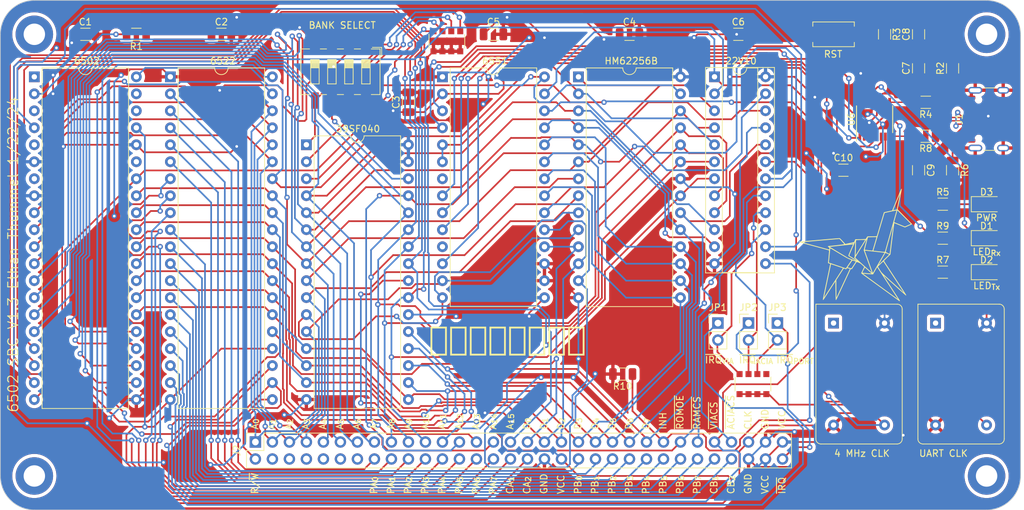
<source format=kicad_pcb>
(kicad_pcb (version 20221018) (generator pcbnew)
  (layers (0 "F.Cu" signal) (31 "B.Cu" signal) (34 "B.Paste" user) (35 "F.Paste" user) (36 "B.SilkS" user "B.Silkscreen") (37 "F.SilkS" user "F.Silkscreen") (38 "B.Mask" user) (39 "F.Mask" user) (44 "Edge.Cuts" user))
  (net 0 "")
  (net 1 "USBD-")
  (net 2 "GND")
  (net 3 "PUSBD+")
  (net 4 "VCC")
  (net 5 "Net-(D2-K)")
  (net 6 "Net-(D2-A)")
  (net 7 "Net-(D3-K)")
  (net 8 "Net-(D3-A)")
  (net 9 "~{IRQ}_{PORT}")
  (net 10 "CB_{2}")
  (net 11 "CB_{1}")
  (net 12 "PB_{7}")
  (net 13 "PB_{6}")
  (net 14 "PB_{5}")
  (net 15 "PB_{4}")
  (net 16 "PB_{3}")
  (net 17 "PB_{2}")
  (net 18 "PB_{1}")
  (net 19 "PB_{0}")
  (net 20 "PA_{7}")
  (net 21 "PA_{6}")
  (net 22 "PA_{5}")
  (net 23 "PA_{4}")
  (net 24 "PA_{3}")
  (net 25 "PA_{2}")
  (net 26 "PA_{1}")
  (net 27 "PA_{0}")
  (net 28 "A_{0}")
  (net 29 "A_{1}")
  (net 30 "A_{2}")
  (net 31 "A_{3}")
  (net 32 "A_{4}")
  (net 33 "A_{5}")
  (net 34 "A_{6}")
  (net 35 "A_{7}")
  (net 36 "A_{8}")
  (net 37 "A_{9}")
  (net 38 "A_{10}")
  (net 39 "A_{11}")
  (net 40 "A_{12}")
  (net 41 "A_{13}")
  (net 42 "A_{14}")
  (net 43 "A_{15}")
  (net 44 "D_{0}")
  (net 45 "D_{1}")
  (net 46 "D_{2}")
  (net 47 "D_{3}")
  (net 48 "D_{4}")
  (net 49 "D_{5}")
  (net 50 "D_{6}")
  (net 51 "D_{7}")
  (net 52 "INH")
  (net 53 "~{ROMOE}")
  (net 54 "~{RAMCS}")
  (net 55 "~{VIACS}")
  (net 56 "~{ACIACS}")
  (net 57 "CLK")
  (net 58 "Net-(J2-CC1)")
  (net 59 "PUSBD-")
  (net 60 "Net-(J2-SBU1)")
  (net 63 "~{IRQ}_{VIA}")
  (net 64 "Net-(JP1-B)")
  (net 65 "~{IRQ}_{ACIA}")
  (net 66 "Net-(JP2-B)")
  (net 67 "Net-(JP3-B)")
  (net 68 "BS_{0}")
  (net 69 "BS_{1}")
  (net 70 "BS_{2}")
  (net 71 "BS_{3}")
  (net 72 "USBD+")
  (net 73 "~{IRQ}_{CPU}")
  (net 74 "R{slash}~{W}")
  (net 75 "~{RST}")
  (net 76 "CLK_UART")
  (net 77 "~{RTS}")
  (net 78 "~{CTS}")
  (net 79 "TxD")
  (net 80 "RxD")
  (net 84 "Net-(D1-K)")
  (net 85 "Net-(U2-RDY)")
  (net 86 "Net-(U6-3V3OUT)")
  (net 104 "CA_{2}")
  (net 105 "CA_{1}")
  (footprint "Capacitor_SMD:C_1206_3216Metric" (layer "F.Cu") (at 157.48 45.72 -90)
    (fp_text reference "C9")
    (fp_text value "47 pF")
  )
  (footprint "Capacitor_SMD:C_1206_3216Metric" (layer "F.Cu") (at 53.34 25.4)
    (fp_text reference "C2")
    (fp_text value "100 nF")
  )
  (footprint "Package_DIP:DIP-24_W7.62mm_Socket" (layer "F.Cu") (at 127 31.75)
    (fp_text reference "U5" hide)
    (fp_text value "ATF22V10B-15GM/883")
  )
  (footprint "Capacitor_SMD:C_1206_3216Metric" (layer "F.Cu") (at 33.02 25.4)
    (fp_text reference "C1")
    (fp_text value "100 nF")
  )
  (footprint "Package_DIP:DIP-40_W15.24mm" (layer "F.Cu") (at 25.395 31.755)
    (fp_text reference "U1" hide)
    (fp_text value "W65C02SxP")
  )
  (footprint "Connector_PinSocket_2.54mm:PinSocket_2x32_P2.54mm_Vertical" (layer "F.Cu") (at 58.42 86.36 90)
    (fp_text reference "J2")
    (fp_text value "Conn_02x32_Odd_Even" hide)
  )
  (footprint "Resistor_SMD:R_1206_3216Metric" (layer "F.Cu") (at 161.0975 50.8)
    (fp_text reference "R5")
    (fp_text value "1000")
  )
  (footprint "MountingHole:MountingHole_3.2mm_M3_DIN965_Pad" (layer "F.Cu") (at 167.64 25.4)
    (fp_text reference "REF**" hide)
    (fp_text value "MountingHole_3.2mm_M3_DIN965_Pad" hide)
  )
  (footprint "Resistor_SMD:R_Array_Convex_4x1206" (layer "F.Cu") (at 87.02 26.44 90)
    (fp_text reference "RN1" hide)
    (fp_text value "R_Pack04" hide)
  )
  (footprint "Package_DIP:DIP-28_W15.24mm" (layer "F.Cu") (at 86.36 31.76)
    (fp_text reference "U3" hide)
    (fp_text value "W65C51NxP")
  )
  (footprint "Resistor_SMD:R_1206_3216Metric" (layer "F.Cu") (at 158.5575 40.64 180)
    (fp_text reference "R8")
    (fp_text value "27")
  )
  (footprint "Connector_PinHeader_2.54mm:PinHeader_1x02_P2.54mm_Vertical" (layer "F.Cu") (at 132.08 68.575)
    (fp_text reference "JP2")
    (fp_text value "Jumper_2_Bridged" hide)
  )
  (footprint "Capacitor_SMD:C_1206_3216Metric" (layer "F.Cu") (at 157.48 30.48 90)
    (fp_text reference "C7")
    (fp_text value "47 pF")
  )
  (footprint "Oscillator:Oscillator_DIP-14" (layer "F.Cu") (at 160.02 68.58 -90)
    (fp_text reference "X2" hide)
    (fp_text value "ACO-1.8432MHz-A" hide)
  )
  (footprint "MountingHole:MountingHole_3.2mm_M3_DIN965_Pad" (layer "F.Cu") (at 25.4 25.4)
    (fp_text reference "REF**" hide)
    (fp_text value "MountingHole_3.2mm_M3_DIN965_Pad" hide)
  )
  (footprint "Oscillator:Oscillator_DIP-14" (layer "F.Cu") (at 144.78 68.58 -90)
    (fp_text reference "X1" hide)
    (fp_text value "ACO-1MHz-A" hide)
  )
  (footprint "MountingHole:MountingHole_3.2mm_M3_DIN965_Pad" (layer "F.Cu") (at 167.64 91.44)
    (fp_text reference "REF**" hide)
    (fp_text value "MountingHole_3.2mm_M3_DIN965_Pad" hide)
  )
  (footprint "LED_SMD:LED_1206_3216Metric" (layer "F.Cu") (at 167.64 50.8)
    (fp_text reference "D3")
    (fp_text value "PWR")
  )
  (footprint "Resistor_SMD:R_1206_3216Metric" (layer "F.Cu") (at 161.0975 55.88)
    (fp_text reference "R9")
    (fp_text value "270")
  )
  (footprint "Capacitor_SMD:C_1206_3216Metric" (layer "F.Cu") (at 146.255 45.72)
    (fp_text reference "C10")
    (fp_text value "10 nF")
  )
  (footprint "LED_SMD:LED_1206_3216Metric" (layer "F.Cu") (at 167.64 60.96)
    (fp_text reference "D2")
    (fp_text value "LED_{Tx}")
  )
  (footprint "Button_Switch_SMD:SW_SPST_EVQPE1" (layer "F.Cu") (at 144.78 25.4)
    (fp_text reference "SW2" hide)
    (fp_text value "SW_Push")
  )
  (footprint "Package_DIP:DIP-28_W15.24mm" (layer "F.Cu") (at 106.675 31.76)
    (fp_text reference "U4" hide)
    (fp_text value "CY62256-70PC")
  )
  (footprint "Connector_USB:USB_C_Receptacle_GCT_USB4105-xx-A_16P_TopMnt_Horizontal" (layer "F.Cu") (at 169.047846 38.083591 90)
    (fp_text reference "J1")
    (fp_text value "USB_C_Receptacle_USB2.0_16P" hide)
  )
  (footprint "Package_DIP:DIP-40_W15.24mm" (layer "F.Cu") (at 45.715 31.755)
    (fp_text reference "U2" hide)
    (fp_text value "W65C22SxP")
  )
  (footprint "LED_SMD:LED_1206_3216Metric" (layer "F.Cu") (at 167.64 55.88)
    (fp_text reference "D1")
    (fp_text value "LED_{Rx}")
  )
  (footprint "delorean:unicorn" (layer "F.Cu") (at 148.476314 57.425196)
    (fp_text reference "G***" hide)
    (fp_text value "LOGO" hide)
  )
  (footprint "Capacitor_SMD:C_1206_3216Metric" (layer "F.Cu") (at 130.556 25.4)
    (fp_text reference "C6")
    (fp_text value "100 nF")
  )
  (footprint "Connector_PinHeader_2.54mm:PinHeader_1x02_P2.54mm_Vertical" (layer "F.Cu") (at 127.508 68.58)
    (fp_text reference "JP1")
    (fp_text value "Jumper_2_Bridged" hide)
  )
  (footprint "Resistor_SMD:R_Array_Convex_4x1206" (layer "F.Cu") (at 132.74 77.7 90)
    (fp_text reference "RN2" hide)
    (fp_text value "1000")
  )
  (footprint "Capacitor_SMD:C_1206_3216Metric" (layer "F.Cu") (at 93.98 25.4)
    (fp_text reference "C5")
    (fp_text value "100 nF")
  )
  (footprint "Package_SO:SSOP-16_3.9x4.9mm_P0.635mm" (layer "F.Cu") (at 150.9375 38.1 90)
    (fp_text reference "U6")
    (fp_text value "FT230XS")
  )
  (footprint "MountingHole:MountingHole_3.2mm_M3_DIN965_Pad" (layer "F.Cu") (at 25.4 91.44)
    (fp_text reference "REF**" hide)
    (fp_text value "MountingHole_3.2mm_M3_DIN965_Pad" hide)
  )
  (footprint "Package_DIP:DIP-32_W15.24mm" (layer "F.Cu") (at 66.035 41.91)
    (fp_text reference "U7" hide)
    (fp_text value "SST39SF040")
  )
  (footprint "Resistor_SMD:R_1206_3216Metric" (layer "F.Cu") (at 113.284 76.2 180)
    (fp_text reference "R10")
    (fp_text value "1000")
  )
  (footprint "Resistor_SMD:R_1206_3216Metric" (layer "F.Cu") (at 158.5575 35.56 180)
    (fp_text reference "R4")
    (fp_text value "27")
  )
  (footprint "Capacitor_SMD:C_1206_3216Metric" (layer "F.Cu") (at 157.48 25.4 90)
    (fp_text reference "C8")
    (fp_text value "10 uF")
  )
  (footprint "Resistor_SMD:R_1206_3216Metric" (layer "F.Cu") (at 152.4 25.4 -90)
    (fp_text reference "R3")
    (fp_text value "1000")
  )
  (footprint "Resistor_SMD:R_1206_3216Metric" (layer "F.Cu") (at 161.0975 60.96)
    (fp_text reference "R7")
    (fp_text value "270")
  )
  (footprint "Resistor_SMD:R_1206_3216Metric" (layer "F.Cu") (at 162.56 30.490488 90)
    (fp_text reference "R2")
    (fp_text value "5100")
  )
  (footprint "Capacitor_SMD:C_1206_3216Metric" (layer "F.Cu") (at 114.3 25.4)
    (fp_text reference "C4")
    (fp_text value "100 nF")
  )
  (footprint "Resistor_SMD:R_1206_3216Metric" (layer "F.Cu") (at 162.56 45.72 -90)
    (fp_text reference "R6")
    (fp_text value "5100")
  )
  (footprint "Button_Switch_SMD:SW_DIP_SPSTx04_Slide_6.7x11.72mm_W8.61mm_P2.54mm_LowProfile" (layer "F.Cu") (at 71.12 31.001 -90)
    (fp_text reference "SW1" hide)
    (fp_text value "SW_DIP_x04" hide)
  )
  (footprint "Resistor_SMD:R_1206_3216Metric" (layer "F.Cu") (at 40.64 25.4 180)
    (fp_text reference "R1")
    (fp_text value "1000")
  )
  (footprint "Connector_PinHeader_2.54mm:PinHeader_1x02_P2.54mm_Vertical" (layer "F.Cu") (at 136.398 68.575)
    (fp_text reference "JP3")
    (fp_text value "Jumper_2_Bridged" hide)
  )
  (footprint "Capacitor_SMD:C_1206_3216Metric" (layer "F.Cu") (at 81.28 35.56 90)
    (fp_text reference "C3")
    (fp_text value "100 nF")
  )
  (gr_arc (start 20.32 25.4) (mid 21.807898 21.807898) (end 25.4 20.32) (stroke (width 0.1)) (layer "Edge.Cuts"))
  (gr_arc (start 172.72 91.44) (mid 171.232102 95.032102) (end 167.64 96.52) (stroke (width 0.1)) (layer "Edge.Cuts"))
  (gr_arc (start 167.64 20.32) (mid 171.232102 21.807898) (end 172.72 25.4) (stroke (width 0.1)) (layer "Edge.Cuts"))
  (gr_line (start 20.32 25.4) (end 20.32 91.44) (stroke (width 0.1)) (layer "Edge.Cuts"))
  (gr_line (start 25.4 20.32) (end 167.64 20.32) (stroke (width 0.1)) (layer "Edge.Cuts"))
  (gr_arc (start 25.4 96.52) (mid 21.807898 95.032102) (end 20.32 91.44) (stroke (width 0.1)) (layer "Edge.Cuts"))
  (gr_line (start 167.64 96.52) (end 25.4 96.52) (stroke (width 0.1)) (layer "Edge.Cuts"))
  (gr_line (start 172.72 91.44) (end 172.72 25.4) (stroke (width 0.1)) (layer "Edge.Cuts"))
  (gr_text "D_{6}" (at 114.808 84.582 90) (layer "F.SilkS") (effects (font (size 1 1)) (justify left bottom)))
  (gr_text "A_{3}" (at 66.548 84.582 90) (layer "F.SilkS") (effects (font (size 1 1)) (justify left bottom)))
  (gr_text "A_{8}" (at 79.248 84.582 90) (layer "F.SilkS") (effects (font (size 1 1)) (justify left bottom)))
  (gr_text "PB_{7}" (at 124.968 94.234 90) (layer "F.SilkS") (effects (font (size 1 1)) (justify left bottom)))
  (gr_text "~{IRQ}_{ACIA}" (at 130.556 74.676) (layer "F.SilkS") (effects (font (size 1 1)) (justify left bottom)))
  (gr_text "A_{5}" (at 71.628 84.582 90) (layer "F.SilkS") (effects (font (size 1 1)) (justify left bottom)))
  (gr_text "D_{3}" (at 107.188 84.582 90) (layer "F.SilkS") (effects (font (size 1 1)) (justify left bottom)))
  (gr_text "A_{9}" (at 81.788 84.582 90) (layer "F.SilkS") (effects (font (size 1 1)) (justify left bottom)))
  (gr_text "GND" (at 102.108 94.234 90) (layer "F.SilkS") (effects (font (size 1 1)) (justify left bottom)))
  (gr_text "D_{7}" (at 117.348 84.582 90) (layer "F.SilkS") (effects (font (size 1 1)) (justify left bottom)))
  (gr_text "D_{4}" (at 109.728 84.582 90) (layer "F.SilkS") (effects (font (size 1 1)) (justify left bottom)))
  (gr_text "PA_{5}" (at 89.408 94.234 90) (layer "F.SilkS") (effects (font (size 1 1)) (justify left bottom)))
  (gr_text "PA_{1}" (at 79.248 94.234 90) (layer "F.SilkS") (effects (font (size 1 1)) (justify left bottom)))
  (gr_text "VCC" (at 104.648 94.234 90) (layer "F.SilkS") (effects (font (size 1 1)) (justify left bottom)))
  (gr_text "6551" (at 92.202 29.972) (layer "F.SilkS") (effects (font (size 1 1)) (justify left bottom)))
  (gr_text "PA_{7}" (at 94.488 94.234 90) (layer "F.SilkS") (effects (font (size 1 1)) (justify left bottom)))
  (gr_text "A_{12}" (at 89.408 84.582 90) (layer "F.SilkS") (effects (font (size 1 1)) (justify left bottom)))
  (gr_text "4 MHz CLK" (at 144.78 88.646) (layer "F.SilkS") (effects (font (size 1 1)) (justify left bottom)))
  (gr_text "A_{6}" (at 74.168 84.582 90) (layer "F.SilkS") (effects (font (size 1 1)) (justify left bottom)))
  (gr_text "6502 SBC V1.3 Ethan Thummel 1/22/24" (at 23.114 82.042 90) (layer "F.SilkS") (effects (font (size 1.5 1.5)) (justify left bottom)))
  (gr_text "CB_{2}" (at 130.048 94.234 90) (layer "F.SilkS") (effects (font (size 1 1)) (justify left bottom)))
  (gr_text "A_{13}" (at 91.948 84.582 90) (layer "F.SilkS") (effects (font (size 1 1)) (justify left bottom)))
  (gr_text "D_{5}" (at 112.268 84.582 90) (layer "F.SilkS") (effects (font (size 1 1)) (justify left bottom)))
  (gr_text "PB_{5}" (at 119.888 94.234 90) (layer "F.SilkS") (effects (font (size 1 1)) (justify left bottom)))
  (gr_text "CB_{1}" (at 127.508 94.234 90) (layer "F.SilkS") (effects (font (size 1 1)) (justify left bottom)))
  (gr_text "A_{14}" (at 94.488 84.582 90) (layer "F.SilkS") (effects (font (size 1 1)) (justify left bottom)))
  (gr_text "INH" (at 119.888 84.582 90) (layer "F.SilkS") (effects (font (size 1 1)) (justify left bottom)))
  (gr_text "D_{1}" (at 102.108 84.582 90) (layer "F.SilkS") (effects (font (size 1 1)) (justify left bottom)))
  (gr_text "~{RAMCS}" (at 124.968 84.582 90) (layer "F.SilkS") (effects (font (size 1 1)) (justify left bottom)))
  (gr_text "VCC" (at 135.128 94.234 90) (layer "F.SilkS") (effects (font (size 1 1)) (justify left bottom)))
  (gr_text "~{ROMOE}" (at 122.428 84.582 90) (layer "F.SilkS") (effects (font (size 1 1)) (justify left bottom)))
  (gr_text "GND" (at 135.128 84.582 90) (layer "F.SilkS") (effects (font (size 1 1)) (justify left bottom)))
  (gr_text "A_{10}" (at 84.328 84.582 90) (layer "F.SilkS") (effects (font (size 1 1)) (justify left bottom)))
  (gr_text "CA_{2}" (at 99.568 94.234 90) (layer "F.SilkS") (effects (font (size 1 1)) (justify left bottom)))
  (gr_text "PB_{2}" (at 112.268 94.234 90) (layer "F.SilkS") (effects (font (size 1 1)) (justify left bottom)))
  (gr_text "A_{0}" (at 58.928 84.582 90) (layer "F.SilkS") (effects (font (size 1 1)) (justify left bottom)))
  (gr_text "VCC" (at 137.668 84.582 90) (layer "F.SilkS") (effects (font (size 1 1)) (justify left bottom)))
  (gr_text "~{ACIACS}" (at 130.048 84.582 90) (layer "F.SilkS") (effects (font (size 1 1)) (justify left bottom)))
  (gr_text "D_{2}" (at 104.648 84.582 90) (layer "F.SilkS") (effects (font (size 1 1)) (justify left bottom)))
  (gr_text "6522" (at 51.562 29.972) (layer "F.SilkS") (effects (font (size 1 1)) (justify left bottom)))
  (gr_text "CA_{1}" (at 97.028 94.234 90) (layer "F.SilkS") (effects (font (size 1 1)) (justify left bottom)))
  (gr_text "~{VIACS}" (at 127.508 84.582 90) (layer "F.SilkS") (effects (font (size 1 1)) (justify left bottom)))
  (gr_text "HM62256B" (at 110.49 29.972) (layer "F.SilkS") (effects (font (size 1 1)) (justify left bottom)))
  (gr_text "A_{4}" (at 69.088 84.582 90) (layer "F.SilkS") (effects (font (size 1 1)) (justify left bottom)))
  (gr_text "A_{7}" (at 76.708 84.582 90) (layer "F.SilkS") (effects (font (size 1 1)) (justify left bottom)))
  (gr_text "39SF040" (at 70.358 40.132) (layer "F.SilkS") (effects (font (size 1 1)) (justify left bottom)))
  (gr_text "PA_{3}" (at 84.328 94.234 90) (layer "F.SilkS") (effects (font (size 1 1)) (justify left bottom)))
  (gr_text "PB_{0}" (at 107.188 94.234 90) (layer "F.SilkS") (effects (font (size 1 1)) (justify left bottom)))
  (gr_text "PB_{1}" (at 109.728 94.234 90) (layer "F.SilkS") (effects (font (size 1 1)) (justify left bottom)))
  (gr_text "LED_{Rx}" (at 167.64 57.912) (layer "F.SilkS") (effects (font (size 1 1))))
  (gr_text "BANK SELECT" (at 66.294 24.638) (layer "F.SilkS") (effects (font (size 1 1)) (justify left bottom)))
  (gr_text "PA_{2}" (at 81.788 94.234 90) (layer "F.SilkS") (effects (font (size 1 1)) (justify left bottom)))
  (gr_text "GND" (at 132.588 94.234 90) (layer "F.SilkS") (effects (font (size 1 1)) (justify left bottom)))
  (gr_text "RST" (at 143.256 28.956) (layer "F.SilkS") (effects (font (size 1 1)) (justify left bottom)))
  (gr_text "A_{15}" (at 97.028 84.582 90) (layer "F.SilkS") (effects (font (size 1 1)) (justify left bottom)))
  (gr_text "22V10" (at 128.524 29.972) (layer "F.SilkS") (effects (font (size 1 1)) (justify left bottom)))
  (gr_text "R/~{W}" (at 58.928 94.234 90) (layer "F.SilkS") (effects (font (size 1 1)) (justify left bottom)))
  (gr_text "A_{11}" (at 86.868 84.582 90) (layer "F.SilkS") (effects (font (size 1 1)) (justify left bottom)))
  (gr_text "PA_{4}" (at 86.868 94.234 90) (layer "F.SilkS") (effects (font (size 1 1)) (justify left bottom)))
  (gr_text "CLK" (at 132.588 84.582 90) (layer "F.SilkS") (effects (font (size 1 1)) (justify left bottom)))
  (gr_text "~{IRQ}_{PORT}" (at 136.144 74.676) (layer "F.SilkS") (effects (font (size 1 1)) (justify left bottom)))
  (gr_text "LED_{Tx}" (at 167.64 62.992) (layer "F.SilkS") (effects (font (size 1 1))))
  (gr_text "PB_{3}" (at 114.808 94.234 90) (layer "F.SilkS") (effects (font (size 1 1)) (justify left bottom)))
  (gr_text "6502\n" (at 31.242 29.972) (layer "F.SilkS") (effects (font (size 1 1)) (justify left bottom)))
  (gr_text "~{IRQ}_{VIA}" (at 125.476 74.676) (layer "F.SilkS") (effects (font (size 1 1)) (justify left bottom)))
  (gr_text "A_{1}" (at 61.468 84.582 90) (layer "F.SilkS") (effects (font (size 1 1)) (justify left bottom)))
  (gr_text "UART CLK" (at 157.48 88.646) (layer "F.SilkS") (effects (font (size 1 1)) (justify left bottom)))
  (gr_text "~{IRQ}" (at 137.668 94.234 90) (layer "F.SilkS") (effects (font (size 1 1)) (justify left bottom)))
  (gr_text "PA_{6}" (at 91.948 94.234 90) (layer "F.SilkS") (effects (font (size 1 1)) (justify left bottom)))
  (gr_text "PA_{0}" (at 76.708 94.234 90) (layer "F.SilkS") (effects (font (size 1 1)) (justify left bottom)))
  (gr_text "PB_{4}" (at 117.348 94.234 90) (layer "F.SilkS") (effects (font (size 1 1)) (justify left bottom)))
  (gr_text "PB_{6}" (at 122.428 94.234 90) (layer "F.SilkS") (effects (font (size 1 1)) (justify left bottom)))
  (gr_text "コンピューター！" (at 84.328 73.152) (layer "F.SilkS") (effects (font (size 3.5 3.5)) (justify left bottom)))
  (gr_text "PWR" (at 167.64 52.832) (layer "F.SilkS") (effects (font (size 1 1))))
  (gr_text "A_{2}" (at 64.008 84.582 90) (layer "F.SilkS") (effects (font (size 1 1)) (justify left bottom)))
  (gr_text "D_{0}" (at 99.568 84.582 90) (layer "F.SilkS") (effects (font (size 1 1)) (justify left bottom)))
  (segment (start 153.22 35.56) (end 153.16 35.5) (width 0.2) (layer "F.Cu") (net 1))
  (segment (start 157.095 35.56) (end 153.22 35.56) (width 0.2) (layer "F.Cu") (net 1))
  (segment (start 152.146 38.862) (end 151.255 39.753) (width 0.25) (layer "F.Cu") (net 2))
  (segment (start 78.641 38.255) (end 77.47 37.084) (width 0.25) (layer "F.Cu") (net 2))
  (segment (start 85.02 27.94) (end 84.074 28.886) (width 0.25) (layer "F.Cu") (net 2))
  (segment (start 39.22 30.63) (end 38.354 31.496) (width 0.25) (layer "F.Cu") (net 2))
  (segment (start 106.68 73.914) (end 108.925992 76.159992) (width 0.25) (layer "F.Cu") (net 2))
  (segment (start 84.074 30.988) (end 84.846 31.76) (width 0.25) (layer "F.Cu") (net 2))
  (segment (start 77.47 36.331305) (end 78.957 34.844305) (width 0.25) (layer "F.Cu") (net 2))
  (segment (start 78.957 34.844305) (end 78.957 34.835) (width 0.25) (layer "F.Cu") (net 2))
  (segment (start 44.945 89.662) (end 51.607588 89.662) (width 0.25) (layer "F.Cu") (net 2))
  (segment (start 45.715 31.755) (end 44.59 30.63) (width 0.25) (layer "F.Cu") (net 2))
  (segment (start 149.606 43.844) (end 149.606 43.688) (width 0.25) (layer "F.Cu") (net 2))
  (segment (start 130.048 49.276) (end 130.048 46.482) (width 0.25) (layer "F.Cu") (net 2))
  (segment (start 98.806 25.4) (end 95.455 25.4) (width 0.25) (layer "F.Cu") (net 2))
  (segment (start 133.35 43.18) (end 140.716 43.18) (width 0.25) (layer "F.Cu") (net 2))
  (segment (start 88.392 67.564) (end 93.716 62.24) (width 0.25) (layer "F.Cu") (net 2))
  (segment (start 79.707 34.085) (end 81.28 34.085) (width 0.25) (layer "F.Cu") (net 2))
  (segment (start 59.145 82.296) (end 57.621 83.82) (width 0.25) (layer "F.Cu") (net 2))
  (segment (start 149.876955 37.333347) (end 150.62 36.590302) (width 0.25) (layer "F.Cu") (net 2))
  (segment (start 84.846 31.76) (end 86.36 31.76) (width 0.25) (layer "F.Cu") (net 2))
  (segment (start 138.938 84.836) (end 143.764 84.836) (width 0.25) (layer "F.Cu") (net 2))
  (segment (start 33.274 83.566) (end 35.827 83.566) (width 0.25) (layer "F.Cu") (net 2))
  (segment (start 62.738 82.296) (end 59.145 82.296) (width 0.25) (layer "F.Cu") (net 2))
  (segment (start 150.62 36.590302) (end 150.62 35.5) (width 0.25) (layer "F.Cu") (net 2))
  (segment (start 42.164 69.059504) (end 41.684496 68.58) (width 0.25) (layer "F.Cu") (net 2))
  (segment (start 84.074 28.886) (end 84.074 30.988) (width 0.25) (layer "F.Cu") (net 2))
  (segment (start 40.132 68.58) (end 37.338 65.786) (width 0.25) (layer "F.Cu") (net 2))
  (segment (start 41.684496 68.58) (end 40.132 68.58) (width 0.25) (layer "F.Cu") (net 2))
  (segment (start 133.255 90.075) (end 153.765 90.075) (width 0.25) (layer "F.Cu") (net 2))
  (segment (start 40.635 80.015) (end 42.164 78.486) (width 0.25) (layer "F.Cu") (net 2))
  (segment (start 92.456 35.814) (end 90.015 38.255) (width 0.25) (layer "F.Cu") (net 2))
  (segment (start 93.716 62.24) (end 101.6 62.24) (width 0.25) (layer "F.Cu") (net 2))
  (segment (start 109.22 76.2) (end 111.8215 76.2) (width 0.25) (layer "F.Cu") (net 2))
  (segment (start 78.957 34.835) (end 79.707 34.085) (width 0.25) (layer "F.Cu") (net 2))
  (segment (start 101.092 76.708) (end 105.918 76.708) (width 0.25) (layer "F.Cu") (net 2))
  (segment (start 151.255 39.753) (end 151.255 40.7) (width 0.25) (layer "F.Cu") (net 2))
  (segment (start 143.764 84.836) (end 144.78 83.82) (width 0.25) (layer "F.Cu") (net 2))
  (segment (start 44.691 89.408) (end 44.945 89.662) (width 0.25) (layer "F.Cu") (net 2))
  (segment (start 130.048 46.482) (end 133.35 43.18) (width 0.25) (layer "F.Cu") (net 2))
  (segment (start 37.338 65.786) (end 37.338 52.578) (width 0.25) (layer "F.Cu") (net 2))
  (segment (start 42.164 78.486) (end 42.164 69.059504) (width 0.25) (layer "F.Cu") (net 2))
  (segment (start 132.08 88.9) (end 133.255 90.075) (width 0.25) (layer "F.Cu") (net 2))
  (segment (start 149.864653 37.333347) (end 149.876955 37.333347) (width 0.25) (layer "F.Cu") (net 2))
  (segment (start 109.179992 76.159992) (end 109.22 76.2) (width 0.25) (layer "F.Cu") (net 2))
  (segment (start 147.73 45.72) (end 149.606 43.844) (width 0.25) (layer "F.Cu") (net 2))
  (segment (start 51.607588 89.662) (end 51.711794 89.766206) (width 0.25) (layer "F.Cu") (net 2))
  (segment (start 90.015 38.255) (end 78.641 38.255) (width 0.25) (layer "F.Cu") (net 2))
  (segment (start 101.6 59.7) (end 106.675 64.775) (width 0.25) (layer "F.Cu") (net 2))
  (segment (start 108.925992 76.159992) (end 109.179992 76.159992) (width 0.25) (layer "F.Cu") (net 2))
  (segment (start 153.765 90.075) (end 160.02 83.82) (width 0.25) (layer "F.Cu") (net 2))
  (segment (start 44.59 30.63) (end 39.22 30.63) (width 0.25) (layer "F.Cu") (net 2))
  (segment (start 34.495 25.4) (end 32.463 27.432) (width 0.25) (layer "F.Cu") (net 2))
  (segment (start 99.314 25.908) (end 98.806 25.4) (width 0.25) (layer "F.Cu") (net 2))
  (segment (start 147.73 45.72) (end 144.936 48.514) (width 0.25) (layer "F.Cu") (net 2))
  (segment (start 77.47 37.084) (end 77.47 36.331305) (width 0.25) (layer "F.Cu") (net 2))
  (segment (start 106.675 64.775) (end 106.675 64.78) (width 0.25) (layer "F.Cu") (net 2))
  (segment (start 32.463 27.432) (end 28.702 27.432) (width 0.25) (layer "F.Cu") (net 2))
  (segment (start 35.827 83.566) (end 36.589 82.804) (width 0.25) (layer "F.Cu") (net 2))
  (segment (start 144.936 48.514) (end 143.764 48.514) (width 0.25) (layer "F.Cu") (net 2))
  (via (at 101.092 76.708) (size 0.8) (drill 0.4) (layers "F.Cu" "B.Cu") (net 2))
  (via (at 33.274 83.566) (size 0.8) (drill 0.4) (layers "F.Cu" "B.Cu") (net 2))
  (via (at 140.716 43.18) (size 0.8) (drill 0.4) (layers "F.Cu" "B.Cu") (net 2))
  (via (at 57.621 83.82) (size 0.8) (drill 0.4) (layers "F.Cu" "B.Cu") (net 2))
  (via (at 38.354 31.496) (size 0.8) (drill 0.4) (layers "F.Cu" "B.Cu") (net 2))
  (via (at 138.938 84.836) (size 0.8) (drill 0.4) (layers "F.Cu" "B.Cu") (net 2))
  (via (at 36.589 82.804) (size 0.8) (drill 0.4) (layers "F.Cu" "B.Cu") (net 2))
  (via (at 149.606 43.688) (size 0.8) (drill 0.4) (layers "F.Cu" "B.Cu") (net 2))
  (via (at 88.392 67.564) (size 0.8) (drill 0.4) (layers "F.Cu" "B.Cu") (net 2))
  (via (at 44.691 89.408) (size 0.8) (drill 0.4) (layers "F.Cu" "B.Cu") (net 2))
  (via (at 105.918 76.708) (size 0.8) (drill 0.4) (layers "F.Cu" "B.Cu") (net 2))
  (via (at 28.702 27.432) (size 0.8) (drill 0.4) (layers "F.Cu" "B.Cu") (net 2))
  (via (at 109.179992 76.159992) (size 0.8) (drill 0.4) (layers "F.Cu" "B.Cu") (net 2))
  (via (at 99.314 25.908) (size 0.8) (drill 0.4) (layers "F.Cu" "B.Cu") (net 2))
  (via (at 143.764 48.514) (size 0.8) (drill 0.4) (layers "F.Cu" "B.Cu") (net 2))
  (via (at 37.338 52.578) (size 0.8) (drill 0.4) (layers "F.Cu" "B.Cu") (net 2))
  (via (at 51.711794 89.766206) (size 0.8) (drill 0.4) (layers "F.Cu" "B.Cu") (net 2))
  (via (at 62.738 82.296) (size 0.8) (drill 0.4) (layers "F.Cu" "B.Cu") (net 2))
  (via (at 92.456 35.814) (size 0.8) (drill 0.4) (layers "F.Cu" "B.Cu") (net 2))
  (via (at 152.146 38.862) (size 0.8) (drill 0.4) (layers "F.Cu" "B.Cu") (net 2))
  (via (at 106.68 73.914) (size 0.8) (drill 0.4) (layers "F.Cu" "B.Cu") (net 2))
  (via (at 93.218 31.75) (size 0.8) (drill 0.4) (layers "F.Cu" "B.Cu") (net 2))
  (via (at 149.864653 37.333347) (size 0.8) (drill 0.4) (layers "F.Cu" "B.Cu") (net 2))
  (via (at 130.048 49.276) (size 0.8) (drill 0.4) (layers "F.Cu" "B.Cu") (net 2))
  (segment (start 106.23 79.569604) (end 109.179992 76.619612) (width 0.25) (layer "B.Cu") (net 2))
  (segment (start 63.749 82.296) (end 62.738 82.296) (width 0.25) (layer "B.Cu") (net 2))
  (segment (start 105.918 76.708) (end 106.675 75.951) (width 0.25) (layer "B.Cu") (net 2))
  (segment (start 149.606 43.688) (end 151.384 43.688) (width 0.25) (layer "B.Cu") (net 2))
  (segment (start 100.584 76.708) (end 101.092 76.708) (width 0.25) (layer "B.Cu") (net 2))
  (segment (start 93.403149 90.17) (end 92.71 89.476851) (width 0.25) (layer "B.Cu") (net 2))
  (segment (start 37.338 32.512) (end 38.354 31.496) (width 0.25) (layer "B.Cu") (net 2))
  (segment (start 136.144 84.836) (end 138.938 84.836) (width 0.25) (layer "B.Cu") (net 2))
  (segment (start 26.612 29.522) (end 23.056 29.522) (width 0.25) (layer "B.Cu") (net 2))
  (segment (start 22.352 30.226) (end 22.352 81.534) (width 0.25) (layer "B.Cu") (net 2))
  (segment (start 130.048 49.276) (end 130.048 56.617) (width 0.25) (layer "B.Cu") (net 2))
  (segment (start 134.62 86.36) (end 132.08 88.9) (width 0.25) (layer "B.Cu") (net 2))
  (segment (start 88.138 67.31) (end 88.392 67.564) (width 0.25) (layer "B.Cu") (net 2))
  (segment (start 87.018 31.102) (end 92.57 31.102) (width 0.25) (layer "B.Cu") (net 2))
  (segment (start 104.902 90.17) (end 105.41 89.662) (width 0.25) (layer "B.Cu") (net 2))
  (segment (start 100.33 90.17) (end 93.403149 90.17) (width 0.25) (layer "B.Cu") (net 2))
  (segment (start 24.384 83.566) (end 33.274 83.566) (width 0.25) (layer "B.Cu") (net 2))
  (segment (start 39.116 89.408) (end 44.691 89.408) (width 0.25) (layer "B.Cu") (net 2))
  (segment (start 92.57 31.102) (end 93.218 31.75) (width 0.25) (layer "B.Cu") (net 2))
  (segment (start 149.864653 37.333347) (end 150.617347 37.333347) (width 0.25) (layer "B.Cu") (net 2))
  (segment (start 102.87 90.17) (end 104.902 90.17) (width 0.25) (layer "B.Cu") (net 2))
  (segment (start 106.23 83.125604) (end 106.23 79.569604) (width 0.25) (layer "B.Cu") (net 2))
  (segment (start 93.218 35.052) (end 92.456 35.814) (width 0.25) (layer "B.Cu") (net 2))
  (segment (start 33.274 83.566) (end 39.116 89.408) (width 0.25) (layer "B.Cu") (net 2))
  (segment (start 134.62 86.36) (end 136.144 84.836) (width 0.25) (layer "B.Cu") (net 2))
  (segment (start 93.218 31.75) (end 99.06 25.908) (width 0.25) (layer "B.Cu") (net 2))
  (segment (start 105.41 83.945604) (end 106.23 83.125604) (width 0.25) (layer "B.Cu") (net 2))
  (segment (start 143.764 46.228) (end 140.716 43.18) (width 0.25) (layer "B.Cu") (net 2))
  (segment (start 57.621 83.82) (end 56.896 84.545) (width 0.25) (layer "B.Cu") (net 2))
  (segment (start 109.179992 76.619612) (end 109.179992 76.159992) (width 0.25) (layer "B.Cu") (net 2))
  (segment (start 101.6 88.9) (end 100.33 90.17) (width 0.25) (layer "B.Cu") (net 2))
  (segment (start 86.36 31.76) (end 87.018 31.102) (width 0.25) (layer "B.Cu") (net 2))
  (segment (start 93.218 31.75) (end 93.218 35.052) (width 0.25) (layer "B.Cu") (net 2))
  (segment (start 150.617347 37.333347) (end 152.146 38.862) (width 0.25) (layer "B.Cu") (net 2))
  (segment (start 81.275 67.31) (end 88.138 67.31) (width 0.25) (layer "B.Cu") (net 2))
  (segment (start 130.048 56.617) (end 126.98 59.685) (width 0.25) (layer "B.Cu") (net 2))
  (segment (start 37.338 52.578) (end 37.338 32.512) (width 0.25) (layer "B.Cu") (net 2))
  (segment (start 92.71 84.582) (end 100.584 76.708) (width 0.25) (layer "B.Cu") (net 2))
  (segment (start 105.41 89.662) (end 105.41 83.945604) (width 0.25) (layer "B.Cu") (net 2))
  (segment (start 151.384 43.688) (end 152.146 42.926) (width 0.25) (layer "B.Cu") (net 2))
  (segment (start 92.71 89.476851) (end 92.71 84.582) (width 0.25) (layer "B.Cu") (net 2))
  (segment (start 130.048 49.276) (end 129.032 48.26) (width 0.25) (layer "B.Cu") (net 2))
  (segment (start 28.702 27.432) (end 26.612 29.522) (width 0.25) (layer "B.Cu") (net 2))
  (segment (start 143.764 48.514) (end 143.764 46.228) (width 0.25) (layer "B.Cu") (net 2))
  (segment (start 152.146 42.926) (end 152.146 38.862) (width 0.25) (layer "B.Cu") (net 2))
  (segment (start 53.743794 89.766206) (end 51.711794 89.766206) (width 0.25) (layer "B.Cu") (net 2))
  (segment (start 22.352 81.534) (end 24.384 83.566) (width 0.25) (layer "B.Cu") (net 2))
  (segment (start 129.032 48.26) (end 123.175 48.26) (width 0.25) (layer "B.Cu") (net 2))
  (segment (start 106.675 75.951) (end 106.675 64.78) (width 0.25) (layer "B.Cu") (net 2))
  (segment (start 123.175 48.26) (end 121.915 47) (width 0.25) (layer "B.Cu") (net 2))
  (segment (start 23.056 29.522) (end 22.352 30.226) (width 0.25) (layer "B.Cu") (net 2))
  (segment (start 101.6 88.9) (end 102.87 90.17) (width 0.25) (layer "B.Cu") (net 2))
  (segment (start 56.896 86.614) (end 53.743794 89.766206) (width 0.25) (layer "B.Cu") (net 2))
  (segment (start 99.06 25.908) (end 99.314 25.908) (width 0.25) (layer "B.Cu") (net 2))
  (segment (start 40.635 80.015) (end 39.378 80.015) (width 0.25) (layer "B.Cu") (net 2))
  (segment (start 66.035 80.01) (end 63.749 82.296) (width 0.25) (layer "B.Cu") (net 2))
  (segment (start 39.378 80.015) (end 36.589 82.804) (width 0.25) (layer "B.Cu") (net 2))
  (segment (start 56.896 84.545) (end 56.896 86.614) (width 0.25) (layer "B.Cu") (net 2))
  (segment (start 160.02 41.705) (end 157.48 44.245) (width 0.2) (layer "F.Cu") (net 3))
  (segment (start 160.02 40.64) (end 160.02 41.705) (width 0.2) (layer "F.Cu") (net 3))
  (segment (start 160.02 40.64) (end 160.02 40.132) (width 0.2) (layer "F.Cu") (net 3))
  (segment (start 166.37 37.338) (end 166.365591 37.333591) (width 0.2) (layer "F.Cu") (net 3))
  (segment (start 166.37 38.333591) (end 166.37 37.338) (width 0.2) (layer "F.Cu") (net 3))
  (segment (start 160.02 40.132) (end 161.818409 38.333591) (width 0.2) (layer "F.Cu") (net 3))
  (segment (start 166.365591 37.333591) (end 165.367846 37.333591) (width 0.2) (layer "F.Cu") (net 3))
  (segment (start 165.367846 38.333591) (end 166.37 38.333591) (width 0.2) (layer "F.Cu") (net 3))
  (segment (start 161.818409 38.333591) (end 165.367846 38.333591) (width 0.2) (layer "F.Cu") (net 3))
  (segment (start 29.718 42.164) (end 29.559 42.323) (width 0.25) (layer "F.Cu") (net 4))
  (segment (start 72.39 26.696) (end 69.85 26.696) (width 0.25) (layer "F.Cu") (net 4))
  (segment (start 110.49 26.162) (end 107.188 22.86) (width 0.25) (layer "F.Cu") (net 4))
  (segment (start 36.812347 82.029) (end 36.910016 82.029) (width 0.25) (layer "F.Cu") (net 4))
  (segment (start 67.31 26.696) (end 69.85 26.696) (width 0.25) (layer "F.Cu") (net 4))
  (segment (start 98.552 22.86) (end 96.012 22.86) (width 0.25) (layer "F.Cu") (net 4))
  (segment (start 150.114 38.608) (end 151.255 37.467) (width 0.25) (layer "F.Cu") (net 4))
  (segment (start 107.188 22.86) (end 96.012 22.86) (width 0.25) (layer "F.Cu") (net 4))
  (segment (start 62.484 33.782) (end 62.484 36.068) (width 0.25) (layer "F.Cu") (net 4))
  (segment (start 29.559 74.775653) (end 36.812347 82.029) (width 0.25) (layer "F.Cu") (net 4))
  (segment (start 40.635 41.915) (end 29.967 41.915) (width 0.25) (layer "F.Cu") (net 4))
  (segment (start 34.085 22.86) (end 41.148 22.86) (width 0.25) (layer "F.Cu") (net 4))
  (segment (start 95.463992 82.001992) (end 92.71 82.001992) (width 0.25) (layer "F.Cu") (net 4))
  (segment (start 42.1025 25.4) (end 51.865 25.4) (width 0.25) (layer "F.Cu") (net 4))
  (segment (start 86.36 34.3) (end 94.732 34.3) (width 0.25) (layer "F.Cu") (net 4))
  (segment (start 148.844 31.242) (end 148.844 30.4185) (width 0.25) (layer "F.Cu") (net 4))
  (segment (start 66.04 38.1) (end 66.04 33.02) (width 0.25) (layer "F.Cu") (net 4))
  (segment (start 29.967 41.915) (end 29.718 42.164) (width 0.25) (layer "F.Cu") (net 4))
  (segment (start 99.314 67.564) (end 99.314 67.066) (width 0.25) (layer "F.Cu") (net 4))
  (segment (start 144.78 45.72) (end 144.78 43.18) (width 0.25) (layer "F.Cu") (net 4))
  (segment (start 152.908 80.772) (end 136.652 80.772) (width 0.25) (layer "F.Cu") (net 4))
  (segment (start 155.194 85.344) (end 155.194 83.058) (width 0.25) (layer "F.Cu") (net 4))
  (segment (start 53.086 33.782) (end 53.848 33.02) (width 0.25) (layer "F.Cu") (net 4))
  (segment (start 37.364 82.580653) (end 38.095347 83.312) (width 0.25) (layer "F.Cu") (net 4))
  (segment (start 134.74 79.2) (end 133.4 79.2) (width 0.25) (layer "F.Cu") (net 4))
  (segment (start 54.75 43.04) (end 55.626 42.164) (width 0.25) (layer "F.Cu") (net 4))
  (segment (start 129.081 25.4) (end 124.46 25.4) (width 0.25) (layer "F.Cu") (net 4))
  (segment (start 60.955 72.395) (end 53.335 72.395) (width 0.25) (layer "F.Cu") (net 4))
  (segment (start 166.990409 40.273591) (end 167.894 39.37) (width 0.25) (layer "F.Cu") (net 4))
  (segment (start 51.865 24.589) (end 51.865 25.4) (width 0.25) (layer "F.Cu") (net 4))
  (segment (start 28.194 31.496036) (end 28.194036 31.496) (width 0.25) (layer "F.Cu") (net 4))
  (segment (start 151.89 35.5) (end 151.255 35.5) (width 0.25) (layer "F.Cu") (net 4))
  (segment (start 83.625 37.035) (end 86.36 34.3) (width 0.25) (layer "F.Cu") (net 4))
  (segment (start 53.335 72.395) (end 45.715 80.015) (width 0.25) (layer "F.Cu") (net 4))
  (segment (start 167.64 67.31) (end 167.64 68.58) (width 0.25) (layer "F.Cu") (net 4))
  (segment (start 136.652 80.772) (end 135.08 79.2) (width 0.25) (layer "F.Cu") (net 4))
  (segment (start 94.732 34.3) (end 95.504 33.528) (width 0.25) (layer "F.Cu") (net 4))
  (segment (start 28.194 34.29) (end 28.194 31.496036) (width 0.25) (layer "F.Cu") (net 4))
  (segment (start 62.484 36.068) (end 64.77 38.354) (width 0.25) (layer "F.Cu") (net 4))
  (segment (start 42.418 83.312) (end 45.715 80.015) (width 0.25) (layer "F.Cu") (net 4))
  (segment (start 95.504 32.512) (end 94.528008 31.536008) (width 0.25) (layer "F.Cu") (net 4))
  (segment (start 165.942845 35.683591) (end 167.894 37.634746) (width 0.25) (layer "F.Cu") (net 4))
  (segment (start 66.04 33.02) (end 68.834 30.226) (width 0.25) (layer "F.Cu") (net 4))
  (segment (start 165.942845 35.683591) (end 165.367846 35.683591) (width 0.25) (layer "F.Cu") (net 4))
  (segment (start 154.178 86.36) (end 155.194 85.344) (width 0.25) (layer "F.Cu") (net 4))
  (segment (start 106.675347 91.435347) (end 104.14 88.9) (width 0.25) (layer "F.Cu") (net 4))
  (segment (start 110.49 26.162) (end 112.063 26.162) (width 0.25) (layer "F.Cu") (net 4))
  (segment (start 101.6 25.908) (end 98.552 22.86) (width 0.25) (layer "F.Cu") (net 4))
  (segment (start 40.635 41.915) (end 41.76 43.04) (width 0.25) (layer "F.Cu") (net 4))
  (segment (start 137.14 31.745) (end 138.933 31.745) (width 0.25) (layer "F.Cu") (net 4))
  (segment (start 72.39 27.94) (end 72.39 26.696) (width 0.25) (layer "F.Cu") (net 4))
  (segment (start 30.988 25.957) (end 31.545 25.4) (width 0.25) (layer "F.Cu") (net 4))
  (segment (start 167.894 39.37) (end 167.894 37.634746) (width 0.25) (layer "F.Cu") (net 4))
  (segment (start 112.063 26.162) (end 112.825 25.4) (width 0.25) (layer "F.Cu") (net 4))
  (segment (start 81.28 37.035) (end 79.199 37.035) (width 0.25) (layer "F.Cu") (net 4))
  (segment (start 130.74 79.2) (end 132.08 79.2) (width 0.25) (layer "F.Cu") (net 4))
  (segment (start 124.46 25.4) (end 123.952 25.908) (width 0.25) (layer "F.Cu") (net 4))
  (segment (start 129.798652 92.206653) (end 129.027346 91.435347) (width 0.25) (layer "F.Cu") (net 4))
  (segment (start 79.199 37.035) (end 78.994 36.83) (width 0.25) (layer "F.Cu") (net 4))
  (segment (start 61.722 33.02) (end 62.484 33.782) (width 0.25) (layer "F.Cu") (net 4))
  (segment (start 68.834 30.226) (end 70.104 30.226) (width 0.25) (layer "F.Cu") (net 4))
  (segment (start 167.894 37.634746) (end 167.894 49.654) (width 0.25) (layer "F.Cu") (net 4))
  (segment (start 96.774 83.312) (end 95.463992 82.001992) (width 0.25) (layer "F.Cu") (net 4))
  (segment (start 65.786 38.354) (end 66.04 38.1) (width 0.25) (layer "F.Cu") (net 4))
  (segment (start 64.77 38.354) (end 65.786 38.354) (width 0.25) (layer "F.Cu") (net 4))
  (segment (start 99.314 67.066) (end 101.6 64.78) (width 0.25) (layer "F.Cu") (net 4))
  (segment (start 137.14 31.745) (end 129.291 31.745) (width 0.25) (layer "F.Cu") (net 4))
  (segment (start 37.364 82.482984) (end 37.364 82.580653) (width 0.25) (layer "F.Cu") (net 4))
  (segment (start 53.848 33.02) (end 61.722 33.02) (width 0.25) (layer "F.Cu") (net 4))
  (segment (start 130.302 25.4) (end 129.081 25.4) (width 0.25) (layer "F.Cu") (net 4))
  (segment (start 96.012 22.86) (end 95.045 22.86) (width 0.25) (layer "F.Cu") (net 4))
  (segment (start 31.545 25.4) (end 34.085 22.86) (width 0.25) (layer "F.Cu") (net 4))
  (segment (start 41.148 22.86) (end 42.1025 23.8145) (width 0.25) (layer "F.Cu") (net 4))
  (segment (start 155.194 83.058) (end 152.908 80.772) (width 0.25) (layer "F.Cu") (net 4))
  (segment (start 38.095347 83.312) (end 42.418 83.312) (width 0.25) (layer "F.Cu") (net 4))
  (segment (start 129.027346 91.435347) (end 106.675347 91.435347) (width 0.25) (layer "F.Cu") (net 4))
  (segment (start 138.933 31.745) (end 141.986 34.798) (width 0.25) (layer "F.Cu") (net 4))
  (segment (start 170.942 64.008) (end 167.64 67.31) (width 0.25) (layer "F.Cu") (net 4))
  (segment (start 135.08 79.2) (end 134.74 79.2) (width 0.25) (layer "F.Cu") (net 4))
  (segment (start 36.910016 82.029) (end 37.364 82.482984) (width 0.25) (layer "F.Cu") (net 4))
  (segment (start 165.367846 40.483591) (end 165.942897 40.483591) (width 0.25) (layer "F.Cu") (net 4))
  (segment (start 53.594 22.86) (end 51.865 24.589) (width 0.25) (layer "F.Cu") (net 4))
  (segment (start 170.942 52.702) (end 170.942 64.008) (width 0.25) (layer "F.Cu") (net 4))
  (segment (start 30.988 26.67) (end 30.988 25.957) (width 0.25) (layer "F.Cu") (net 4))
  (segment (start 70.104 30.226) (end 72.39 27.94) (width 0.25) (layer "F.Cu") (net 4))
  (segment (start 95.504 33.528) (end 95.504 32.512) (width 0.25) (layer "F.Cu") (net 4))
  (segment (start 165.942897 40.483591) (end 166.152897 40.273591) (width 0.25) (layer "F.Cu") (net 4))
  (segment (start 169.04 50.8) (end 170.942 52.702) (width 0.25) (layer "F.Cu") (net 4))
  (segment (start 95.045 22.86) (end 92.505 25.4) (width 0.25) (layer "F.Cu") (net 4))
  (segment (start 72.39 26.696) (end 74.93 26.696) (width 0.25) (layer "F.Cu") (net 4))
  (segment (start 132.08 79.2) (end 133.4 79.2) (width 0.25) (layer "F.Cu") (net 4))
  (segment (start 167.894 49.654) (end 169.04 50.8) (width 0.25) (layer "F.Cu") (net 4))
  (segment (start 166.152897 40.273591) (end 166.990409 40.273591) (width 0.25) (layer "F.Cu") (net 4))
  (segment (start 42.1025 23.8145) (end 42.1025 25.4) (width 0.25) (layer "F.Cu") (net 4))
  (segment (start 81.28 37.035) (end 83.625 37.035) (width 0.25) (layer "F.Cu") (net 4))
  (segment (start 67.31 26.67) (end 65.024 24.384) (width 0.25) (layer "F.Cu") (net 4))
  (segment (start 151.255 37.467) (end 151.255 35.5) (width 0.25) (layer "F.Cu") (net 4))
  (segment (start 137.16 86.36) (end 134.62 88.9) (width 0.25) (layer "F.Cu") (net 4))
  (segment (start 137.16 86.36) (end 154.178 86.36) (width 0.25) (layer "F.Cu") (net 4))
  (segment (start 41.76 43.04) (end 54.75 43.04) (width 0.25) (layer "F.Cu") (net 4))
  (segment (start 67.31 26.696) (end 67.31 26.67) (width 0.25) (layer "F.Cu") (net 4))
  (segment (start 148.844 30.4185) (end 152.4 26.8625) (width 0.25) (layer "F.Cu") (net 4))
  (segment (start 55.626 22.86) (end 53.594 22.86) (width 0.25) (layer "F.Cu") (net 4))
  (segment (start 29.559 42.323) (end 29.559 74.775653) (width 0.25) (layer "F.Cu") (net 4))
  (via (at 130.302 25.4) (size 0.8) (drill 0.4) (layers "F.Cu" "B.Cu") (net 4))
  (via (at 55.626 42.164) (size 0.8) (drill 0.4) (layers "F.Cu" "B.Cu") (net 4))
  (via (at 167.894 37.634746) (size 0.8) (drill 0.4) (layers "F.Cu" "B.Cu") (net 4))
  (via (at 78.994 36.83) (size 0.8) (drill 0.4) (layers "F.Cu" "B.Cu") (net 4))
  (via (at 28.194 34.29) (size 0.8) (drill 0.4) (layers "F.Cu" "B.Cu") (net 4))
  (via (at 53.086 33.782) (size 0.8) (drill 0.4) (layers "F.Cu" "B.Cu") (net 4))
  (via (at 150.114 38.608) (size 0.8) (drill 0.4) (layers "F.Cu" "B.Cu") (net 4))
  (via (at 92.71 82.001992) (size 0.8) (drill 0.4) (layers "F.Cu" "B.Cu") (net 4))
  (via (at 123.952 25.908) (size 0.8) (drill 0.4) (layers "F.Cu" "B.Cu") (net 4))
  (via (at 129.798652 92.206653) (size 0.8) (drill 0.4) (layers "F.Cu" "B.Cu") (net 4))
  (via (at 65.024 24.384) (size 0.8) (drill 0.4) (layers "F.Cu" "B.Cu") (net 4))
  (via (at 155.194 85.344) (size 0.8) (drill 0.4) (layers "F.Cu" "B.Cu") (net 4))
  (via (at 70.104 30.226) (size 0.8) (drill 0.4) (layers "F.Cu" "B.Cu") (net 4))
  (via (at 28.194036 31.496) (size 0.8) (drill 0.4) (layers "F.Cu" "B.Cu") (net 4))
  (via (at 30.988 26.67) (size 0.8) (drill 0.4) (layers "F.Cu" "B.Cu") (net 4))
  (via (at 129.291 31.745) (size 0.8) (drill 0.4) (layers "F.Cu" "B.Cu") (net 4))
  (via (at 94.528008 31.536008) (size 0.8) (drill 0.4) (layers "F.Cu" "B.Cu") (net 4))
  (via (at 99.314 67.564) (size 0.8) (drill 0.4) (layers "F.Cu" "B.Cu") (net 4))
  (via (at 110.49 26.162) (size 0.8) (drill 0.4) (layers "F.Cu" "B.Cu") (net 4))
  (via (at 144.78 43.18) (size 0.8) (drill 0.4) (layers "F.Cu" "B.Cu") (net 4))
  (via (at 29.718 42.164) (size 0.8) (drill 0.4) (layers "F.Cu" "B.Cu") (net 4))
  (via (at 148.844 31.242) (size 0.8) (drill 0.4) (layers "F.Cu" "B.Cu") (net 4))
  (via (at 96.012 22.86) (size 0.8) (drill 0.4) (layers "F.Cu" "B.Cu") (net 4))
  (via (at 55.626 22.86) (size 0.8) (drill 0.4) (layers "F.Cu" "B.Cu") (net 4))
  (via (at 101.6 25.908) (size 0.8) (drill 0.4) (layers "F.Cu" "B.Cu") (net 4))
  (via (at 96.774 83.312) (size 0.8) (drill 0.4) (layers "F.Cu" "B.Cu") (net 4))
  (via (at 141.986 34.798) (size 0.8) (drill 0.4) (layers "F.Cu" "B.Cu") (net 4))
  (segment (start 55.626 36.322) (end 53.086 33.782) (width 0.25) (layer "B.Cu") (net 4))
  (segment (start 148.082 32.004) (end 148.844 31.242) (width 0.25) (layer "B.Cu") (net 4))
  (segment (start 146.558 30.226) (end 141.986 34.798) (width 0.25) (layer "B.Cu") (net 4))
  (segment (start 27.427 44.455) (end 25.395 44.455) (width 0.25) (layer "B.Cu") (net 4))
  (segment (start 96.107 87.725) (end 95.25 86.868) (width 0.25) (layer "B.Cu") (net 4))
  (segment (start 28.448 40.894) (end 28.194 40.64) (width 0.25) (layer "B.Cu") (net 4))
  (segment (start 129.798652 92.206653) (end 131.313347 92.206653) (width 0.25) (layer "B.Cu") (net 4))
  (segment (start 121.915 31.76) (end 116.088 31.76) (width 0.25) (layer "B.Cu") (net 4))
  (segment (start 129.291 31.745) (end 129.291 26.411) (width 0.25) (layer "B.Cu") (net 4))
  (segment (start 95.25 84.836) (end 96.774 83.312) (width 0.25) (layer "B.Cu") (net 4))
  (segment (start 147.828 30.226) (end 146.558 30.226) (width 0.25) (layer "B.Cu") (net 4))
  (segment (start 99.314 67.564) (end 92.71 74.168) (width 0.25) (layer "B.Cu") (net 4))
  (segment (start 121.915 31.76) (end 121.915 27.945) (width 0.25) (layer "B.Cu") (net 4))
  (segment (start 131.313347 92.206653) (end 134.62 88.9) (width 0.25) (layer "B.Cu") (net 4))
  (segment (start 95.25 86.868) (end 95.25 84.836) (width 0.25) (layer "B.Cu") (net 4))
  (segment (start 30.988 26.67) (end 30.988 28.702036) (width 0.25) (layer "B.Cu") (net 4))
  (segment (start 102.965 87.725) (end 96.107 87.725) (width 0.25) (layer "B.Cu") (net 4))
  (segment (start 155.194 85.344) (end 155.194 71.374) (width 0.25) (layer "B.Cu") (net 4))
  (segment (start 148.082 36.576) (end 148.082 32.004) (width 0.25) (layer "B.Cu") (net 4))
  (segment (start 104.14 88.9) (end 102.965 87.725) (width 0.25) (layer "B.Cu") (net 4))
  (segment (start 144.78 43.18) (end 152.4 50.8) (width 0.25) (layer "B.Cu") (net 4))
  (segment (start 95.971992 31.536008) (end 94.528008 31.536008) (width 0.25) (layer "B.Cu") (net 4))
  (segment (start 70.104 30.226) (end 72.39 30.226) (width 0.25) (layer "B.Cu") (net 4))
  (segment (start 57.15 24.384) (end 55.626 22.86) (width 0.25) (layer "B.Cu") (net 4))
  (segment (start 116.088 31.76) (end 110.49 26.162) (width 0.25) (layer "B.Cu") (net 4))
  (segment (start 129.291 26.411) (end 130.302 25.4) (width 0.25) (layer "B.Cu") (net 4))
  (segment (start 152.4 50.8) (end 152.4 68.58) (width 0.25) (layer "B.Cu") (net 4))
  (segment (start 148.844 31.242) (end 147.828 30.226) (width 0.25) (layer "B.Cu") (net 4))
  (segment (start 150.114 38.608) (end 148.082 36.576) (width 0.25) (layer "B.Cu") (net 4))
  (segment (start 29.718 42.164) (end 28.448 40.894) (width 0.25) (layer "B.Cu") (net 4))
  (segment (start 155.194 71.374) (end 152.4 68.58) (width 0.25) (layer "B.Cu") (net 4))
  (segment (start 72.39 30.226) (end 78.994 36.83) (width 0.25) (layer "B.Cu") (net 4))
  (segment (start 92.71 74.168) (end 92.71 82.001992) (width 0.25) (layer "B.Cu") (net 4))
  (segment (start 28.194 40.64) (end 28.194 34.29) (width 0.25) (layer "B.Cu") (net 4))
  (segment (start 29.718 42.164) (end 27.427 44.455) (width 0.25) (layer "B.Cu") (net 4))
  (segment (start 121.915 27.945) (end 123.952 25.908) (width 0.25) (layer "B.Cu") (net 4))
  (segment (start 129.291 31.745) (end 129.286 31.74) (width 0.25) (layer "B.Cu") (net 4))
  (segment (start 101.6 25.908) (end 95.971992 31.536008) (width 0.25) (layer "B.Cu") (net 4))
  (segment (start 30.988 28.702036) (end 28.194036 31.496) (width 0.25) (layer "B.Cu") (net 4))
  (segment (start 55.626 42.164) (end 55.626 36.322) (width 0.25) (layer "B.Cu") (net 4))
  (segment (start 65.024 24.384) (end 57.15 24.384) (width 0.25) (layer "B.Cu") (net 4))
  (segment (start 157.988 63.754) (end 163.446 63.754) (width 0.25) (layer "F.Cu") (net 5))
  (segment (start 152.525 40.7) (end 152.525 58.291) (width 0.25) (layer "F.Cu") (net 5))
  (segment (start 163.446 63.754) (end 166.24 60.96) (width 0.25) (layer "F.Cu") (net 5))
  (segment (start 152.525 58.291) (end 157.988 63.754) (width 0.25) (layer "F.Cu") (net 5))
  (segment (start 164.846 58.674) (end 166.754 58.674) (width 0.25) (layer "F.Cu") (net 6))
  (segment (start 162.56 60.96) (end 164.846 58.674) (width 0.25) (layer "F.Cu") (net 6))
  (segment (start 166.754 58.674) (end 169.04 60.96) (width 0.25) (layer "F.Cu") (net 6))
  (segment (start 164.338 53.594) (end 164.338 53.978) (width 0.25) (layer "F.Cu") (net 7))
  (segment (start 149.985 34.65) (end 151.361 33.274) (width 0.25) (layer "F.Cu") (net 7))
  (segment (start 149.985 35.5) (end 149.985 34.65) (width 0.25) (layer "F.Cu") (net 7))
  (segment (start 151.361 33.274) (end 151.892 33.274) (width 0.25) (layer "F.Cu") (net 7))
  (segment (start 164.338 53.978) (end 166.24 55.88) (width 0.25) (layer "F.Cu") (net 7))
  (via (at 151.892 33.274) (size 0.8) (drill 0.4) (layers "F.Cu" "B.Cu") (net 7))
  (via (at 164.338 53.594) (size 0.8) (drill 0.4) (layers "F.Cu" "B.Cu") (net 7))
  (segment (start 151.892 33.274) (end 164.338 45.72) (width 0.25) (layer "B.Cu") (net 7))
  (segment (start 164.338 45.72) (end 164.338 53.594) (width 0.25) (layer "B.Cu") (net 7))
  (segment (start 166.696 58.224) (end 169.04 55.88) (width 0.25) (layer "F.Cu") (net 8))
  (segment (start 164.904 58.224) (end 166.696 58.224) (width 0.25) (layer "F.Cu") (net 8))
  (segment (start 162.56 55.88) (end 164.904 58.224) (width 0.25) (layer "F.Cu") (net 8))
  (segment (start 137.16 88.9) (end 138.925 87.135) (width 0.25) (layer "F.Cu") (net 9))
  (segment (start 137.922 70.072) (end 137.922 74.676) (width 0.25) (layer "F.Cu") (net 9))
  (segment (start 138.925 87.135) (end 141.224 87.135) (width 0.25) (layer "F.Cu") (net 9))
  (segment (start 136.43 68.58) (end 137.922 70.072) (width 0.25) (layer "F.Cu") (net 9))
  (via (at 137.922 74.676) (size 0.8) (drill 0.4) (layers "F.Cu" "B.Cu") (net 9))
  (via (at 141.224 87.135) (size 0.8) (drill 0.4) (layers "F.Cu" "B.Cu") (net 9))
  (segment (start 141.224 84.707604) (end 137.922 81.405604) (width 0.25) (layer "B.Cu") (net 9))
  (segment (start 141.224 87.135) (end 141.224 84.707604) (width 0.25) (layer "B.Cu") (net 9))
  (segment (start 137.922 81.405604) (end 137.922 74.676) (width 0.25) (layer "B.Cu") (net 9))
  (segment (start 48.703802 94.742) (end 46.482 92.520198) (width 0.25) (layer "B.Cu") (net 10))
  (segment (start 46.482 92.520198) (end 46.482 80.838991) (width 0.25) (layer "B.Cu") (net 10))
  (segment (start 46.482 80.838991) (end 46.84 80.480991) (width 0.25) (layer "B.Cu") (net 10))
  (segment (start 46.598 79.307009) (end 46.598 78.358) (width 0.25) (layer "B.Cu") (net 10))
  (segment (start 123.698 94.742) (end 48.703802 94.742) (width 0.25) (layer "B.Cu") (net 10))
  (segment (start 46.598 78.358) (end 45.715 77.475) (width 0.25) (layer "B.Cu") (net 10))
  (segment (start 46.84 80.480991) (end 46.84 79.549009) (width 0.25) (layer "B.Cu") (net 10))
  (segment (start 46.84 79.549009) (end 46.598 79.307009) (width 0.25) (layer "B.Cu") (net 10))
  (segment (start 129.54 88.9) (end 123.698 94.742) (width 0.25) (layer "B.Cu") (net 10))
  (segment (start 49.066 94.278) (end 46.99 92.202) (width 0.25) (layer "B.Cu") (net 11))
  (segment (start 46.99 80.967387) (end 47.29 80.667387) (width 0.25) (layer "B.Cu") (net 11))
  (segment (start 121.622 94.278) (end 49.066 94.278) (width 0.25) (layer "B.Cu") (net 11))
  (segment (start 47.29 79.362613) (end 47.048 79.120613) (width 0.25) (layer "B.Cu") (net 11))
  (segment (start 127 88.9) (end 121.622 94.278) (width 0.25) (layer "B.Cu") (net 11))
  (segment (start 47.29 80.667387) (end 47.29 79.362613) (width 0.25) (layer "B.Cu") (net 11))
  (segment (start 47.048 79.120613) (end 47.048 76.268) (width 0.25) (layer "B.Cu") (net 11))
  (segment (start 46.99 92.202) (end 46.99 80.967387) (width 0.25) (layer "B.Cu") (net 11))
  (segment (start 47.048 76.268) (end 45.715 74.935) (width 0.25) (layer "B.Cu") (net 11))
  (segment (start 47.556 74.236) (end 47.556 78.992217) (width 0.25) (layer "B.Cu") (net 12))
  (segment (start 47.74 79.176217) (end 47.74 80.853783) (width 0.25) (layer "B.Cu") (net 12))
  (segment (start 119.532 93.828) (end 124.46 88.9) (width 0.25) (layer "B.Cu") (net 12))
  (segment (start 49.378 93.828) (end 119.532 93.828) (width 0.25) (layer "B.Cu") (net 12))
  (segment (start 47.498 81.095783) (end 47.498 91.948) (width 0.25) (layer "B.Cu") (net 12))
  (segment (start 47.498 91.948) (end 49.378 93.828) (width 0.25) (layer "B.Cu") (net 12))
  (segment (start 47.74 80.853783) (end 47.498 81.095783) (width 0.25) (layer "B.Cu") (net 12))
  (segment (start 45.715 72.395) (end 47.556 74.236) (width 0.25) (layer "B.Cu") (net 12))
  (segment (start 47.556 78.992217) (end 47.74 79.176217) (width 0.25) (layer "B.Cu") (net 12))
  (segment (start 117.442 93.378) (end 121.92 88.9) (width 0.25) (layer "B.Cu") (net 13))
  (segment (start 45.715 69.855) (end 48.19 72.33) (width 0.25) (layer "B.Cu") (net 13))
  (segment (start 48.006 91.694) (end 49.69 93.378) (width 0.25) (layer "B.Cu") (net 13))
  (segment (start 49.69 93.378) (end 117.442 93.378) (width 0.25) (layer "B.Cu") (net 13))
  (segment (start 48.19 81.040179) (end 48.006 81.224179) (width 0.25) (layer "B.Cu") (net 13))
  (segment (start 48.19 72.33) (end 48.19 81.040179) (width 0.25) (layer "B.Cu") (net 13))
  (segment (start 48.006 81.224179) (end 48.006 91.694) (width 0.25) (layer "B.Cu") (net 13))
  (segment (start 48.64 91.560416) (end 48.64 70.24) (width 0.25) (layer "B.Cu") (net 14))
  (segment (start 50.007584 92.928) (end 48.64 91.560416) (width 0.25) (layer "B.Cu") (net 14))
  (segment (start 119.38 88.9) (end 115.352 92.928) (width 0.25) (layer "B.Cu") (net 14))
  (segment (start 115.352 92.928) (end 50.007584 92.928) (width 0.25) (layer "B.Cu") (net 14))
  (segment (start 48.64 70.24) (end 45.715 67.315) (width 0.25) (layer "B.Cu") (net 14))
  (segment (start 49.09 68.15) (end 45.715 64.775) (width 0.25) (layer "B.Cu") (net 15))
  (segment (start 113.262 92.478) (end 50.25399 92.478) (width 0.25) (layer "B.Cu") (net 15))
  (segment (start 50.25399 92.478) (end 49.09 91.31401) (width 0.25) (layer "B.Cu") (net 15))
  (segment (start 116.84 88.9) (end 113.262 92.478) (width 0.25) (layer "B.Cu") (net 15))
  (segment (start 49.09 91.31401) (end 49.09 68.15) (width 0.25) (layer "B.Cu") (net 15))
  (segment (start 49.54 66.06) (end 49.54 90.942) (width 0.25) (layer "B.Cu") (net 16))
  (segment (start 49.54 90.942) (end 50.626 92.028) (width 0.25) (layer "B.Cu") (net 16))
  (segment (start 50.626 92.028) (end 111.172 92.028) (width 0.25) (layer "B.Cu") (net 16))
  (segment (start 45.715 62.235) (end 49.54 66.06) (width 0.25) (layer "B.Cu") (net 16))
  (segment (start 111.172 92.028) (end 114.3 88.9) (width 0.25) (layer "B.Cu") (net 16))
  (segment (start 49.99 63.97) (end 45.715 59.695) (width 0.25) (layer "B.Cu") (net 17))
  (segment (start 49.99 90.63) (end 49.99 63.97) (width 0.25) (layer "B.Cu") (net 17))
  (segment (start 111.76 88.9) (end 109.082 91.578) (width 0.25) (layer "B.Cu") (net 17))
  (segment (start 50.938 91.578) (end 49.99 90.63) (width 0.25) (layer "B.Cu") (net 17))
  (segment (start 109.082 91.578) (end 50.938 91.578) (width 0.25) (layer "B.Cu") (net 17))
  (segment (start 50.44 61.88) (end 50.44 90.318) (width 0.25) (layer "B.Cu") (net 18))
  (segment (start 51.25 91.128) (end 107.754 91.128) (width 0.25) (layer "B.Cu") (net 18))
  (segment (start 45.715 57.155) (end 50.44 61.88) (width 0.25) (layer "B.Cu") (net 18))
  (segment (start 107.754 91.128) (end 109.22 89.662) (width 0.25) (layer "B.Cu") (net 18))
  (segment (start 109.22 89.662) (end 109.22 88.9) (width 0.25) (layer "B.Cu") (net 18))
  (segment (start 50.44 90.318) (end 51.25 91.128) (width 0.25) (layer "B.Cu") (net 18))
  (segment (start 51.562 90.678) (end 50.89 90.006) (width 0.25) (layer "B.Cu") (net 19))
  (segment (start 50.89 90.006) (end 50.89 59.79) (width 0.25) (layer "B.Cu") (net 19))
  (segment (start 50.89 59.79) (end 45.715 54.615) (width 0.25) (layer "B.Cu") (net 19))
  (segment (start 106.68 88.9) (end 106.68 89.62804) (width 0.25) (layer "B.Cu") (net 19))
  (segment (start 105.63004 90.678) (end 51.562 90.678) (width 0.25) (layer "B.Cu") (net 19))
  (segment (start 106.68 89.62804) (end 105.63004 90.678) (width 0.25) (layer "B.Cu") (net 19))
  (segment (start 93.98 88.9) (end 88.9 93.98) (width 0.25) (layer "F.Cu") (net 20))
  (segment (start 45.974 93.98) (end 42.042886 90.048886) (width 0.25) (layer "F.Cu") (net 20))
  (segment (start 42.042886 90.048886) (end 42.042886 86.106186) (width 0.25) (layer "F.Cu") (net 20))
  (segment (start 88.9 93.98) (end 45.974 93.98) (width 0.25) (layer "F.Cu") (net 20))
  (via (at 42.042886 86.106186) (size 0.8) (drill 0.4) (layers "F.Cu" "B.Cu") (net 20))
  (segment (start 42.926 85.223072) (end 42.042886 86.106186) (width 0.25) (layer "B.Cu") (net 20))
  (segment (start 42.926 54.864) (end 42.926 85.223072) (width 0.25) (layer "B.Cu") (net 20))
  (segment (start 45.715 52.075) (end 42.926 54.864) (width 0.25) (layer "B.Cu") (net 20))
  (segment (start 44.196 51.816) (end 42.797604 51.816) (width 0.25) (layer "F.Cu") (net 21))
  (segment (start 42.289604 54.864) (end 44.196 54.864) (width 0.25) (layer "F.Cu") (net 21))
  (segment (start 42.797604 51.816) (end 41.413604 53.2) (width 0.25) (layer "F.Cu") (net 21))
  (segment (start 39.37 55.118) (end 40.132 55.88) (width 0.25) (layer "F.Cu") (net 21))
  (segment (start 41.273604 55.88) (end 42.289604 54.864) (width 0.25) (layer "F.Cu") (net 21))
  (segment (start 43.092888 90.336888) (end 43.092888 86.105965) (width 0.25) (layer "F.Cu") (net 21))
  (segment (start 40.132 55.88) (end 41.273604 55.88) (width 0.25) (layer "F.Cu") (net 21))
  (segment (start 91.44 88.9) (end 86.868 93.472) (width 0.25) (layer "F.Cu") (net 21))
  (segment (start 41.413604 53.2) (end 40.018 53.2) (width 0.25) (layer "F.Cu") (net 21))
  (segment (start 46.228 93.472) (end 43.092888 90.336888) (width 0.25) (layer "F.Cu") (net 21))
  (segment (start 39.37 53.848) (end 39.37 55.118) (width 0.25) (layer "F.Cu") (net 21))
  (segment (start 86.868 93.472) (end 46.228 93.472) (width 0.25) (layer "F.Cu") (net 21))
  (segment (start 40.018 53.2) (end 39.37 53.848) (width 0.25) (layer "F.Cu") (net 21))
  (via (at 44.196 54.864) (size 0.8) (drill 0.4) (layers "F.Cu" "B.Cu") (net 21))
  (via (at 44.196 51.816) (size 0.8) (drill 0.4) (layers "F.Cu" "B.Cu") (net 21))
  (via (at 43.092888 86.105965) (size 0.8) (drill 0.4) (layers "F.Cu" "B.Cu") (net 21))
  (segment (start 44.196 54.864) (end 43.471 55.589) (width 0.25) (layer "B.Cu") (net 21))
  (segment (start 44.196 51.054) (end 45.715 49.535) (width 0.25) (layer "B.Cu") (net 21))
  (segment (start 43.471 55.589) (end 43.471 85.727853) (width 0.25) (layer "B.Cu") (net 21))
  (segment (start 44.196 51.816) (end 44.196 51.054) (width 0.25) (layer "B.Cu") (net 21))
  (segment (start 43.471 85.727853) (end 43.092888 86.105965) (width 0.25) (layer "B.Cu") (net 21))
  (segment (start 44.315008 49.529466) (end 42.544138 49.529466) (width 0.25) (layer "F.Cu") (net 22))
  (segment (start 40.132 58.42) (end 41.273604 58.42) (width 0.25) (layer "F.Cu") (net 22))
  (segment (start 38.862 51.816) (end 38.862 57.15) (width 0.25) (layer "F.Cu") (net 22))
  (segment (start 43.688 90.17) (end 43.688 86.560898) (width 0.25) (layer "F.Cu") (net 22))
  (segment (start 43.688 86.560898) (end 44.14289 86.106008) (width 0.25) (layer "F.Cu") (net 22))
  (segment (start 41.273604 50.8) (end 39.878 50.8) (width 0.25) (layer "F.Cu") (net 22))
  (segment (start 46.482 92.964) (end 43.688 90.17) (width 0.25) (layer "F.Cu") (net 22))
  (segment (start 88.9 88.9) (end 84.836 92.964) (width 0.25) (layer "F.Cu") (net 22))
  (segment (start 38.862 57.15) (end 40.132 58.42) (width 0.25) (layer "F.Cu") (net 22))
  (segment (start 39.878 50.8) (end 38.862 51.816) (width 0.25) (layer "F.Cu") (net 22))
  (segment (start 41.273604 58.42) (end 42.543604 57.15) (width 0.25) (layer "F.Cu") (net 22))
  (segment (start 42.544138 49.529466) (end 41.273604 50.8) (width 0.25) (layer "F.Cu") (net 22))
  (segment (start 84.836 92.964) (end 46.482 92.964) (width 0.25) (layer "F.Cu") (net 22))
  (segment (start 42.543604 57.15) (end 44.196 57.15) (width 0.25) (layer "F.Cu") (net 22))
  (via (at 44.315008 49.529466) (size 0.8) (drill 0.4) (layers "F.Cu" "B.Cu") (net 22))
  (via (at 44.14289 86.106008) (size 0.8) (drill 0.4) (layers "F.Cu" "B.Cu") (net 22))
  (via (at 44.196 57.15) (size 0.8) (drill 0.4) (layers "F.Cu" "B.Cu") (net 22))
  (segment (start 44.196 86.052898) (end 44.14289 86.106008) (width 0.25) (layer "B.Cu") (net 22))
  (segment (start 44.315008 48.394992) (end 45.715 46.995) (width 0.25) (layer "B.Cu") (net 22))
  (segment (start 44.196 57.15) (end 44.196 86.052898) (width 0.25) (layer "B.Cu") (net 22))
  (segment (start 44.315008 49.529466) (end 44.315008 48.394992) (width 0.25) (layer "B.Cu") (net 22))
  (segment (start 51.816 88.774396) (end 55.497604 92.456) (width 0.25) (layer "F.Cu") (net 23))
  (segment (start 51.816 86.106) (end 51.816 88.774396) (width 0.25) (layer "F.Cu") (net 23))
  (segment (start 55.497604 92.456) (end 82.804 92.456) (width 0.25) (layer "F.Cu") (net 23))
  (segment (start 82.804 92.456) (end 86.36 88.9) (width 0.25) (layer "F.Cu") (net 23))
  (via (at 51.816 86.106) (size 0.8) (drill 0.4) (layers "F.Cu" "B.Cu") (net 23))
  (segment (start 51.816 50.556) (end 51.816 86.106) (width 0.25) (layer "B.Cu") (net 23))
  (segment (start 45.715 44.455) (end 51.816 50.556) (width 0.25) (layer "B.Cu") (net 23))
  (segment (start 80.772 91.948) (end 55.751604 91.948) (width 0.25) (layer "F.Cu") (net 24))
  (segment (start 52.832 89.028396) (end 52.832 86.106) (width 0.25) (layer "F.Cu") (net 24))
  (segment (start 83.82 88.9) (end 80.772 91.948) (width 0.25) (layer "F.Cu") (net 24))
  (segment (start 55.751604 91.948) (end 52.832 89.028396) (width 0.25) (layer "F.Cu") (net 24))
  (via (at 52.832 86.106) (size 0.8) (drill 0.4) (layers "F.Cu" "B.Cu") (net 24))
  (segment (start 52.832 49.032) (end 52.832 86.106) (width 0.25) (layer "B.Cu") (net 24))
  (segment (start 45.715 41.915) (end 52.832 49.032) (width 0.25) (layer "B.Cu") (net 24))
  (segment (start 53.848 89.154) (end 56.134 91.44) (width 0.25) (layer "F.Cu") (net 25))
  (segment (start 53.848 86.106) (end 53.848 89.154) (width 0.25) (layer "F.Cu") (net 25))
  (segment (start 78.74 91.44) (end 81.28 88.9) (width 0.25) (layer "F.Cu") (net 25))
  (segment (start 56.134 91.44) (end 78.74 91.44) (width 0.25) (layer "F.Cu") (net 25))
  (via (at 53.848 86.106) (size 0.8) (drill 0.4) (layers "F.Cu" "B.Cu") (net 25))
  (segment (start 45.715 39.375) (end 53.848 47.508) (width 0.25) (layer "B.Cu") (net 25))
  (segment (start 53.848 47.508) (end 53.848 86.106) (width 0.25) (layer "B.Cu") (net 25))
  (segment (start 78.74 88.9) (end 76.708 90.932) (width 0.25) (layer "F.Cu") (net 26))
  (segment (start 54.848003 89.392003) (end 54.848003 86.106) (width 0.25) (layer "F.Cu") (net 26))
  (segment (start 76.708 90.932) (end 56.388 90.932) (width 0.25) (layer "F.Cu") (net 26))
  (segment (start 56.388 90.932) (end 54.848003 89.392003) (width 0.25) (layer "F.Cu") (net 26))
  (via (at 54.848003 86.106) (size 0.8) (drill 0.4) (layers "F.Cu" "B.Cu") (net 26))
  (segment (start 54.848003 45.968003) (end 54.848003 86.106) (width 0.25) (layer "B.Cu") (net 26))
  (segment (start 45.715 36.835) (end 54.848003 45.968003) (width 0.25) (layer "B.Cu") (net 26))
  (segment (start 55.848006 86.106) (end 55.848006 89.376006) (width 0.25) (layer "F.Cu") (net 27))
  (segment (start 56.896 90.424) (end 74.676 90.424) (width 0.25) (layer "F.Cu") (net 27))
  (segment (start 74.676 90.424) (end 76.2 88.9) (width 0.25) (layer "F.Cu") (net 27))
  (segment (start 55.848006 89.376006) (end 56.896 90.424) (width 0.25) (layer "F.Cu") (net 27))
  (via (at 55.848006 86.106) (size 0.8) (drill 0.4) (layers "F.Cu" "B.Cu") (net 27))
  (segment (start 55.848006 44.428006) (end 55.848006 86.106) (width 0.25) (layer "B.Cu") (net 27))
  (segment (start 45.715 34.295) (end 55.848006 44.428006) (width 0.25) (layer "B.Cu") (net 27))
  (segment (start 27.178 50.292) (end 27.178 39.878) (width 0.25) (layer "F.Cu") (net 28))
  (segment (start 49.53 34.798) (end 58.918 34.798) (width 0.25) (layer "F.Cu") (net 28))
  (segment (start 85.862 62.738) (end 82.357991 62.738) (width 0.25) (layer "F.Cu") (net 28))
  (segment (start 47.902 33.17) (end 49.53 34.798) (width 0.25) (layer "F.Cu") (net 28))
  (segment (start 31.946 35.11) (end 35.116812 35.11) (width 0.25) (layer "F.Cu") (net 28))
  (segment (start 25.395 52.075) (end 27.178 50.292) (width 0.25) (layer "F.Cu") (net 28))
  (segment (start 79.901 63.355) (end 78.232 65.024) (width 0.25) (layer "F.Cu") (net 28))
  (segment (start 78.232 65.024) (end 70.861 65.024) (width 0.25) (layer "F.Cu") (net 28))
  (segment (start 27.178 39.878) (end 31.946 35.11) (width 0.25) (layer "F.Cu") (net 28))
  (segment (start 58.918 34.798) (end 60.955 36.835) (width 0.25) (layer "F.Cu") (net 28))
  (segment (start 86.36 62.24) (end 85.862 62.738) (width 0.25) (layer "F.Cu") (net 28))
  (segment (start 37.056812 33.17) (end 47.902 33.17) (width 0.25) (layer "F.Cu") (net 28))
  (segment (start 70.861 65.024) (end 66.035 69.85) (width 0.25) (layer "F.Cu") (net 28))
  (segment (start 82.357991 62.738) (end 81.740991 63.355) (width 0.25) (layer "F.Cu") (net 28))
  (segment (start 81.740991 63.355) (end 79.901 63.355) (width 0.25) (layer "F.Cu") (net 28))
  (segment (start 35.116812 35.11) (end 37.056812 33.17) (width 0.25) (layer "F.Cu") (net 28))
  (segment (start 67.44 81.658) (end 67.44 71.255) (width 0.25) (layer "B.Cu") (net 28))
  (segment (start 57.832 39.958) (end 57.832 81.331188) (width 0.25) (layer "B.Cu") (net 28))
  (segment (start 86.36 62.24) (end 93.462 62.24) (width 0.25) (layer "B.Cu") (net 28))
  (segment (start 93.462 62.24) (end 99.822 55.88) (width 0.25) (layer "B.Cu") (net 28))
  (segment (start 57.832 81.331188) (end 58.42 81.919188) (width 0.25) (layer "B.Cu") (net 28))
  (segment (start 58.42 86.36) (end 58.42 86.106) (width 0.25) (layer "B.Cu") (net 28))
  (segment (start 58.42 81.919188) (end 58.42 86.36) (width 0.25) (layer "B.Cu") (net 28))
  (segment (start 105.415 55.88) (end 106.675 54.62) (width 0.25) (layer "B.Cu") (net 28))
  (segment (start 67.44 71.255) (end 66.035 69.85) (width 0.25) (layer "B.Cu") (net 28))
  (segment (start 58.42 86.106) (end 59.791 84.735) (width 0.25) (layer "B.Cu") (net 28))
  (segment (start 64.363 84.735) (end 67.44 81.658) (width 0.25) (layer "B.Cu") (net 28))
  (segment (start 60.955 36.835) (end 57.832 39.958) (width 0.25) (layer "B.Cu") (net 28))
  (segment (start 99.822 55.88) (end 105.415 55.88) (width 0.25) (layer "B.Cu") (net 28))
  (segment (start 59.791 84.735) (end 64.363 84.735) (width 0.25) (layer "B.Cu") (net 28))
  (segment (start 76.451847 67.566153) (end 79.504153 67.566153) (width 0.25) (layer "F.Cu") (net 29))
  (segment (start 66.035 67.31) (end 64.91 68.435) (width 0.25) (layer "F.Cu") (net 29))
  (segment (start 86.36 67.31) (end 85.344 68.326) (width 0.25) (layer "F.Cu") (net 29))
  (segment (start 27.628 40.695208) (end 32.763208 35.56) (width 0.25) (layer "F.Cu") (net 29))
  (segment (start 59.890449 85.290449) (end 60.96 86.36) (width 0.25) (layer "F.Cu") (net 29))
  (segment (start 59.890449 84.01) (end 59.890449 85.290449) (width 0.25) (layer "F.Cu") (net 29))
  (segment (start 57.14 35.56) (end 60.955 39.375) (width 0.25) (layer "F.Cu") (net 29))
  (segment (start 64.91 68.435) (end 64.91 70.498) (width 0.25) (layer "F.Cu") (net 29))
  (segment (start 27.628 52.382) (end 27.628 40.695208) (width 0.25) (layer "F.Cu") (net 29))
  (segment (start 65.387 70.975) (end 73.043 70.975) (width 0.25) (layer "F.Cu") (net 29))
  (segment (start 86.36 64.78) (end 86.36 67.31) (width 0.25) (layer "F.Cu") (net 29))
  (segment (start 64.91 70.498) (end 65.387 70.975) (width 0.25) (layer "F.Cu") (net 29))
  (segment (start 73.043 70.975) (end 76.451847 67.566153) (width 0.25) (layer "F.Cu") (net 29))
  (segment (start 32.763208 35.56) (end 57.14 35.56) (width 0.25) (layer "F.Cu") (net 29))
  (segment (start 25.395 54.615) (end 27.628 52.382) (width 0.25) (layer "F.Cu") (net 29))
  (via (at 79.504153 67.566153) (size 0.8) (drill 0.4) (layers "F.Cu" "B.Cu") (net 29))
  (via (at 85.344 68.326) (size 0.8) (drill 0.4) (layers "F.Cu" "B.Cu") (net 29))
  (via (at 59.890449 84.01) (size 0.8) (drill 0.4) (layers "F.Cu" "B.Cu") (net 29))
  (segment (start 104.384 52.08) (end 106.675 52.08) (width 0.25) (layer "B.Cu") (net 29))
  (segment (start 85.235 61.577) (end 85.852 60.96) (width 0.25) (layer "B.Cu") (net 29))
  (segment (start 86.36 64.78) (end 85.235 63.655) (width 0.25) (layer "B.Cu") (net 29))
  (segment (start 85.09 68.58) (end 85.344 68.326) (width 0.25) (layer "B.Cu") (net 29))
  (segment (start 62.135 85.185) (end 64.549396 85.185) (width 0.25) (layer "B.Cu") (net 29))
  (segment (start 59.890449 82.753241) (end 58.282 81.144792) (width 0.25) (layer "B.Cu") (net 29))
  (segment (start 101.227 53.205) (end 103.259 53.205) (width 0.25) (layer "B.Cu") (net 29))
  (segment (start 103.259 53.205) (end 104.384 52.08) (width 0.25) (layer "B.Cu") (net 29))
  (segment (start 85.235 63.655) (end 85.235 61.577) (width 0.25) (layer "B.Cu") (net 29))
  (segment (start 59.890449 84.01) (end 59.890449 82.753241) (width 0.25) (layer "B.Cu") (net 29))
  (segment (start 85.852 60.96) (end 93.472 60.96) (width 0.25) (layer "B.Cu") (net 29))
  (segment (start 67.89 81.844396) (end 67.89 69.165) (width 0.25) (layer "B.Cu") (net 29))
  (segment (start 58.282 81.144792) (end 58.282 42.048) (width 0.25) (layer "B.Cu") (net 29))
  (segment (start 58.282 42.048) (end 60.955 39.375) (width 0.25) (layer "B.Cu") (net 29))
  (segment (start 93.472 60.96) (end 101.227 53.205) (width 0.25) (layer "B.Cu") (net 29))
  (segment (start 79.504153 67.566153) (end 80.518 68.58) (width 0.25) (layer "B.Cu") (net 29))
  (segment (start 67.89 69.165) (end 66.035 67.31) (width 0.25) (layer "B.Cu") (net 29))
  (segment (start 60.96 86.36) (end 62.135 85.185) (width 0.25) (layer "B.Cu") (net 29))
  (segment (start 64.549396 85.185) (end 67.89 81.844396) (width 0.25) (layer "B.Cu") (net 29))
  (segment (start 80.518 68.58) (end 85.09 68.58) (width 0.25) (layer "B.Cu") (net 29))
  (segment (start 106.675 49.54) (end 102.875 53.34) (width 0.25) (layer "F.Cu") (net 30))
  (segment (start 25.395 57.155) (end 28.194 54.356) (width 0.25) (layer "F.Cu") (net 30))
  (segment (start 88.9 60.96) (end 77.978 60.96) (width 0.25) (layer "F.Cu") (net 30))
  (segment (start 31.177802 38.1) (end 57.14 38.1) (width 0.25) (layer "F.Cu") (net 30))
  (segment (start 102.875 53.34) (end 96.52 53.34) (width 0.25) (layer "F.Cu") (net 30))
  (segment (start 67.45 63.355) (end 66.035 64.77) (width 0.25) (layer "F.Cu") (net 30))
  (segment (start 77.978 60.96) (end 75.583 63.355) (width 0.25) (layer "F.Cu") (net 30))
  (segment (start 61.15 84.01) (end 63.5 86.36) (width 0.25) (layer "F.Cu") (net 30))
  (segment (start 28.194 41.083802) (end 31.177802 38.1) (width 0.25) (layer "F.Cu") (net 30))
  (segment (start 60.890452 84.01) (end 61.15 84.01) (width 0.25) (layer "F.Cu") (net 30))
  (segment (start 75.583 63.355) (end 67.45 63.355) (width 0.25) (layer "F.Cu") (net 30))
  (segment (start 96.52 53.34) (end 88.9 60.96) (width 0.25) (layer "F.Cu") (net 30))
  (segment (start 57.14 38.1) (end 60.955 41.915) (width 0.25) (layer "F.Cu") (net 30))
  (segment (start 28.194 54.356) (end 28.194 41.083802) (width 0.25) (layer "F.Cu") (net 30))
  (via (at 60.890452 84.01) (size 0.8) (drill 0.4) (layers "F.Cu" "B.Cu") (net 30))
  (segment (start 68.34 82.030792) (end 64.010792 86.36) (width 0.25) (layer "B.Cu") (net 30))
  (segment (start 60.890452 84.01) (end 60.615449 83.734997) (width 0.25) (layer "B.Cu") (net 30))
  (segment (start 58.732 80.958396) (end 58.732 44.138) (width 0.25) (layer "B.Cu") (net 30))
  (segment (start 68.34 67.075) (end 68.34 82.030792) (width 0.25) (layer "B.Cu") (net 30))
  (segment (start 66.035 64.77) (end 68.34 67.075) (width 0.25) (layer "B.Cu") (net 30))
  (segment (start 64.010792 86.36) (end 63.5 86.36) (width 0.25) (layer "B.Cu") (net 30))
  (segment (start 64.262 86.36) (end 63.5 86.36) (width 0.25) (layer "B.Cu") (net 30))
  (segment (start 60.615449 82.841845) (end 58.732 80.958396) (width 0.25) (layer "B.Cu") (net 30))
  (segment (start 58.732 44.138) (end 60.955 41.915) (width 0.25) (layer "B.Cu") (net 30))
  (segment (start 60.615449 83.734997) (end 60.615449 82.841845) (width 0.25) (layer "B.Cu") (net 30))
  (segment (start 103.622 47) (end 106.675 47) (width 0.25) (layer "F.Cu") (net 31))
  (segment (start 25.395 59.695) (end 28.702 56.388) (width 0.25) (layer "F.Cu") (net 31))
  (segment (start 97.153603 48.26) (end 102.362 48.26) (width 0.25) (layer "F.Cu") (net 31))
  (segment (start 89.533603 55.88) (end 97.153603 48.26) (width 0.25) (layer "F.Cu") (net 31))
  (segment (start 40.169009 40.5) (end 57 40.5) (width 0.25) (layer "F.Cu") (net 31))
  (segment (start 72.385 55.88) (end 89.533603 55.88) (width 0.25) (layer "F.Cu") (net 31))
  (segment (start 39.801009 40.132) (end 40.169009 40.5) (width 0.25) (layer "F.Cu") (net 31))
  (segment (start 28.702 41.656) (end 30.226 40.132) (width 0.25) (layer "F.Cu") (net 31))
  (segment (start 57 40.5) (end 60.955 44.455) (width 0.25) (layer "F.Cu") (net 31))
  (segment (start 30.226 40.132) (end 39.801009 40.132) (width 0.25) (layer "F.Cu") (net 31))
  (segment (start 66.035 62.23) (end 72.385 55.88) (width 0.25) (layer "F.Cu") (net 31))
  (segment (start 62.069775 83.904469) (end 63.584469 83.904469) (width 0.25) (layer "F.Cu") (net 31))
  (segment (start 102.362 48.26) (end 103.622 47) (width 0.25) (layer "F.Cu") (net 31))
  (segment (start 28.702 56.388) (end 28.702 41.656) (width 0.25) (layer "F.Cu") (net 31))
  (segment (start 63.584469 83.904469) (end 66.04 86.36) (width 0.25) (layer "F.Cu") (net 31))
  (via (at 62.069775 83.904469) (size 0.8) (drill 0.4) (layers "F.Cu" "B.Cu") (net 31))
  (segment (start 59.182 46.228) (end 60.955 44.455) (width 0.25) (layer "B.Cu") (net 31))
  (segment (start 62.069775 83.659775) (end 59.182 80.772) (width 0.25) (layer "B.Cu") (net 31))
  (segment (start 66.035 62.23) (end 68.79 64.985) (width 0.25) (layer "B.Cu") (net 31))
  (segment (start 62.069775 83.904469) (end 62.069775 83.659775) (width 0.25) (layer "B.Cu") (net 31))
  (segment (start 59.182 80.772) (end 59.182 46.228) (width 0.25) (layer "B.Cu") (net 31))
  (segment (start 68.79 82.34) (end 66.04 85.09) (width 0.25) (layer "B.Cu") (net 31))
  (segment (start 66.04 85.09) (end 66.04 86.36) (width 0.25) (layer "B.Cu") (net 31))
  (segment (start 68.79 64.985) (end 68.79 82.34) (width 0.25) (layer "B.Cu") (net 31))
  (segment (start 129.54 38.1) (end 125.476 38.1) (width 0.25) (layer "F.Cu") (net 32))
  (segment (start 88.9 53.34) (end 96.52 45.72) (width 0.25) (layer "F.Cu") (net 32))
  (segment (start 63.145 56.8) (end 66.035 59.69) (width 0.25) (layer "F.Cu") (net 32))
  (segment (start 63.259 28.609394) (end 63.259 34.940294) (width 0.25) (layer "F.Cu") (net 32))
  (segment (start 61.654606 27.005) (end 63.259 28.609394) (width 0.25) (layer "F.Cu") (net 32))
  (segment (start 96.52 45.72) (end 105.415 45.72) (width 0.25) (layer "F.Cu") (net 32))
  (segment (start 63.259 34.940294) (end 63.21746 34.981834) (width 0.25) (layer "F.Cu") (net 32))
  (segment (start 63.145 49.784) (end 63.145 56.8) (width 0.25) (layer "F.Cu") (net 32))
  (segment (start 134.62 36.83) (end 130.81 36.83) (width 0.25) (layer "F.Cu") (net 32))
  (segment (start 117.094 35.56) (end 108.194 44.46) (width 0.25) (layer "F.Cu") (net 32))
  (segment (start 122.936 35.56) (end 117.094 35.56) (width 0.25) (layer "F.Cu") (net 32))
  (segment (start 108.194 44.46) (end 106.675 44.46) (width 0.25) (layer "F.Cu") (net 32))
  (segment (start 105.415 45.72) (end 106.675 44.46) (width 0.25) (layer "F.Cu") (net 32))
  (segment (start 130.81 36.83) (end 129.54 38.1) (width 0.25) (layer "F.Cu") (net 32))
  (segment (start 72.385 53.34) (end 88.9 53.34) (width 0.25) (layer "F.Cu") (net 32))
  (segment (start 125.476 38.1) (end 122.936 35.56) (width 0.25) (layer "F.Cu") (net 32))
  (segment (start 66.035 59.69) (end 72.385 53.34) (width 0.25) (layer "F.Cu") (net 32))
  (via (at 63.145 49.784) (size 0.8) (drill 0.4) (layers "F.Cu" "B.Cu") (net 32))
  (via (at 61.654606 27.005) (size 0.8) (drill 0.4) (layers "F.Cu" "B.Cu") (net 32))
  (via (at 63.21746 34.981834) (size 0.8) (drill 0.4) (layers "F.Cu" "B.Cu") (net 32))
  (segment (start 62.977377 35.221917) (end 63.21746 34.981834) (width 0.25) (layer "B.Cu") (net 32))
  (segment (start 30.48 31.75) (end 36.068 26.162) (width 0.25) (layer "B.Cu") (net 32))
  (segment (start 60.811606 26.162) (end 61.654606 27.005) (width 0.25) (layer "B.Cu") (net 32))
  (segment (start 66.035 59.69) (end 69.24 62.895) (width 0.25) (layer "B.Cu") (net 32))
  (segment (start 63.145 49.784) (end 62.977377 49.616377) (width 0.25) (layer "B.Cu") (net 32))
  (segment (start 69.24 62.895) (end 69.24 85.7) (width 0.25) (layer "B.Cu") (net 32))
  (segment (start 25.395 62.235) (end 30.48 57.15) (width 0.25) (layer "B.Cu") (net 32))
  (segment (start 30.48 57.15) (end 30.48 31.75) (width 0.25) (layer "B.Cu") (net 32))
  (segment (start 62.977377 49.616377) (end 62.977377 35.221917) (width 0.25) (layer "B.Cu") (net 32))
  (segment (start 69.24 85.7) (end 68.58 86.36) (width 0.25) (layer "B.Cu") (net 32))
  (segment (start 36.068 26.162) (end 60.811606 26.162) (width 0.25) (layer "B.Cu") (net 32))
  (segment (start 64.034 27.885984) (end 64.034 35.603743) (width 0.25) (layer "F.Cu") (net 33))
  (segment (start 89.230991 48.26) (end 74.925 48.26) (width 0.25) (layer "F.Cu") (net 33))
  (segment (start 106.675 41.92) (end 105.55 40.795) (width 0.25) (layer "F.Cu") (net 33))
  (segment (start 61.722 25.4) (end 61.722 25.573984) (width 0.25) (layer "F.Cu") (net 33))
  (segment (start 101.134009 40.795) (end 101.035009 40.894) (width 0.25) (layer "F.Cu") (net 33))
  (segment (start 61.722 25.573984) (end 64.034 27.885984) (width 0.25) (layer "F.Cu") (net 33))
  (segment (start 115.062 42.164) (end 112.776 44.45) (width 0.25) (layer "F.Cu") (net 33))
  (segment (start 112.776 44.45) (end 109.982 44.45) (width 0.25) (layer "F.Cu") (net 33))
  (segment (start 96.596991 40.894) (end 89.230991 48.26) (width 0.25) (layer "F.Cu") (net 33))
  (segment (start 105.55 40.795) (end 101.134009 40.795) (width 0.25) (layer "F.Cu") (net 33))
  (segment (start 64.034 35.603743) (end 63.752377 35.885366) (width 0.25) (layer "F.Cu") (net 33))
  (segment (start 101.035009 40.894) (end 96.596991 40.894) (width 0.25) (layer "F.Cu") (net 33))
  (segment (start 74.925 48.26) (end 66.035 57.15) (width 0.25) (layer "F.Cu") (net 33))
  (via (at 61.722 25.4) (size 0.8) (drill 0.4) (layers "F.Cu" "B.Cu") (net 33))
  (via (at 115.062 42.164) (size 0.8) (drill 0.4) (layers "F.Cu" "B.Cu") (net 33))
  (via (at 109.982 44.45) (size 0.8) (drill 0.4) (layers "F.Cu" "B.Cu") (net 33))
  (via (at 63.752377 35.885366) (size 0.8) (drill 0.4) (layers "F.Cu" "B.Cu") (net 33))
  (segment (start 66.035 57.15) (end 70.104 61.219) (width 0.25) (layer "B.Cu") (net 33))
  (segment (start 66.035 57.15) (end 63.87 54.985) (width 0.25) (layer "B.Cu") (net 33))
  (segment (start 36.254396 26.612) (end 59.249903 26.612) (width 0.25) (layer "B.Cu") (net 33))
  (segment (start 131.064 37.846) (end 131.064 43.18) (width 0.25) (layer "B.Cu") (net 33))
  (segment (start 30.93 31.936396) (end 36.254396 26.612) (width 0.25) (layer "B.Cu") (net 33))
  (segment (start 109.982 44.196) (end 109.982 44.45) (width 0.25) (layer "B.Cu") (net 33))
  (segment (start 63.87 54.985) (end 63.87 36.002989) (width 0.25) (layer "B.Cu") (net 33))
  (segment (start 30.32 57.946396) (end 30.93 57.336396) (width 0.25) (layer "B.Cu") (net 33))
  (segment (start 107.706 41.92) (end 109.982 44.196) (width 0.25) (layer "B.Cu") (net 33))
  (segment (start 63.87 36.002989) (end 63.752377 35.885366) (width 0.25) (layer "B.Cu") (net 33))
  (segment (start 25.395 64.775) (end 30.32 59.85) (width 0.25) (layer "B.Cu") (net 33))
  (segment (start 119.888 45.72) (end 116.332 42.164) (width 0.25) (layer "B.Cu") (net 33))
  (segment (start 70.104 85.344) (end 71.12 86.36) (width 0.25) (layer "B.Cu") (net 33))
  (segment (start 106.675 41.92) (end 107.706 41.92) (width 0.25) (layer "B.Cu") (net 33))
  (segment (start 62.898 27.78) (end 62.992 27.686) (width 0.25) (layer "B.Cu") (net 33))
  (segment (start 30.32 59.85) (end 30.32 57.946396) (width 0.25) (layer "B.Cu") (net 33))
  (segment (start 62.992 27.686) (end 62.992 26.67) (width 0.25) (layer "B.Cu") (net 33))
  (segment (start 30.93 57.336396) (end 30.93 31.936396) (width 0.25) (layer "B.Cu") (net 33))
  (segment (start 70.104 61.219) (end 70.104 85.344) (width 0.25) (layer "B.Cu") (net 33))
  (segment (start 131.064 43.18) (end 128.524 45.72) (width 0.25) (layer "B.Cu") (net 33))
  (segment (start 59.249903 26.612) (end 60.417903 27.78) (width 0.25) (layer "B.Cu") (net 33))
  (segment (start 116.332 42.164) (end 115.062 42.164) (width 0.25) (layer "B.Cu") (net 33))
  (segment (start 60.417903 27.78) (end 62.898 27.78) (width 0.25) (layer "B.Cu") (net 33))
  (segment (start 134.62 34.29) (end 131.064 37.846) (width 0.25) (layer "B.Cu") (net 33))
  (segment (start 62.992 26.67) (end 61.722 25.4) (width 0.25) (layer "B.Cu") (net 33))
  (segment (start 128.524 45.72) (end 119.888 45.72) (width 0.25) (layer "B.Cu") (net 33))
  (segment (start 89.230991 45.72) (end 76.2 45.72) (width 0.25) (layer "F.Cu") (net 34))
  (segment (start 126.98 57.145) (end 125.58 55.745) (width 0.25) (layer "F.Cu") (net 34))
  (segment (start 64.734731 26.503628) (end 64.734731 36.319817) (width 0.25) (layer "F.Cu") (net 34))
  (segment (start 125.58 55.745) (end 120.261 55.745) (width 0.25) (layer "F.Cu") (net 34))
  (segment (start 120.261 55.745) (end 119.634 55.118) (width 0.25) (layer "F.Cu") (net 34))
  (segment (start 76.2 45.72) (end 67.31 54.61) (width 0.25) (layer "F.Cu") (net 34))
  (segment (start 67.31 54.61) (end 66.035 54.61) (width 0.25) (layer "F.Cu") (net 34))
  (segment (start 105.395 38.1) (end 96.850991 38.1) (width 0.25) (layer "F.Cu") (net 34))
  (segment (start 106.675 39.38) (end 105.395 38.1) (width 0.25) (layer "F.Cu") (net 34))
  (segment (start 64.734731 36.319817) (end 64.683082 36.371466) (width 0.25) (layer "F.Cu") (net 34))
  (segment (start 96.850991 38.1) (end 89.230991 45.72) (width 0.25) (layer "F.Cu") (net 34))
  (segment (start 63.917621 25.686518) (end 64.734731 26.503628) (width 0.25) (layer "F.Cu") (net 34))
  (via (at 119.634 55.118) (size 0.8) (drill 0.4) (layers "F.Cu" "B.Cu") (net 34))
  (via (at 63.917621 25.686518) (size 0.8) (drill 0.4) (layers "F.Cu" "B.Cu") (net 34))
  (via (at 64.683082 36.371466) (size 0.8) (drill 0.4) (layers "F.Cu" "B.Cu") (net 34))
  (segment (start 119.634 49.278792) (end 109.735208 39.38) (width 0.25) (layer "B.Cu") (net 34))
  (segment (start 59.063507 27.062) (end 60.231507 28.23) (width 0.25) (layer "B.Cu") (net 34))
  (segment (start 119.634 55.118) (end 119.634 49.278792) (width 0.25) (layer "B.Cu") (net 34))
  (segment (start 64.32 52.895) (end 64.32 36.734548) (width 0.25) (layer "B.Cu") (net 34))
  (segment (start 64.32 36.734548) (end 64.683082 36.371466) (width 0.25) (layer "B.Cu") (net 34))
  (segment (start 31.38 32.122792) (end 36.440792 27.062) (width 0.25) (layer "B.Cu") (net 34))
  (segment (start 31.38 57.522792) (end 31.38 32.122792) (width 0.25) (layer "B.Cu") (net 34))
  (segment (start 71.12 84.582) (end 71.12 59.695) (width 0.25) (layer "B.Cu") (net 34))
  (segment (start 72.898 86.36) (end 71.12 84.582) (width 0.25) (layer "B.Cu") (net 34))
  (segment (start 63.917621 27.775887) (end 63.917621 25.686518) (width 0.25) (layer "B.Cu") (net 34))
  (segment (start 30.77 58.132792) (end 31.38 57.522792) (width 0.25) (layer "B.Cu") (net 34))
  (segment (start 109.735208 39.38) (end 106.675 39.38) (width 0.25) (layer "B.Cu") (net 34))
  (segment (start 71.12 59.695) (end 66.035 54.61) (width 0.25) (layer "B.Cu") (net 34))
  (segment (start 30.77 61.94) (end 30.77 58.132792) (width 0.25) (layer "B.Cu") (net 34))
  (segment (start 66.035 54.61) (end 64.32 52.895) (width 0.25) (layer "B.Cu") (net 34))
  (segment (start 36.440792 27.062) (end 59.063507 27.062) (width 0.25) (layer "B.Cu") (net 34))
  (segment (start 73.66 86.36) (end 72.898 86.36) (width 0.25) (layer "B.Cu") (net 34))
  (segment (start 63.463508 28.23) (end 63.917621 27.775887) (width 0.25) (layer "B.Cu") (net 34))
  (segment (start 60.231507 28.23) (end 63.463508 28.23) (width 0.25) (layer "B.Cu") (net 34))
  (segment (start 25.395 67.315) (end 30.77 61.94) (width 0.25) (layer "B.Cu") (net 34))
  (segment (start 96.850991 35.56) (end 89.230991 43.18) (width 0.25) (layer "F.Cu") (net 35))
  (segment (start 65.459731 26.083629) (end 65.459731 37.050736) (width 0.25) (layer "F.Cu") (net 35))
  (segment (start 64.962875 25.586773) (end 65.459731 26.083629) (width 0.25) (layer "F.Cu") (net 35))
  (segment (start 89.230991 43.18) (end 76.708 43.18) (width 0.25) (layer "F.Cu") (net 35))
  (segment (start 65.459731 37.050736) (end 65.265 37.245467) (width 0.25) (layer "F.Cu") (net 35))
  (segment (start 76.708 43.18) (end 67.818 52.07) (width 0.25) (layer "F.Cu") (net 35))
  (segment (start 104.658 36.84) (end 103.378 35.56) (width 0.25) (layer "F.Cu") (net 35))
  (segment (start 67.818 52.07) (end 66.035 52.07) (width 0.25) (layer "F.Cu") (net 35))
  (segment (start 103.378 35.56) (end 96.850991 35.56) (width 0.25) (layer "F.Cu") (net 35))
  (segment (start 106.675 36.84) (end 104.658 36.84) (width 0.25) (layer "F.Cu") (net 35))
  (via (at 65.265 37.245467) (size 0.8) (drill 0.4) (layers "F.Cu" "B.Cu") (net 35))
  (via (at 64.962875 25.586773) (size 0.8) (drill 0.4) (layers "F.Cu" "B.Cu") (net 35))
  (segment (start 72.136 83.058) (end 72.136 58.171) (width 0.25) (layer "B.Cu") (net 35))
  (segment (start 58.877111 27.512) (end 60.045111 28.68) (width 0.25) (layer "B.Cu") (net 35))
  (segment (start 25.395 69.855) (end 31.22 64.03) (width 0.25) (layer "B.Cu") (net 35))
  (segment (start 31.83 57.709188) (end 31.83 32.309188) (width 0.25) (layer "B.Cu") (net 35))
  (segment (start 75.438 86.36) (end 72.136 83.058) (width 0.25) (layer "B.Cu") (net 35))
  (segment (start 72.136 58.171) (end 66.035 52.07) (width 0.25) (layer "B.Cu") (net 35))
  (segment (start 36.627188 27.512) (end 58.877111 27.512) (width 0.25) (layer "B.Cu") (net 35))
  (segment (start 31.22 58.319188) (end 31.83 57.709188) (width 0.25) (layer "B.Cu") (net 35))
  (segment (start 108.468 36.84) (end 106.675 36.84) (width 0.25) (layer "B.Cu") (net 35))
  (segment (start 126.98 54.605) (end 123.175 50.8) (width 0.25) (layer "B.Cu") (net 35))
  (segment (start 66.035 52.07) (end 64.77 50.805) (width 0.25) (layer "B.Cu") (net 35))
  (segment (start 120.65 50.038) (end 120.65 49.022) (width 0.25) (layer "B.Cu") (net 35))
  (segment (start 76.2 86.36) (end 75.438 86.36) (width 0.25) (layer "B.Cu") (net 35))
  (segment (start 31.83 32.309188) (end 36.627188 27.512) (width 0.25) (layer "B.Cu") (net 35))
  (segment (start 64.962875 28.001125) (end 64.962875 25.586773) (width 0.25) (layer "B.Cu") (net 35))
  (segment (start 123.175 50.8) (end 121.412 50.8) (width 0.25) (layer "B.Cu") (net 35))
  (segment (start 31.22 64.03) (end 31.22 58.319188) (width 0.25) (layer "B.Cu") (net 35))
  (segment (start 60.045111 28.68) (end 64.284 28.68) (width 0.25) (layer "B.Cu") (net 35))
  (segment (start 64.284 28.68) (end 64.962875 28.001125) (width 0.25) (layer "B.Cu") (net 35))
  (segment (start 121.412 50.8) (end 120.65 50.038) (width 0.25) (layer "B.Cu") (net 35))
  (segment (start 120.65 49.022) (end 108.468 36.84) (width 0.25) (layer "B.Cu") (net 35))
  (segment (start 64.77 50.805) (end 64.77 37.740467) (width 0.25) (layer "B.Cu") (net 35))
  (segment (start 64.77 37.740467) (end 65.265 37.245467) (width 0.25) (layer "B.Cu") (net 35))
  (segment (start 79.756 65.786) (end 80.01 66.04) (width 0.25) (layer "F.Cu") (net 36))
  (segment (start 87.0015 68.58) (end 105.156 68.58) (width 0.25) (layer "F.Cu") (net 36))
  (segment (start 86.2395 69.342) (end 87.0015 68.58) (width 0.25) (layer "F.Cu") (net 36))
  (segment (start 23.876 70.876) (end 25.395 72.395) (width 0.25) (layer "F.Cu") (net 36))
  (segment (start 123.175 40.64) (end 121.915 39.38) (width 0.25) (layer "F.Cu") (net 36))
  (segment (start 83.058 66.802) (end 83.058 67.604008) (width 0.25) (layer "F.Cu") (net 36))
  (segment (start 127.762 40.64) (end 123.175 40.64) (width 0.25) (layer "F.Cu") (net 36))
  (segment (start 82.309 27.499016) (end 82.309 26.560188) (width 0.25) (layer "F.Cu") (net 36))
  (segment (start 76.708 65.786) (end 79.756 65.786) (width 0.25) (layer "F.Cu") (net 36))
  (segment (start 126.98 52.065) (end 128.778 50.267) (width 0.25) (layer "F.Cu") (net 36))
  (segment (start 128.778 50.267) (end 128.778 41.656) (width 0.25) (layer "F.Cu") (net 36))
  (segment (start 105.156 68.58) (end 109.22 64.516) (width 0.25) (layer "F.Cu") (net 36))
  (segment (start 80.772 29.036016) (end 82.309 27.499016) (width 0.25) (layer "F.Cu") (net 36))
  (segment (start 83.058 67.604008) (end 84.795992 69.342) (width 0.25) (layer "F.Cu") (net 36))
  (segment (start 80.01 66.04) (end 82.296 66.04) (width 0.25) (layer "F.Cu") (net 36))
  (segment (start 82.309 26.560188) (end 78.688812 22.94) (width 0.25) (layer "F.Cu") (net 36))
  (segment (start 78.688812 22.94) (end 62.671951 22.94) (width 0.25) (layer "F.Cu") (net 36))
  (segment (start 62.671951 22.94) (end 55.639951 29.972) (width 0.25) (layer "F.Cu") (net 36))
  (segment (start 82.296 66.04) (end 83.058 66.802) (width 0.25) (layer "F.Cu") (net 36))
  (segment (start 109.22 52.075) (end 121.915 39.38) (width 0.25) (layer "F.Cu") (net 36))
  (segment (start 24.638 29.972) (end 23.876 30.734) (width 0.25) (layer "F.Cu") (net 36))
  (segment (start 55.639951 29.972) (end 24.638 29.972) (width 0.25) (layer "F.Cu") (net 36))
  (segment (start 80.772 32.004) (end 80.772 29.036016) (width 0.25) (layer "F.Cu") (net 36))
  (segment (start 128.778 41.656) (end 127.762 40.64) (width 0.25) (layer "F.Cu") (net 36))
  (segment (start 109.22 64.516) (end 109.22 52.075) (width 0.25) (layer "F.Cu") (net 36))
  (segment (start 84.795992 69.342) (end 86.2395 69.342) (width 0.25) (layer "F.Cu") (net 36))
  (segment (start 23.876 30.734) (end 23.876 70.876) (width 0.25) (layer "F.Cu") (net 36))
  (via (at 76.708 65.786) (size 0.8) (drill 0.4) (layers "F.Cu" "B.Cu") (net 36))
  (via (at 80.772 32.004) (size 0.8) (drill 0.4) (layers "F.Cu" "B.Cu") (net 36))
  (segment (start 82.4 39.728) (end 82.4 53.485) (width 0.25) (layer "B.Cu") (net 36))
  (segment (start 80.772 32.004) (end 80.772 38.1) (width 0.25) (layer "B.Cu") (net 36))
  (segment (start 78.74 84.298767) (end 78.74 86.36) (width 0.25) (layer "B.Cu") (net 36))
  (segment (start 76.766 59.119) (end 76.766 82.324767) (width 0.25) (layer "B.Cu") (net 36))
  (segment (start 81.275 54.61) (end 76.766 59.119) (width 0.25) (layer "B.Cu") (net 36))
  (segment (start 76.766 82.324767) (end 78.74 84.298767) (width 0.25) (layer "B.Cu") (net 36))
  (segment (start 82.4 53.485) (end 81.275 54.61) (width 0.25) (layer "B.Cu") (net 36))
  (segment (start 80.772 38.1) (end 82.4 39.728) (width 0.25) (layer "B.Cu") (net 36))
  (segment (start 87.688 69.03) (end 105.342396 69.03) (width 0.25) (layer "F.Cu") (net 37))
  (segment (start 25.395 74.417) (end 25.395 74.935) (width 0.25) (layer "F.Cu") (net 37))
  (segment (start 127.533996 43.18) (end 123.175 43.18) (width 0.25) (layer "F.Cu") (net 37))
  (segment (start 62.485555 22.49) (end 55.550555 29.425) (width 0.25) (layer "F.Cu") (net 37))
  (segment (start 77.724 68.58) (end 83.058 68.58) (width 0.25) (layer "F.Cu") (net 37))
  (segment (start 82.759 27.685412) (end 82.759 26.373792) (width 0.25) (layer "F.Cu") (net 37))
  (segment (start 128.27 43.916004) (end 127.533996 43.18) (width 0.25) (layer "F.Cu") (net 37))
  (segment (start 81.534 28.910412) (end 82.759 27.685412) (width 0.25) (layer "F.Cu") (net 37))
  (segment (start 128.27 48.235) (end 128.27 43.916004) (width 0.25) (layer "F.Cu") (net 37))
  (segment (start 24.169 29.425) (end 22.86 30.734) (width 0.25) (layer "F.Cu") (net 37))
  (segment (start 22.86 30.734) (end 22.86 71.882) (width 0.25) (layer "F.Cu") (net 37))
  (segment (start 81.534 31.242) (end 81.534 28.910412) (width 0.25) (layer "F.Cu") (net 37))
  (segment (start 86.868 69.85) (end 87.688 69.03) (width 0.25) (layer "F.Cu") (net 37))
  (segment (start 82.759 26.373792) (end 78.875208 22.49) (width 0.25) (layer "F.Cu") (net 37))
  (segment (start 105.342396 69.03) (end 109.67 64.702396) (width 0.25) (layer "F.Cu") (net 37))
  (segment (start 78.875208 22.49) (end 62.485555 22.49) (width 0.25) (layer "F.Cu") (net 37))
  (segment (start 22.86 71.882) (end 25.395 74.417) (width 0.25) (layer "F.Cu") (net 37))
  (segment (start 83.058 68.58) (end 84.328 69.85) (width 0.25) (layer "F.Cu") (net 37))
  (segment (start 84.328 69.85) (end 86.868 69.85) (width 0.25) (layer "F.Cu") (net 37))
  (segment (start 109.67 54.165) (end 121.915 41.92) (width 0.25) (layer "F.Cu") (net 37))
  (segment (start 123.175 43.18) (end 121.915 41.92) (width 0.25) (layer "F.Cu") (net 37))
  (segment (start 126.98 49.525) (end 128.27 48.235) (width 0.25) (layer "F.Cu") (net 37))
  (segment (start 55.550555 29.425) (end 24.169 29.425) (width 0.25) (layer "F.Cu") (net 37))
  (segment (start 109.67 64.702396) (end 109.67 54.165) (width 0.25) (layer "F.Cu") (net 37))
  (via (at 77.724 68.58) (size 0.8) (drill 0.4) (layers "F.Cu" "B.Cu") (net 37))
  (via (at 81.534 31.242) (size 0.8) (drill 0.4) (layers "F.Cu" "B.Cu") (net 37))
  (segment (start 77.724 60.701) (end 81.275 57.15) (width 0.25) (layer "B.Cu") (net 37))
  (segment (start 82.85 55.575) (end 81.275 57.15) (width 0.25) (layer "B.Cu") (net 37))
  (segment (start 81.28 85.852) (end 77.724 82.296) (width 0.25) (layer "B.Cu") (net 37))
  (segment (start 82.85 39.541604) (end 82.85 55.575) (width 0.25) (layer "B.Cu") (net 37))
  (segment (start 81.534 31.242) (end 81.534 38.225604) (width 0.25) (layer "B.Cu") (net 37))
  (segment (start 81.28 86.36) (end 81.28 85.852) (width 0.25) (layer "B.Cu") (net 37))
  (segment (start 81.534 38.225604) (end 82.85 39.541604) (width 0.25) (layer "B.Cu") (net 37))
  (segment (start 77.724 82.296) (end 77.724 60.701) (width 0.25) (layer "B.Cu") (net 37))
  (segment (start 21.764 29.671) (end 21.764 73.844) (width 0.25) (layer "F.Cu") (net 38))
  (segment (start 21.764 73.844) (end 25.395 77.475) (width 0.25) (layer "F.Cu") (net 38))
  (segment (start 55.177763 28.525) (end 22.91 28.525) (width 0.25) (layer "F.Cu") (net 38))
  (segment (start 110.628 60.827) (end 110.628 65.017188) (width 0.25) (layer "F.Cu") (net 38))
  (segment (start 110.628 65.017188) (end 101.985188 73.66) (width 0.25) (layer "F.Cu") (net 38))
  (segment (start 81.275 64.77) (end 82.545 63.5) (width 0.25) (layer "F.Cu") (net 38))
  (segment (start 124.47 46.985) (end 121.915 49.54) (width 0.25) (layer "F.Cu") (net 38))
  (segment (start 62.112763 21.59) (end 55.177763 28.525) (width 0.25) (layer "F.Cu") (net 38))
  (segment (start 83.058 28.659204) (end 83.659 28.058204) (width 0.25) (layer "F.Cu") (net 38))
  (segment (start 101.985188 73.66) (end 78.74 73.66) (width 0.25) (layer "F.Cu") (net 38))
  (segment (start 121.915 49.54) (end 110.628 60.827) (width 0.25) (layer "F.Cu") (net 38))
  (segment (start 126.98 46.985) (end 124.47 46.985) (width 0.25) (layer "F.Cu") (net 38))
  (segment (start 82.545 63.5) (end 83.553 63.5) (width 0.25) (layer "F.Cu") (net 38))
  (segment (start 83.659 26.001) (end 79.248 21.59) (width 0.25) (layer "F.Cu") (net 38))
  (segment (start 83.659 28.058204) (end 83.659 26.001) (width 0.25) (layer "F.Cu") (net 38))
  (segment (start 79.248 21.59) (end 62.112763 21.59) (width 0.25) (layer "F.Cu") (net 38))
  (segment (start 22.91 28.525) (end 21.764 29.671) (width 0.25) (layer "F.Cu") (net 38))
  (segment (start 83.058 29.718) (end 83.058 28.659204) (width 0.25) (layer "F.Cu") (net 38))
  (via (at 83.553 63.5) (size 0.8) (drill 0.4) (layers "F.Cu" "B.Cu") (net 38))
  (via (at 83.058 29.718) (size 0.8) (drill 0.4) (layers "F.Cu" "B.Cu") (net 38))
  (via (at 78.74 73.66) (size 0.8) (drill 0.4) (layers "F.Cu" "B.Cu") (net 38))
  (segment (start 80.264 64.77) (end 78.74 66.294) (width 0.25) (layer "B.Cu") (net 38))
  (segment (start 78.74 81.28) (end 83.82 86.36) (width 0.25) (layer "B.Cu") (net 38))
  (segment (start 83.058 29.718) (end 83.058 38.476812) (width 0.25) (layer "B.Cu") (net 38))
  (segment (start 83.566 58.035396) (end 83.566 63.487) (width 0.25) (layer "B.Cu") (net 38))
  (segment (start 83.566 63.487) (end 83.553 63.5) (width 0.25) (layer "B.Cu") (net 38))
  (segment (start 83.75 57.851396) (end 83.566 58.035396) (width 0.25) (layer "B.Cu") (net 38))
  (segment (start 81.275 64.77) (end 80.264 64.77) (width 0.25) (layer "B.Cu") (net 38))
  (segment (start 83.75 39.168812) (end 83.75 57.851396) (width 0.25) (layer "B.Cu") (net 38))
  (segment (start 83.058 38.476812) (end 83.75 39.168812) (width 0.25) (layer "B.Cu") (net 38))
  (segment (start 78.74 66.294) (end 78.74 81.28) (width 0.25) (layer "B.Cu") (net 38))
  (segment (start 25.395 80.015) (end 26.924 78.486) (width 0.25) (layer "F.Cu") (net 39))
  (segment (start 126.98 44.445) (end 121.93 44.445) (width 0.25) (layer "F.Cu") (net 39))
  (segment (start 105.528792 69.48) (end 110.178 64.830792) (width 0.25) (layer "F.Cu") (net 39))
  (segment (start 55.364159 28.975) (end 62.299159 22.04) (width 0.25) (layer "F.Cu") (net 39))
  (segment (start 83.209 27.871808) (end 82.296 28.784808) (width 0.25) (layer "F.Cu") (net 39))
  (segment (start 26.162 76.2) (end 24.892 76.2) (width 0.25) (layer "F.Cu") (net 39))
  (segment (start 23.603 28.975) (end 55.364159 28.975) (width 0.25) (layer "F.Cu") (net 39))
  (segment (start 22.352 30.226) (end 23.603 28.975) (width 0.25) (layer "F.Cu") (net 39))
  (segment (start 24.892 76.2) (end 22.352 73.66) (width 0.25) (layer "F.Cu") (net 39))
  (segment (start 62.299159 22.04) (end 79.061604 22.04) (width 0.25) (layer "F.Cu") (net 39))
  (segment (start 83.209 26.187396) (end 83.209 27.871808) (width 0.25) (layer "F.Cu") (net 39))
  (segment (start 82.296 28.784808) (end 82.296 30.48) (width 0.25) (layer "F.Cu") (net 39))
  (segment (start 110.178 56.197) (end 121.915 44.46) (width 0.25) (layer "F.Cu") (net 39))
  (segment (start 26.924 78.486) (end 26.924 76.962) (width 0.25) (layer "F.Cu") (net 39))
  (segment (start 104.237 69.48) (end 105.528792 69.48) (width 0.25) (layer "F.Cu") (net 39))
  (segment (start 26.924 76.962) (end 26.162 76.2) (width 0.25) (layer "F.Cu") (net 39))
  (segment (start 121.93 44.445) (end 121.915 44.46) (width 0.25) (layer "F.Cu") (net 39))
  (segment (start 22.352 73.66) (end 22.352 30.226) (width 0.25) (layer "F.Cu") (net 39))
  (segment (start 101.835 71.882) (end 104.237 69.48) (width 0.25) (layer "F.Cu") (net 39))
  (segment (start 79.061604 22.04) (end 83.209 26.187396) (width 0.25) (layer "F.Cu") (net 39))
  (segment (start 110.178 64.830792) (end 110.178 56.197) (width 0.25) (layer "F.Cu") (net 39))
  (via (at 82.296 30.48) (size 0.8) (drill 0.4) (layers "F.Cu" "B.Cu") (net 39))
  (via (at 101.835 71.882) (size 0.8) (drill 0.4) (layers "F.Cu" "B.Cu") (net 39))
  (segment (start 101.835 67.799) (end 100.584 66.548) (width 0.25) (layer "B.Cu") (net 39))
  (segment (start 95.999 80.277) (end 91.948 84.328) (width 0.25) (layer "B.Cu") (net 39))
  (segment (start 91.948 84.328) (end 88.392 84.328) (width 0.25) (layer "B.Cu") (net 39))
  (segment (start 82.608 61.023) (end 81.275 59.69) (width 0.25) (layer "B.Cu") (net 39))
  (segment (start 95.999 77.718) (end 95.999 80.277) (width 0.25) (layer "B.Cu") (net 39))
  (segment (start 82.296 30.48) (end 82.296 38.351208) (width 0.25) (layer "B.Cu") (net 39))
  (segment (start 100.584 66.548) (end 84.328 66.548) (width 0.25) (layer "B.Cu") (net 39))
  (segment (start 83.3 57.665) (end 81.275 59.69) (width 0.25) (layer "B.Cu") (net 39))
  (segment (start 101.835 71.882) (end 101.835 67.799) (width 0.25) (layer "B.Cu") (net 39))
  (segment (start 82.608 64.828) (end 82.608 61.023) (width 0.25) (layer "B.Cu") (net 39))
  (segment (start 101.835 71.882) (end 95.999 77.718) (width 0.25) (layer "B.Cu") (net 39))
  (segment (start 83.3 39.355208) (end 83.3 57.665) (width 0.25) (layer "B.Cu") (net 39))
  (segment (start 88.392 84.328) (end 86.36 86.36) (width 0.25) (layer "B.Cu") (net 39))
  (segment (start 84.328 66.548) (end 82.608 64.828) (width 0.25) (layer "B.Cu") (net 39))
  (segment (start 82.296 38.351208) (end 83.3 39.355208) (width 0.25) (layer "B.Cu") (net 39))
  (segment (start 69.088 49.53) (end 66.035 49.53) (width 0.25) (layer "F.Cu") (net 40))
  (segment (start 89.230991 40.64) (end 77.978 40.64) (width 0.25) (layer "F.Cu") (net 40))
  (segment (start 106.675 34.3) (end 106.675 34.031) (width 0.25) (layer "F.Cu") (net 40))
  (segment (start 102.87 30.226) (end 99.644991 30.226) (width 0.25) (layer "F.Cu") (net 40))
  (segment (start 77.978 40.64) (end 69.088 49.53) (width 0.25) (layer "F.Cu") (net 40))
  (segment (start 106.675 34.031) (end 102.87 30.226) (width 0.25) (layer "F.Cu") (net 40))
  (segment (start 33.02 75.692) (end 34.803 77.475) (width 0.25) (layer "F.Cu") (net 40))
  (segment (start 99.644991 30.226) (end 89.230991 40.64) (width 0.25) (layer "F.Cu") (net 40))
  (segment (start 34.803 77.475) (end 40.635 77.475) (width 0.25) (layer "F.Cu") (net 40))
  (via (at 33.02 75.692) (size 0.8) (drill 0.4) (layers "F.Cu" "B.Cu") (net 40))
  (segment (start 73.152 82.884016) (end 75.116984 84.849) (width 0.25) (layer "B.Cu") (net 40))
  (segment (start 77.47 85.783149) (end 77.47 87.122) (width 0.25) (layer "B.Cu") (net 40))
  (segment (start 59.299527 30.48) (end 62.484 30.48) (width 0.25) (layer "B.Cu") (net 40))
  (segment (start 66.918 38.349396) (end 67.818 39.249396) (width 0.25) (layer "B.Cu") (net 40))
  (segment (start 33.02 59.064772) (end 33.63 58.454772) (width 0.25) (layer "B.Cu") (net 40))
  (segment (start 123.04 37.965) (end 111.625 37.965) (width 0.25) (layer "B.Cu") (net 40))
  (segment (start 126.98 41.905) (end 123.04 37.965) (width 0.25) (layer "B.Cu") (net 40))
  (segment (start 77.978 87.63) (end 87.63 87.63) (width 0.25) (layer "B.Cu") (net 40))
  (segment (start 33.63 33.054772) (end 37.220772 29.464) (width 0.25) (layer "B.Cu") (net 40))
  (segment (start 37.220772 29.464) (end 58.283527 29.464) (width 0.25) (layer "B.Cu") (net 40))
  (segment (start 33.63 58.454772) (end 33.63 33.054772) (width 0.25) (layer "B.Cu") (net 40))
  (segment (start 76.535851 84.849) (end 77.47 85.783149) (width 0.25) (layer "B.Cu") (net 40))
  (segment (start 87.63 87.63) (end 88.9 86.36) (width 0.25) (layer "B.Cu") (net 40))
  (segment (start 107.96 34.3) (end 106.675 34.3) (width 0.25) (layer "B.Cu") (net 40))
  (segment (start 111.625 37.965) (end 107.96 34.3) (width 0.25) (layer "B.Cu") (net 40))
  (segment (start 73.152 56.647) (end 73.152 82.884016) (width 0.25) (layer "B.Cu") (net 40))
  (segment (start 33.02 75.692) (end 33.02 59.064772) (width 0.25) (layer "B.Cu") (net 40))
  (segment (start 62.484 30.48) (end 66.918 34.914) (width 0.25) (layer "B.Cu") (net 40))
  (segment (start 66.918 34.914) (end 66.918 38.349396) (width 0.25) (layer "B.Cu") (net 40))
  (segment (start 58.283527 29.464) (end 59.299527 30.48) (width 0.25) (layer "B.Cu") (net 40))
  (segment (start 66.035 49.53) (end 73.152 56.647) (width 0.25) (layer "B.Cu") (net 40))
  (segment (start 75.116984 84.849) (end 76.535851 84.849) (width 0.25) (layer "B.Cu") (net 40))
  (segment (start 77.47 87.122) (end 77.978 87.63) (width 0.25) (layer "B.Cu") (net 40))
  (segment (start 67.818 47.747) (end 66.035 49.53) (width 0.25) (layer "B.Cu") (net 40))
  (segment (start 67.818 39.249396) (end 67.818 47.747) (width 0.25) (layer "B.Cu") (net 40))
  (segment (start 105.633004 48.26) (end 110.495 48.26) (width 0.25) (layer "F.Cu") (net 41))
  (segment (start 78.092003 85.17) (end 76.742003 83.82) (width 0.25) (layer "F.Cu") (net 41))
  (segment (start 124.44 39.365) (end 121.915 36.84) (width 0.25) (layer "F.Cu") (net 41))
  (segment (start 97.282 50.8) (end 103.093004 50.8) (width 0.25) (layer "F.Cu") (net 41))
  (segment (start 32.258 73.152) (end 34.041 74.935) (width 0.25) (layer "F.Cu") (net 41))
  (segment (start 91.44 86.36) (end 90.25 85.17) (width 0.25) (layer "F.Cu") (net 41))
  (segment (start 75.692 61.722) (end 78.994 58.42) (width 0.25) (layer "F.Cu") (net 41))
  (segment (start 90.25 85.17) (end 78.092003 85.17) (width 0.25) (layer "F.Cu") (net 41))
  (segment (start 103.093004 50.8) (end 105.633004 48.26) (width 0.25) (layer "F.Cu") (net 41))
  (segment (start 34.041 74.935) (end 40.635 74.935) (width 0.25) (layer "F.Cu") (net 41))
  (segment (start 89.662 58.42) (end 97.282 50.8) (width 0.25) (layer "F.Cu") (net 41))
  (segment (start 126.98 39.365) (end 124.44 39.365) (width 0.25) (layer "F.Cu") (net 41))
  (segment (start 78.994 58.42) (end 89.662 58.42) (width 0.25) (layer "F.Cu") (net 41))
  (segment (start 110.495 48.26) (end 121.915 36.84) (width 0.25) (layer "F.Cu") (net 41))
  (via (at 32.258 73.152) (size 0.8) (drill 0.4) (layers "F.Cu" "B.Cu") (net 41))
  (via (at 76.742003 83.82) (size 0.8) (drill 0.4) (layers "F.Cu" "B.Cu") (net 41))
  (via (at 75.692 61.722) (size 0.8) (drill 0.4) (layers "F.Cu" "B.Cu") (net 41))
  (segment (start 67.368 38.163) (end 81.275 52.07) (width 0.25) (layer "B.Cu") (net 41))
  (segment (start 37.186376 28.862) (end 58.317923 28.862) (width 0.25) (layer "B.Cu") (net 41))
  (segment (start 33.18 32.868376) (end 37.186376 28.862) (width 0.25) (layer "B.Cu") (net 41))
  (segment (start 33.18 58.268376) (end 33.18 32.868376) (width 0.25) (layer "B.Cu") (net 41))
  (segment (start 75.692 61.722) (end 75.692 82.769997) (width 0.25) (layer "B.Cu") (net 41))
  (segment (start 75.692 61.722) (end 75.692 57.653) (width 0.25) (layer "B.Cu") (net 41))
  (segment (start 32.258 73.152) (end 32.57 72.84) (width 0.25) (layer "B.Cu") (net 41))
  (segment (start 59.485923 30.03) (end 62.670396 30.03) (width 0.25) (layer "B.Cu") (net 41))
  (segment (start 32.57 72.84) (end 32.57 58.878376) (width 0.25) (layer "B.Cu") (net 41))
  (segment (start 75.692 82.769997) (end 76.742003 83.82) (width 0.25) (layer "B.Cu") (net 41))
  (segment (start 58.317923 28.862) (end 59.485923 30.03) (width 0.25) (layer "B.Cu") (net 41))
  (segment (start 62.670396 30.03) (end 67.368 34.727604) (width 0.25) (layer "B.Cu") (net 41))
  (segment (start 32.57 58.878376) (end 33.18 58.268376) (width 0.25) (layer "B.Cu") (net 41))
  (segment (start 75.692 57.653) (end 81.275 52.07) (width 0.25) (layer "B.Cu") (net 41))
  (segment (start 67.368 34.727604) (end 67.368 38.163) (width 0.25) (layer "B.Cu") (net 41))
  (segment (start 95.504 43.18) (end 108.712 43.18) (width 0.25) (layer "F.Cu") (net 42))
  (segment (start 31.496 71.12) (end 32.004 71.628) (width 0.25) (layer "F.Cu") (net 42))
  (segment (start 82.545 50.8) (end 87.884 50.8) (width 0.25) (layer "F.Cu") (net 42))
  (segment (start 78.232 87.63) (end 77.375 86.773) (width 0.25) (layer "F.Cu") (net 42))
  (segment (start 106.675 31.76) (end 107.935 33.02) (width 0.25) (layer "F.Cu") (net 42))
  (segment (start 32.004 71.628) (end 39.868 71.628) (width 0.25) (layer "F.Cu") (net 42))
  (segment (start 93.98 86.36) (end 92.71 87.63) (width 0.25) (layer "F.Cu") (net 42))
  (segment (start 119.027 33.02) (end 123.175 33.02) (width 0.25) (layer "F.Cu") (net 42))
  (segment (start 123.175 33.02) (end 126.98 36.825) (width 0.25) (layer "F.Cu") (net 42))
  (segment (start 108.712 43.18) (end 118.872 33.02) (width 0.25) (layer "F.Cu") (net 42))
  (segment (start 81.275 49.53) (end 82.545 50.8) (width 0.25) (layer "F.Cu") (net 42))
  (segment (start 77.375 85.756968) (end 75.438032 83.82) (width 0.25) (layer "F.Cu") (net 42))
  (segment (start 39.868 71.628) (end 40.635 72.395) (width 0.25) (layer "F.Cu") (net 42))
  (segment (start 87.884 50.8) (end 95.504 43.18) (width 0.25) (layer "F.Cu") (net 42))
  (segment (start 77.375 86.773) (end 77.375 85.756968) (width 0.25) (layer "F.Cu") (net 42))
  (segment (start 107.935 33.02) (end 119.027 33.02) (width 0.25) (layer "F.Cu") (net 42))
  (segment (start 81.275 49.53) (end 76.962 49.53) (width 0.25) (layer "F.Cu") (net 42))
  (segment (start 118.872 33.02) (end 119.027 33.02) (width 0.25) (layer "F.Cu") (net 42))
  (segment (start 92.71 87.63) (end 78.232 87.63) (width 0.25) (layer "F.Cu") (net 42))
  (via (at 76.962 49.53) (size 0.8) (drill 0.4) (layers "F.Cu" "B.Cu") (net 42))
  (via (at 75.438032 83.82) (size 0.8) (drill 0.4) (layers "F.Cu" "B.Cu") (net 42))
  (via (at 31.496 71.12) (size 0.8) (drill 0.4) (layers "F.Cu" "B.Cu") (net 42))
  (segment (start 58.504319 28.412) (end 59.672319 29.58) (width 0.25) (layer "B.Cu") (net 42))
  (segment (start 67.818 37.20437) (end 80.14363 49.53) (width 0.25) (layer "B.Cu") (net 42))
  (segment (start 74.967 83.348968) (end 75.438032 83.82) (width 0.25) (layer "B.Cu") (net 42))
  (segment (start 76.962 49.53) (end 74.967 51.525) (width 0.25) (layer "B.Cu") (net 42))
  (segment (start 32.73 58.08198) (end 32.73 32.68198) (width 0.25) (layer "B.Cu") (net 42))
  (segment (start 32.12 70.496) (end 32.12 58.69198) (width 0.25) (layer "B.Cu") (net 42))
  (segment (start 32.73 32.68198) (end 36.99998 28.412) (width 0.25) (layer "B.Cu") (net 42))
  (segment (start 80.14363 49.53) (end 81.275 49.53) (width 0.25) (layer "B.Cu") (net 42))
  (segment (start 59.672319 29.58) (end 62.856792 29.58) (width 0.25) (layer "B.Cu") (net 42))
  (segment (start 36.99998 28.412) (end 58.504319 28.412) (width 0.25) (layer "B.Cu") (net 42))
  (segment (start 74.967 51.525) (end 74.967 83.348968) (width 0.25) (layer "B.Cu") (net 42))
  (segment (start 32.12 58.69198) (end 32.73 58.08198) (width 0.25) (layer "B.Cu") (net 42))
  (segment (start 67.818 34.541208) (end 67.818 37.20437) (width 0.25) (layer "B.Cu") (net 42))
  (segment (start 62.856792 29.58) (end 67.818 34.541208) (width 0.25) (layer "B.Cu") (net 42))
  (segment (start 31.496 71.12) (end 32.12 70.496) (width 0.25) (layer "B.Cu") (net 42))
  (segment (start 32.263 69.855) (end 40.635 69.855) (width 0.25) (layer "F.Cu") (net 43))
  (segment (start 30.734 68.326) (end 32.263 69.855) (width 0.25) (layer "F.Cu") (net 43))
  (via (at 30.734 68.326) (size 0.8) (drill 0.4) (layers "F.Cu" "B.Cu") (net 43))
  (segment (start 84.2 58.037792) (end 84.328 58.165792) (width 0.25) (layer "B.Cu") (net 43))
  (segment (start 36.813584 27.962) (end 58.690715 27.962) (width 0.25) (layer "B.Cu") (net 43))
  (segment (start 84.328 65.278) (end 85.09 66.04) (width 0.25) (layer "B.Cu") (net 43))
  (segment (start 102.56 80.32) (end 96.52 86.36) (width 0.25) (layer "B.Cu") (net 43))
  (segment (start 126.492 24.384) (end 128.27 26.162) (width 0.25) (layer "B.Cu") (net 43))
  (segment (start 83.82 38.602416) (end 84.2 38.982416) (width 0.25) (layer "B.Cu") (net 43))
  (segment (start 85.09 66.04) (end 100.775198 66.04) (width 0.25) (layer "B.Cu") (net 43))
  (segment (start 86.984 24.384) (end 126.492 24.384) (width 0.25) (layer "B.Cu") (net 43))
  (segment (start 59.858715 29.13) (end 82.238 29.13) (width 0.25) (layer "B.Cu") (net 43))
  (segment (start 32.28 32.495584) (end 36.813584 27.962) (width 0.25) (layer "B.Cu") (net 43))
  (segment (start 84.2 38.982416) (end 84.2 58.037792) (width 0.25) (layer "B.Cu") (net 43))
  (segment (start 32.28 57.895584) (end 32.28 32.495584) (width 0.25) (layer "B.Cu") (net 43))
  (segment (start 31.67 67.39) (end 31.67 58.505584) (width 0.25) (layer "B.Cu") (net 43))
  (segment (start 102.56 69.919604) (end 102.56 80.32) (width 0.25) (layer "B.Cu") (net 43))
  (segment (start 128.27 26.162) (end 128.27 32.995) (width 0.25) (layer "B.Cu") (net 43))
  (segment (start 83.682 28.818) (end 83.82 28.956) (width 0.25) (layer "B.Cu") (net 43))
  (segment (start 83.82 28.956) (end 83.82 38.602416) (width 0.25) (layer "B.Cu") (net 43))
  (segment (start 102.285 67.549802) (end 102.285 69.644604) (width 0.25) (layer "B.Cu") (net 43))
  (segment (start 30.734 68.326) (end 31.67 67.39) (width 0.25) (layer "B.Cu") (net 43))
  (segment (start 84.328 58.165792) (end 84.328 65.278) (width 0.25) (layer "B.Cu") (net 43))
  (segment (start 82.55 28.818) (end 83.682 28.818) (width 0.25) (layer "B.Cu") (net 43))
  (segment (start 58.690715 27.962) (end 59.858715 29.13) (width 0.25) (layer "B.Cu") (net 43))
  (segment (start 31.67 58.505584) (end 32.28 57.895584) (width 0.25) (layer "B.Cu") (net 43))
  (segment (start 128.27 32.995) (end 126.98 34.285) (width 0.25) (layer "B.Cu") (net 43))
  (segment (start 82.238 29.13) (end 82.55 28.818) (width 0.25) (layer "B.Cu") (net 43))
  (segment (start 100.775198 66.04) (end 102.285 67.549802) (width 0.25) (layer "B.Cu") (net 43))
  (segment (start 102.285 69.644604) (end 102.56 69.919604) (width 0.25) (layer "B.Cu") (net 43))
  (segment (start 82.55 28.818) (end 86.984 24.384) (width 0.25) (layer "B.Cu") (net 43))
  (segment (start 78.101396 76.2) (end 74.291396 72.39) (width 0.25) (layer "F.Cu") (net 44))
  (segment (start 81.788 76.2) (end 78.101396 76.2) (width 0.25) (layer "F.Cu") (net 44))
  (segment (start 40.635 49.535) (end 41.76 48.41) (width 0.25) (layer "F.Cu") (net 44))
  (segment (start 83.312 74.676) (end 102.616 74.676) (width 0.25) (layer "F.Cu") (net 44))
  (segment (start 74.291396 72.39) (end 66.035 72.39) (width 0.25) (layer "F.Cu") (net 44))
  (segment (start 41.76 48.41) (end 59.83 48.41) (width 0.25) (layer "F.Cu") (net 44))
  (segment (start 102.616 74.676) (end 103.378 73.914) (width 0.25) (layer "F.Cu") (net 44))
  (segment (start 59.83 48.41) (end 60.955 49.535) (width 0.25) (layer "F.Cu") (net 44))
  (segment (start 83.312 74.676) (end 81.788 76.2) (width 0.25) (layer "F.Cu") (net 44))
  (via (at 103.378 73.914) (size 0.8) (drill 0.4) (layers "F.Cu" "B.Cu") (net 44))
  (segment (start 62.98 51.56) (end 62.98 69.335) (width 0.25) (layer "B.Cu") (net 44))
  (segment (start 60.955 49.535) (end 62.98 51.56) (width 0.25) (layer "B.Cu") (net 44))
  (segment (start 62.98 69.335) (end 66.035 72.39) (width 0.25) (layer "B.Cu") (net 44))
  (segment (start 103.378 82.042) (end 99.06 86.36) (width 0.25) (layer "B.Cu") (net 44))
  (segment (start 103.378 60.457) (end 103.378 82.042) (width 0.25) (layer "B.Cu") (net 44))
  (segment (start 106.675 57.16) (end 103.378 60.457) (width 0.25) (layer "B.Cu") (net 44))
  (segment (start 101.6 57.16) (end 106.675 57.16) (width 0.25) (layer "B.Cu") (net 44))
  (segment (start 80.518 81.28) (end 82.836588 81.28) (width 0.25) (layer "F.Cu") (net 45))
  (segment (start 59.83 50.95) (end 60.955 52.075) (width 0.25) (layer "F.Cu") (net 45))
  (segment (start 40.635 52.075) (end 41.76 50.95) (width 0.25) (layer "F.Cu") (net 45))
  (segment (start 96.10598 80.86598) (end 101.6 86.36) (width 0.25) (layer "F.Cu") (net 45))
  (segment (start 82.836588 81.28) (end 83.136282 80.980306) (width 0.25) (layer "F.Cu") (net 45))
  (segment (start 74.168 74.93) (end 80.518 81.28) (width 0.25) (layer "F.Cu") (net 45))
  (segment (start 41.76 50.95) (end 59.83 50.95) (width 0.25) (layer "F.Cu") (net 45))
  (segment (start 66.035 74.93) (end 74.168 74.93) (width 0.25) (layer "F.Cu") (net 45))
  (segment (start 83.136282 80.980306) (end 86.408327 80.980306) (width 0.25) (layer "F.Cu") (net 45))
  (segment (start 86.522653 80.86598) (end 96.10598 80.86598) (width 0.25) (layer "F.Cu") (net 45))
  (segment (start 86.408327 80.980306) (end 86.522653 80.86598) (width 0.25) (layer "F.Cu") (net 45))
  (segment (start 101.6 54.62) (end 103.876 54.62) (width 0.25) (layer "B.Cu") (net 45))
  (segment (start 107.8 58.575) (end 106.675 59.7) (width 0.25) (layer "B.Cu") (net 45))
  (segment (start 62.53 53.65) (end 62.53 71.425) (width 0.25) (layer "B.Cu") (net 45))
  (segment (start 106.675 59.7) (end 104.394 61.981) (width 0.25) (layer "B.Cu") (net 45))
  (segment (start 103.876 54.62) (end 105.156 53.34) (width 0.25) (layer "B.Cu") (net 45))
  (segment (start 107.188 53.34) (end 107.8 53.952) (width 0.25) (layer "B.Cu") (net 45))
  (segment (start 104.394 61.981) (end 104.394 83.566) (width 0.25) (layer "B.Cu") (net 45))
  (segment (start 62.53 71.425) (end 66.035 74.93) (width 0.25) (layer "B.Cu") (net 45))
  (segment (start 60.955 52.075) (end 62.53 53.65) (width 0.25) (layer "B.Cu") (net 45))
  (segment (start 105.156 53.34) (end 107.188 53.34) (width 0.25) (layer "B.Cu") (net 45))
  (segment (start 107.8 53.952) (end 107.8 58.575) (width 0.25) (layer "B.Cu") (net 45))
  (segment (start 104.394 83.566) (end 101.6 86.36) (width 0.25) (layer "B.Cu") (net 45))
  (segment (start 98.19598 80.41598) (end 86.336257 80.41598) (width 0.25) (layer "F.Cu") (net 46))
  (segment (start 74.93 77.47) (end 79.997 82.537) (width 0.25) (layer "F.Cu") (net 46))
  (segment (start 86.142114 80.530306) (end 85.804808 80.193) (width 0.25) (layer "F.Cu") (net 46))
  (segment (start 40.635 54.615) (end 41.76 53.49) (width 0.25) (layer "F.Cu") (net 46))
  (segment (start 86.221931 80.530306) (end 86.142114 80.530306) (width 0.25) (layer "F.Cu") (net 46))
  (segment (start 66.035 77.47) (end 74.93 77.47) (width 0.25) (layer "F.Cu") (net 46))
  (segment (start 59.83 53.49) (end 60.955 54.615) (width 0.25) (layer "F.Cu") (net 46))
  (segment (start 41.76 53.49) (end 59.83 53.49) (width 0.25) (layer "F.Cu") (net 46))
  (segment (start 83.312 82.537) (end 83.566 82.283) (width 0.25) (layer "F.Cu") (net 46))
  (segment (start 86.336257 80.41598) (end 86.221931 80.530306) (width 0.25) (layer "F.Cu") (net 46))
  (segment (start 79.997 82.537) (end 83.312 82.537) (width 0.25) (layer "F.Cu") (net 46))
  (segment (start 104.14 86.36) (end 98.19598 80.41598) (width 0.25) (layer "F.Cu") (net 46))
  (via (at 83.566 82.283) (size 0.8) (drill 0.4) (layers "F.Cu" "B.Cu") (net 46))
  (via (at 85.804808 80.193) (size 0.8) (drill 0.4) (layers "F.Cu" "B.Cu") (net 46))
  (segment (start 107.95 77.213208) (end 105.78 79.383208) (width 0.25) (layer "B.Cu") (net 46))
  (segment (start 60.955 54.615) (end 62.08 55.74) (width 0.25) (layer "B.Cu") (net 46))
  (segment (start 104.14 84.579208) (end 104.14 86.36) (width 0.25) (layer "B.Cu") (net 46))
  (segment (start 106.675 62.24) (end 107.95 63.515) (width 0.25) (layer "B.Cu") (net 46))
  (segment (start 107.95 63.515) (end 107.95 77.213208) (width 0.25) (layer "B.Cu") (net 46))
  (segment (start 62.08 73.515) (end 66.035 77.47) (width 0.25) (layer "B.Cu") (net 46))
  (segment (start 62.08 55.74) (end 62.08 73.515) (width 0.25) (layer "B.Cu") (net 46))
  (segment (start 102.88 50.8) (end 107.213996 50.8) (width 0.25) (layer "B.Cu") (net 46))
  (segment (start 107.213996 50.8) (end 108.25 51.836004) (width 0.25) (layer "B.Cu") (net 46))
  (segment (start 85.804808 80.193) (end 83.714808 82.283) (width 0.25) (layer "B.Cu") (net 46))
  (segment (start 105.78 82.939208) (end 104.14 84.579208) (width 0.25) (layer "B.Cu") (net 46))
  (segment (start 101.6 52.08) (end 102.88 50.8) (width 0.25) (layer "B.Cu") (net 46))
  (segment (start 83.714808 82.283) (end 83.566 82.283) (width 0.25) (layer "B.Cu") (net 46))
  (segment (start 105.78 79.383208) (end 105.78 82.939208) (width 0.25) (layer "B.Cu") (net 46))
  (segment (start 108.25 60.665) (end 106.675 62.24) (width 0.25) (layer "B.Cu") (net 46))
  (segment (start 108.25 51.836004) (end 108.25 60.665) (width 0.25) (layer "B.Cu") (net 46))
  (segment (start 60.955 57.155) (end 64.353 60.553) (width 0.25) (layer "F.Cu") (net 47))
  (segment (start 65.423 73.805) (end 75.07 73.805) (width 0.25) (layer "F.Cu") (net 47))
  (segment (start 82.074999 79.210001) (end 85.917825 79.210001) (width 0.25) (layer "F.Cu") (net 47))
  (segment (start 59.68 55.88) (end 60.955 57.155) (width 0.25) (layer "F.Cu") (net 47))
  (segment (start 41.91 55.88) (end 59.68 55.88) (width 0.25) (layer "F.Cu") (net 47))
  (segment (start 64.353 60.553) (end 64.353 70.56902) (width 0.25) (layer "F.Cu") (net 47))
  (segment (start 86.673804 79.96598) (end 100.28598 79.96598) (width 0.25) (layer "F.Cu") (net 47))
  (segment (start 64.48 72.862) (end 65.423 73.805) (width 0.25) (layer "F.Cu") (net 47))
  (segment (start 75.07 73.805) (end 81.275 80.01) (width 0.25) (layer "F.Cu") (net 47))
  (segment (start 100.28598 79.96598) (end 106.68 86.36) (width 0.25) (layer "F.Cu") (net 47))
  (segment (start 64.353 70.56902) (end 64.48 70.69602) (width 0.25) (layer "F.Cu") (net 47))
  (segment (start 85.917825 79.210001) (end 86.673804 79.96598) (width 0.25) (layer "F.Cu") (net 47))
  (segment (start 40.635 57.155) (end 41.91 55.88) (width 0.25) (layer "F.Cu") (net 47))
  (segment (start 64.48 70.69602) (end 64.48 72.862) (width 0.25) (layer "F.Cu") (net 47))
  (segment (start 81.275 80.01) (end 82.074999 79.210001) (width 0.25) (layer "F.Cu") (net 47))
  (segment (start 121.915 72.903) (end 111.506 83.312) (width 0.25) (layer "B.Cu") (net 47))
  (segment (start 108.7 49.518) (end 108.7 59.69) (width 0.25) (layer "B.Cu") (net 47))
  (segment (start 102.88 48.26) (end 107.442 48.26) (width 0.25) (layer "B.Cu") (net 47))
  (segment (start 111.506 83.312) (end 109.728 83.312) (width 0.25) (layer "B.Cu") (net 47))
  (segment (start 107.442 48.26) (end 108.7 49.518) (width 0.25) (layer "B.Cu") (net 47))
  (segment (start 121.915 64.78) (end 121.915 72.903) (width 0.25) (layer "B.Cu") (net 47))
  (segment (start 113.79 64.78) (end 121.915 64.78) (width 0.25) (layer "B.Cu") (net 47))
  (segment (start 101.6 49.54) (end 102.88 48.26) (width 0.25) (layer "B.Cu") (net 47))
  (segment (start 108.7 59.69) (end 113.79 64.78) (width 0.25) (layer "B.Cu") (net 47))
  (segment (start 109.728 83.312) (end 106.68 86.36) (width 0.25) (layer "B.Cu") (net 47))
  (segment (start 63.903 70.755416) (end 64.03 70.882416) (width 0.25) (layer "F.Cu") (net 48))
  (segment (start 109.22 86.36) (end 101.6 78.74) (width 0.25) (layer "F.Cu") (net 48))
  (segment (start 83.244984 81.508) (end 83.887016 81.508) (width 0.25) (layer "F.Cu") (net 48))
  (segment (start 65.278 76.2) (end 74.422 76.2) (width 0.25) (layer "F.Cu") (net 48))
  (segment (start 80.01 81.788) (end 82.964984 81.788) (width 0.25) (layer "F.Cu") (net 48))
  (segment (start 40.635 59.695) (end 42.05 58.28) (width 0.25) (layer "F.Cu") (net 48))
  (segment (start 83.887016 81.508) (end 84.019996 81.64098) (width 0.25) (layer "F.Cu") (net 48))
  (segment (start 74.422 76.2) (end 80.01 81.788) (width 0.25) (layer "F.Cu") (net 48))
  (segment (start 64.03 74.952) (end 65.278 76.2) (width 0.25) (layer "F.Cu") (net 48))
  (segment (start 82.964984 81.788) (end 83.244984 81.508) (width 0.25) (layer "F.Cu") (net 48))
  (segment (start 42.05 58.28) (end 59.54 58.28) (width 0.25) (layer "F.Cu") (net 48))
  (segment (start 60.955 59.695) (end 63.903 62.643) (width 0.25) (layer "F.Cu") (net 48))
  (segment (start 101.6 78.74) (end 87.122 78.74) (width 0.25) (layer "F.Cu") (net 48))
  (segment (start 59.54 58.28) (end 60.955 59.695) (width 0.25) (layer "F.Cu") (net 48))
  (segment (start 63.903 62.643) (end 63.903 70.755416) (width 0.25) (layer "F.Cu") (net 48))
  (segment (start 64.03 70.882416) (end 64.03 74.952) (width 0.25) (layer "F.Cu") (net 48))
  (segment (start 84.019996 81.64098) (end 86.843669 81.64098) (width 0.25) (layer "F.Cu") (net 48))
  (via (at 86.843669 81.64098) (size 0.8) (drill 0.4) (layers "F.Cu" "B.Cu") (net 48))
  (via (at 87.122 78.74) (size 0.8) (drill 0.4) (layers "F.Cu" "B.Cu") (net 48))
  (segment (start 113.792 62.23) (end 121.905 62.23) (width 0.25) (layer "B.Cu") (net 48))
  (segment (start 101.6 47) (end 102.88 45.72) (width 0.25) (layer "B.Cu") (net 48))
  (segment (start 82.545 78.74) (end 87.122 78.74) (width 0.25) (layer "B.Cu") (net 48))
  (segment (start 122.365 66.103) (end 122.365 73.215) (width 0.25) (layer "B.Cu") (net 48))
  (segment (start 123.19 63.515) (end 123.19 65.278) (width 0.25) (layer "B.Cu") (net 48))
  (segment (start 81.275 77.47) (end 82.545 78.74) (width 0.25) (layer "B.Cu") (net 48))
  (segment (start 123.19 65.278) (end 122.365 66.103) (width 0.25) (layer "B.Cu") (net 48))
  (segment (start 122.365 73.215) (end 109.22 86.36) (width 0.25) (layer "B.Cu") (net 48))
  (segment (start 107.442 45.72) (end 109.15 47.428) (width 0.25) (layer "B.Cu") (net 48))
  (segment (start 121.905 62.23) (end 121.915 62.24) (width 0.25) (layer "B.Cu") (net 48))
  (segment (start 102.88 45.72) (end 107.442 45.72) (width 0.25) (layer "B.Cu") (net 48))
  (segment (start 87.122 81.362649) (end 86.843669 81.64098) (width 0.25) (layer "B.Cu") (net 48))
  (segment (start 109.15 57.588) (end 113.792 62.23) (width 0.25) (layer "B.Cu") (net 48))
  (segment (start 109.15 47.428) (end 109.15 57.588) (width 0.25) (layer "B.Cu") (net 48))
  (segment (start 87.122 78.74) (end 87.122 81.362649) (width 0.25) (layer "B.Cu") (net 48))
  (segment (start 121.915 62.24) (end 123.19 63.515) (width 0.25) (layer "B.Cu") (net 48))
  (segment (start 103.378 77.978) (end 87.373472 77.978) (width 0.25) (layer "F.Cu") (net 49))
  (segment (start 64.644396 78.74) (end 75.438 78.74) (width 0.25) (layer "F.Cu") (net 49))
  (segment (start 63.453 64.733) (end 63.453 70.941812) (width 0.25) (layer "F.Cu") (net 49))
  (segment (start 63.58 77.675604) (end 64.644396 78.74) (width 0.25) (layer "F.Cu") (net 49))
  (segment (start 84.582 83.058) (end 85.22402 82.41598) (width 0.25) (layer "F.Cu") (net 49))
  (segment (start 63.453 70.941812) (end 63.58 71.068812) (width 0.25) (layer "F.Cu") (net 49))
  (segment (start 63.58 71.068812) (end 63.58 77.675604) (width 0.25) (layer "F.Cu") (net 49))
  (segment (start 40.635 62.235) (end 42.05 60.82) (width 0.25) (layer "F.Cu") (net 49))
  (segment (start 87.485832 82.41598) (end 88.304448 81.597364) (width 0.25) (layer "F.Cu") (net 49))
  (segment (start 85.22402 82.41598) (end 87.485832 82.41598) (width 0.25) (layer "F.Cu") (net 49))
  (segment (start 111.76 86.36) (end 103.378 77.978) (width 0.25) (layer "F.Cu") (net 49))
  (segment (start 60.955 62.235) (end 63.453 64.733) (width 0.25) (layer "F.Cu") (net 49))
  (segment (start 42.05 60.82) (end 59.54 60.82) (width 0.25) (layer "F.Cu") (net 49))
  (segment (start 59.54 60.82) (end 60.955 62.235) (width 0.25) (layer "F.Cu") (net 49))
  (segment (start 75.438 78.74) (end 79.756 83.058) (width 0.25) (layer "F.Cu") (net 49))
  (segment (start 79.756 83.058) (end 84.582 83.058) (width 0.25) (layer "F.Cu") (net 49))
  (segment (start 87.373472 77.978) (end 87.086084 77.690612) (width 0.25) (layer "F.Cu") (net 49))
  (via (at 87.086084 77.690612) (size 0.8) (drill 0.4) (layers "F.Cu" "B.Cu") (net 49))
  (via (at 88.304448 81.597364) (size 0.8) (drill 0.4) (layers "F.Cu" "B.Cu") (net 49))
  (segment (start 109.6 55.498) (end 113.802 59.7) (width 0.25) (layer "B.Cu") (net 49))
  (segment (start 101.6 44.46) (end 102.88 43.18) (width 0.25) (layer "B.Cu") (net 49))
  (segment (start 87.168628 77.690612) (end 88.304448 78.826432) (width 0.25) (layer "B.Cu") (net 49))
  (segment (start 113.802 59.7) (end 121.915 59.7) (width 0.25) (layer "B.Cu") (net 49))
  (segment (start 87.086084 77.690612) (end 87.168628 77.690612) (width 0.25) (layer "B.Cu") (net 49))
  (segment (start 123.64 61.425) (end 123.64 65.464396) (width 0.25) (layer "B.Cu") (net 49))
  (segment (start 107.467996 43.18) (end 109.6 45.312004) (width 0.25) (layer "B.Cu") (net 49))
  (segment (start 122.815 66.289396) (end 122.815 75.305) (width 0.25) (layer "B.Cu") (net 49))
  (segment (start 109.6 45.312004) (end 109.6 55.498) (width 0.25) (layer "B.Cu") (net 49))
  (segment (start 81.275 74.93) (end 84.325472 74.93) (width 0.25) (layer "B.Cu") (net 49))
  (segment (start 121.915 59.7) (end 123.64 61.425) (width 0.25) (layer "B.Cu") (net 49))
  (segment (start 88.304448 78.826432) (end 88.304448 81.597364) (width 0.25) (layer "B.Cu") (net 49))
  (segment (start 122.815 75.305) (end 111.76 86.36) (width 0.25) (layer "B.Cu") (net 49))
  (segment (start 84.325472 74.93) (end 87.086084 77.690612) (width 0.25) (layer "B.Cu") (net 49))
  (segment (start 123.64 65.464396) (end 122.815 66.289396) (width 0.25) (layer "B.Cu") (net 49))
  (segment (start 102.88 43.18) (end 107.467996 43.18) (width 0.25) (layer "B.Cu") (net 49))
  (segment (start 77.418629 82.341) (end 65.323 82.341) (width 0.25) (layer "F.Cu") (net 50))
  (segment (start 41.76 63.65) (end 59.83 63.65) (width 0.25) (layer "F.Cu") (net 50))
  (segment (start 65.323 82.341) (end 63.13 80.148) (width 0.25) (layer "F.Cu") (net 50))
  (segment (start 79.347629 84.27) (end 77.418629 82.341) (width 0.25) (layer "F.Cu") (net 50))
  (segment (start 59.83 63.65) (end 60.955 64.775) (width 0.25) (layer "F.Cu") (net 50))
  (segment (start 105.423 77.483) (end 87.963785 77.483) (width 0.25) (layer "F.Cu") (net 50))
  (segment (start 114.3 86.36) (end 105.423 77.483) (width 0.25) (layer "F.Cu") (net 50))
  (segment (start 63.003 66.823) (end 60.955 64.775) (width 0.25) (layer "F.Cu") (net 50))
  (segment (start 40.635 64.775) (end 41.76 63.65) (width 0.25) (layer "F.Cu") (net 50))
  (segment (start 87.963785 77.483) (end 87.122009 76.641224) (width 0.25) (layer "F.Cu") (net 50))
  (segment (start 63.13 80.148) (end 63.13 71.255208) (width 0.25) (layer "F.Cu") (net 50))
  (segment (start 63.13 71.255208) (end 63.003 71.128208) (width 0.25) (layer "F.Cu") (net 50))
  (segment (start 89.662 81.788) (end 87.18 84.27) (width 0.25) (layer "F.Cu") (net 50))
  (segment (start 87.18 84.27) (end 79.347629 84.27) (width 0.25) (layer "F.Cu") (net 50))
  (segment (start 63.003 71.128208) (end 63.003 66.823) (width 0.25) (layer "F.Cu") (net 50))
  (via (at 87.122009 76.641224) (size 0.8) (drill 0.4) (layers "F.Cu" "B.Cu") (net 50))
  (via (at 89.662 81.788) (size 0.8) (drill 0.4) (layers "F.Cu" "B.Cu") (net 50))
  (segment (start 123.265 66.475792) (end 124.206 65.534792) (width 0.25) (layer "B.Cu") (net 50))
  (segment (start 109.121 40.795) (end 110.744 42.418) (width 0.25) (layer "B.Cu") (net 50))
  (segment (start 89.662 79.181215) (end 87.122009 76.641224) (width 0.25) (layer "B.Cu") (net 50))
  (segment (start 110.744 42.418) (end 110.744 54.102) (width 0.25) (layer "B.Cu") (net 50))
  (segment (start 102.725 40.795) (end 109.121 40.795) (width 0.25) (layer "B.Cu") (net 50))
  (segment (start 110.744 54.102) (end 113.802 57.16) (width 0.25) (layer "B.Cu") (net 50))
  (segment (start 124.206 59.451) (end 121.915 57.16) (width 0.25) (layer "B.Cu") (net 50))
  (segment (start 114.3 86.36) (end 123.265 77.395) (width 0.25) (layer "B.Cu") (net 50))
  (segment (start 123.265 77.395) (end 123.265 66.475792) (width 0.25) (layer "B.Cu") (net 50))
  (segment (start 82.870785 72.39) (end 87.122009 76.641224) (width 0.25) (layer "B.Cu") (net 50))
  (segment (start 89.662 81.788) (end 89.662 79.181215) (width 0.25) (layer "B.Cu") (net 50))
  (segment (start 124.206 65.534792) (end 124.206 59.451) (width 0.25) (layer "B.Cu") (net 50))
  (segment (start 81.275 72.39) (end 82.870785 72.39) (width 0.25) (layer "B.Cu") (net 50))
  (segment (start 113.802 57.16) (end 121.915 57.16) (width 0.25) (layer "B.Cu") (net 50))
  (segment (start 101.6 41.92) (end 102.725 40.795) (width 0.25) (layer "B.Cu") (net 50))
  (segment (start 90.662003 82.566695) (end 90.662003 81.788) (width 0.25) (layer "F.Cu") (net 51))
  (segment (start 62.68 80.46) (end 65.264999 83.044999) (width 0.25) (layer "F.Cu") (net 51))
  (segment (start 106.426 75.438) (end 87.122 75.438) (width 0.25) (layer "F.Cu") (net 51))
  (segment (start 41.76 66.19) (end 59.83 66.19) (width 0.25) (layer "F.Cu") (net 51))
  (segment (start 59.83 66.19) (end 60.955 67.315) (width 0.25) (layer "F.Cu") (net 51))
  (segment (start 77.486232 83.044999) (end 79.161233 84.72) (width 0.25) (layer "F.Cu") (net 51))
  (segment (start 62.553 68.913) (end 62.553 73.117891) (width 0.25) (layer "F.Cu") (net 51))
  (segment (start 116.84 85.852) (end 106.426 75.438) (width 0.25) (layer "F.Cu") (net 51))
  (segment (start 79.161233 84.72) (end 88.508698 84.72) (width 0.25) (layer "F.Cu") (net 51))
  (segment (start 62.53 73.140891) (end 62.53 78.413604) (width 0.25) (layer "F.Cu") (net 51))
  (segment (start 60.955 67.315) (end 62.553 68.913) (width 0.25) (layer "F.Cu") (net 51))
  (segment (start 65.264999 83.044999) (end 77.486232 83.044999) (width 0.25) (layer "F.Cu") (net 51))
  (segment (start 116.84 86.36) (end 116.84 85.852) (width 0.25) (layer "F.Cu") (net 51))
  (segment (start 40.635 67.315) (end 41.76 66.19) (width 0.25) (layer "F.Cu") (net 51))
  (segment (start 62.53 78.413604) (end 62.68 78.563604) (width 0.25) (layer "F.Cu") (net 51))
  (segment (start 62.553 73.117891) (end 62.53 73.140891) (width 0.25) (layer "F.Cu") (net 51))
  (segment (start 62.68 78.563604) (end 62.68 80.46) (width 0.25) (layer "F.Cu") (net 51))
  (segment (start 88.508698 84.72) (end 90.662003 82.566695) (width 0.25) (layer "F.Cu") (net 51))
  (via (at 87.122 75.438) (size 0.8) (drill 0.4) (layers "F.Cu" "B.Cu") (net 51))
  (via (at 90.662003 81.788) (size 0.8) (drill 0.4) (layers "F.Cu" "B.Cu") (net 51))
  (segment (start 101.6 39.38) (end 102.725 38.255) (width 0.25) (layer "B.Cu") (net 51))
  (segment (start 109.246604 38.255) (end 120.142 49.150396) (width 0.25) (layer "B.Cu") (net 51))
  (segment (start 120.142 49.150396) (end 120.142 52.832) (width 0.25) (layer "B.Cu") (net 51))
  (segment (start 123.715 79.485) (end 116.84 86.36) (width 0.25) (layer "B.Cu") (net 51))
  (segment (start 124.714 65.663188) (end 123.715 66.662188) (width 0.25) (layer "B.Cu") (net 51))
  (segment (start 124.714 57.419) (end 124.714 65.663188) (width 0.25) (layer "B.Cu") (net 51))
  (segment (start 86.863 75.438) (end 87.122 75.438) (width 0.25) (layer "B.Cu") (net 51))
  (segment (start 123.715 66.662188) (end 123.715 79.485) (width 0.25) (layer "B.Cu") (net 51))
  (segment (start 81.275 69.85) (end 86.863 75.438) (width 0.25) (layer "B.Cu") (net 51))
  (segment (start 121.915 54.605) (end 121.915 54.62) (width 0.25) (layer "B.Cu") (net 51))
  (segment (start 121.915 54.62) (end 124.714 57.419) (width 0.25) (layer "B.Cu") (net 51))
  (segment (start 120.142 52.832) (end 121.915 54.605) (width 0.25) (layer "B.Cu") (net 51))
  (segment (start 102.725 38.255) (end 109.246604 38.255) (width 0.25) (layer "B.Cu") (net 51))
  (segment (start 90.662003 78.978003) (end 87.122 75.438) (width 0.25) (layer "B.Cu") (net 51))
  (segment (start 90.662003 81.788) (end 90.662003 78.978003) (width 0.25) (layer "B.Cu") (net 51))
  (segment (start 130.81 85.968299) (end 133.675299 83.103) (width 0.25) (layer "F.Cu") (net 52))
  (segment (start 114.7465 81.7265) (end 119.38 86.36) (width 0.25) (layer "F.Cu") (net 52))
  (segment (start 126.238 87.63) (end 130.048 87.63) (width 0.25) (layer "F.Cu") (net 52))
  (segment (start 133.675299 83.103) (end 141.213829 83.103) (width 0.25) (layer "F.Cu") (net 52))
  (segment (start 120.65 85.09) (end 125.16385 85.09) (width 0.25) (layer "F.Cu") (net 52))
  (segment (start 125.73 87.122) (end 126.238 87.63) (width 0.25) (layer "F.Cu") (net 52))
  (segment (start 119.38 86.36) (end 120.65 85.09) (width 0.25) (layer "F.Cu") (net 52))
  (segment (start 125.73 85.65615) (end 125.73 87.122) (width 0.25) (layer "F.Cu") (net 52))
  (segment (start 130.81 86.868) (end 130.81 85.968299) (width 0.25) (layer "F.Cu") (net 52))
  (segment (start 114.7465 76.2) (end 114.7465 81.7265) (width 0.25) (layer "F.Cu") (net 52))
  (segment (start 130.048 87.63) (end 130.81 86.868) (width 0.25) (layer "F.Cu") (net 52))
  (segment (start 125.16385 85.09) (end 125.73 85.65615) (width 0.25) (layer "F.Cu") (net 52))
  (via (at 141.213829 83.103) (size 0.8) (drill 0.4) (layers "F.Cu" "B.Cu") (net 52))
  (segment (start 141.213829 62.473829) (end 141.213829 83.103) (width 0.25) (layer "B.Cu") (net 52))
  (segment (start 134.62 59.69) (end 138.43 59.69) (width 0.25) (layer "B.Cu") (net 52))
  (segment (start 138.43 59.69) (end 141.213829 62.473829) (width 0.25) (layer "B.Cu") (net 52))
  (segment (start 85.077373 83.82) (end 85.706393 83.19098) (width 0.25) (layer "F.Cu") (net 53))
  (segment (start 79.534025 83.82) (end 85.077373 83.82) (width 0.25) (layer "F.Cu") (net 53))
  (segment (start 75.438 64.262) (end 74.168 64.262) (width 0.25) (layer "F.Cu") (net 53))
  (segment (start 95.25 86.936851) (end 95.25 85.778299) (width 0.25) (layer "F.Cu") (net 53))
  (segment (start 92.783701 83.312) (end 91.44 83.312) (width 0.25) (layer "F.Cu") (net 53))
  (segment (start 95.943149 87.63) (end 95.25 86.936851) (width 0.25) (layer "F.Cu") (net 53))
  (segment (start 95.25 85.778299) (end 92.783701 83.312) (width 0.25) (layer "F.Cu") (net 53))
  (segment (start 74.168 80.518) (end 76.232025 80.518) (width 0.25) (layer "F.Cu") (net 53))
  (segment (start 81.275 62.23) (end 77.47 62.23) (width 0.25) (layer "F.Cu") (net 53))
  (segment (start 77.47 62.23) (end 75.438 64.262) (width 0.25) (layer "F.Cu") (net 53))
  (segment (start 76.232025 80.518) (end 79.534025 83.82) (width 0.25) (layer "F.Cu") (net 53))
  (segment (start 85.706393 83.19098) (end 86.709767 83.19098) (width 0.25) (layer "F.Cu") (net 53))
  (segment (start 121.92 86.36) (end 120.65 87.63) (width 0.25) (layer "F.Cu") (net 53))
  (segment (start 125.478798 65.606516) (end 125.478798 63.497202) (width 0.25) (layer "F.Cu") (net 53))
  (segment (start 125.478798 63.497202) (end 126.492 62.484) (width 0.25) (layer "F.Cu") (net 53))
  (segment (start 120.65 87.63) (end 95.943149 87.63) (width 0.25) (layer "F.Cu") (net 53))
  (via (at 126.492 62.484) (size 0.8) (drill 0.4) (layers "F.Cu" "B.Cu") (net 53))
  (via (at 74.168 64.262) (size 0.8) (drill 0.4) (layers "F.Cu" "B.Cu") (net 53))
  (via (at 86.709767 83.19098) (size 0.8) (drill 0.4) (layers "F.Cu" "B.Cu") (net 53))
  (via (at 74.168 80.518) (size 0.8) (drill 0.4) (layers "F.Cu" "B.Cu") (net 53))
  (via (at 125.478798 65.606516) (size 0.8) (drill 0.4) (layers "F.Cu" "B.Cu") (net 53))
  (via (at 91.44 83.312) (size 0.8) (drill 0.4) (layers "F.Cu" "B.Cu") (net 53))
  (segment (start 126.492 62.23) (end 126.492 62.484) (width 0.25) (layer "B.Cu") (net 53))
  (segment (start 134.62 39.37) (end 132.588 39.37) (width 0.25) (layer "B.Cu") (net 53))
  (segment (start 131.826 40.132) (end 131.826 43.688) (width 0.25) (layer "B.Cu") (net 53))
  (segment (start 121.92 86.36) (end 124.165 84.115) (width 0.25) (layer "B.Cu") (net 53))
  (segment (start 86.852787 83.334) (end 86.709767 83.19098) (width 0.25) (layer "B.Cu") (net 53))
  (segment (start 130.81 44.704) (end 130.81 57.912) (width 0.25) (layer "B.Cu") (net 53))
  (segment (start 130.81 57.912) (end 126.492 62.23) (width 0.25) (layer "B.Cu") (net 53))
  (segment (start 91.44 83.312) (end 91.418 83.334) (width 0.25) (layer "B.Cu") (net 53))
  (segment (start 124.165 66.920314) (end 125.478798 65.606516) (width 0.25) (layer "B.Cu") (net 53))
  (segment (start 132.588 39.37) (end 131.826 40.132) (width 0.25) (layer "B.Cu") (net 53))
  (segment (start 131.826 43.688) (end 130.81 44.704) (width 0.25) (layer "B.Cu") (net 53))
  (segment (start 91.418 83.334) (end 86.852787 83.334) (width 0.25) (layer "B.Cu") (net 53))
  (segment (start 124.165 84.115) (end 124.165 66.920314) (width 0.25) (layer "B.Cu") (net 53))
  (segment (start 74.168 64.262) (end 74.168 80.518) (width 0.25) (layer "B.Cu") (net 53))
  (segment (start 129.286 52.578) (end 129.286 45.974) (width 0.25) (layer "F.Cu") (net 54))
  (segment (start 121.915 52.08) (end 123.175 53.34) (width 0.25) (layer "F.Cu") (net 54))
  (segment (start 128.524 53.34) (end 129.286 52.578) (width 0.25) (layer "F.Cu") (net 54))
  (segment (start 133.35 41.91) (end 134.62 41.91) (width 0.25) (layer "F.Cu") (net 54))
  (segment (start 123.175 53.34) (end 128.524 53.34) (width 0.25) (layer "F.Cu") (net 54))
  (segment (start 129.286 45.974) (end 133.35 41.91) (width 0.25) (layer "F.Cu") (net 54))
  (segment (start 126.492 64.77) (end 125.222 63.5) (width 0.25) (layer "B.Cu") (net 54))
  (segment (start 124.46 86.36) (end 124.615 86.205) (width 0.25) (layer "B.Cu") (net 54))
  (segment (start 124.615 67.663) (end 126.492 65.786) (width 0.25) (layer "B.Cu") (net 54))
  (segment (start 124.615 86.205) (end 124.615 67.663) (width 0.25) (layer "B.Cu") (net 54))
  (segment (start 126.492 65.786) (end 126.492 64.77) (width 0.25) (layer "B.Cu") (net 54))
  (segment (start 125.222 63.5) (end 125.222 55.387) (width 0.25) (layer "B.Cu") (net 54))
  (segment (start 125.222 55.387) (end 121.915 52.08) (width 0.25) (layer "B.Cu") (net 54))
  (segment (start 129.54 77.724) (end 128.27 78.994) (width 0.25) (layer "F.Cu") (net 55))
  (segment (start 141.986 47.498) (end 141.986 72.136) (width 0.25) (layer "F.Cu") (net 55))
  (segment (start 60.955 74.935) (end 52.869 83.021) (width 0.25) (layer "F.Cu") (net 55))
  (segment (start 134.62 44.45) (end 138.938 44.45) (width 0.25) (layer "F.Cu") (net 55))
  (segment (start 46.76 83.021) (end 45.707 84.074) (width 0.25) (layer "F.Cu") (net 55))
  (segment (start 52.869 83.021) (end 46.76 83.021) (width 0.25) (layer "F.Cu") (net 55))
  (segment (start 128.27 85.09) (end 127 86.36) (width 0.25) (layer "F.Cu") (net 55))
  (segment (start 136.398 77.724) (end 129.54 77.724) (width 0.25) (layer "F.Cu") (net 55))
  (segment (start 128.27 78.994) (end 128.27 85.09) (width 0.25) (layer "F.Cu") (net 55))
  (segment (start 138.938 44.45) (end 141.986 47.498) (width 0.25) (layer "F.Cu") (net 55))
  (segment (start 141.986 72.136) (end 136.398 77.724) (width 0.25) (layer "F.Cu") (net 55))
  (via (at 45.707 84.074) (size 0.8) (drill 0.4) (layers "F.Cu" "B.Cu") (net 55))
  (segment (start 130.81 90.169999) (end 125.729999 95.25) (width 0.25) (layer "B.Cu") (net 55))
  (segment (start 45.974 84.341) (end 45.707 84.074) (width 0.25) (layer "B.Cu") (net 55))
  (segment (start 130.302 87.63) (end 130.81 88.138) (width 0.25) (layer "B.Cu") (net 55))
  (segment (start 128.27 87.63) (end 130.302 87.63) (width 0.25) (layer "B.Cu") (net 55))
  (segment (start 127 86.36) (end 128.27 87.63) (width 0.25) (layer "B.Cu") (net 55))
  (segment (start 45.974 92.711396) (end 45.974 84.341) (width 0.25) (layer "B.Cu") (net 55))
  (segment (start 130.81 88.138) (end 130.81 90.169999) (width 0.25) (layer "B.Cu") (net 55))
  (segment (start 125.729999 95.25) (end 48.512604 95.25) (width 0.25) (layer "B.Cu") (net 55))
  (segment (start 48.512604 95.25) (end 45.974 92.711396) (width 0.25) (layer "B.Cu") (net 55))
  (segment (start 91.629802 27.686) (end 136.747 27.686) (width 0.25) (layer "F.Cu") (net 56))
  (segment (start 85.852 30.268) (end 89.047802 30.268) (width 0.25) (layer "F.Cu") (net 56))
  (segment (start 89.047802 30.268) (end 91.629802 27.686) (width 0.25) (layer "F.Cu") (net 56))
  (segment (start 136.747 27.686) (end 137.414 28.353) (width 0.25) (layer "F.Cu") (net 56))
  (via (at 85.852 30.268) (size 0.8) (drill 0.4) (layers "F.Cu" "B.Cu") (net 56))
  (via (at 137.414 28.353) (size 0.8) (drill 0.4) (layers "F.Cu" "B.Cu") (net 56))
  (segment (start 85.09 35.57) (end 86.36 36.84) (width 0.25) (layer "B.Cu") (net 56))
  (segment (start 125.065 81.885) (end 125.065 68.483) (width 0.25) (layer "B.Cu") (net 56))
  (segment (start 85.602 30.268) (end 85.852 30.268) (width 0.25) (layer "B.Cu") (net 56))
  (segment (start 137.14 46.985) (end 138.546 45.579) (width 0.25) (layer "B.Cu") (net 56))
  (segment (start 137.135 46.99) (end 138.546 45.579) (width 0.25) (layer "B.Cu") (net 56))
  (segment (start 131.318 58.040396) (end 131.318 50.038) (width 0.25) (layer "B.Cu") (net 56))
  (segment (start 134.62 46.99) (end 137.135 46.99) (width 0.25) (layer "B.Cu") (net 56))
  (segment (start 125.065 68.483) (end 127.762 65.786) (width 0.25) (layer "B.Cu") (net 56))
  (segment (start 85.09 30.78) (end 85.09 35.57) (width 0.25) (layer "B.Cu") (net 56))
  (segment (start 127.762 61.596396) (end 131.318 58.040396) (width 0.25) (layer "B.Cu") (net 56))
  (segment (start 133.096 48.26) (end 137.276 48.26) (width 0.25) (layer "B.Cu") (net 56))
  (segment (start 85.09 30.78) (end 85.602 30.268) (width 0.25) (layer "B.Cu") (net 56))
  (segment (start 137.276 48.26) (end 138.546 46.99) (width 0.25) (layer "B.Cu") (net 56))
  (segment (start 138.546 45.579) (end 138.546 29.485) (width 0.25) (layer "B.Cu") (net 56))
  (segment (start 131.318 50.038) (end 133.096 48.26) (width 0.25) (layer "B.Cu") (net 56))
  (segment (start 138.546 29.485) (end 137.414 28.353) (width 0.25) (layer "B.Cu") (net 56))
  (segment (start 138.546 46.99) (end 138.546 45.579) (width 0.25) (layer "B.Cu") (net 56))
  (segment (start 127.762 65.786) (end 127.762 61.596396) (width 0.25) (layer "B.Cu") (net 56))
  (segment (start 129.54 86.36) (end 125.065 81.885) (width 0.25) (layer "B.Cu") (net 56))
  (segment (start 142.182 83.878) (end 134.562 83.878) (width 0.25) (layer "F.Cu") (net 57))
  (segment (start 39.153 85.307) (end 40.373 84.087) (width 0.25) (layer "F.Cu") (net 57))
  (segment (start 40.373 84.087) (end 41.910004 84.087) (width 0.25) (layer "F.Cu") (net 57))
  (segment (start 134.562 83.878) (end 132.08 86.36) (width 0.25) (layer "F.Cu") (net 57))
  (segment (start 144.018 82.042) (end 142.182 83.878) (width 0.25) (layer "F.Cu") (net 57))
  (segment (start 52.324 82.55) (end 44.770991 82.55) (width 0.25) (layer "F.Cu") (net 57))
  (segment (start 132.08 86.36) (end 130.715 87.725) (width 0.25) (layer "F.Cu") (net 57))
  (segment (start 43.233991 84.087) (end 41.910004 84.087) (width 0.25) (layer "F.Cu") (net 57))
  (segment (start 152.4 83.82) (end 150.622 82.042) (width 0.25) (layer "F.Cu") (net 57))
  (segment (start 39.153 89.445) (end 39.153 85.307) (width 0.25) (layer "F.Cu") (net 57))
  (segment (start 45.212 95.504) (end 39.153 89.445) (width 0.25) (layer "F.Cu") (net 57))
  (segment (start 128.27 95.504) (end 45.212 95.504) (width 0.25) (layer "F.Cu") (net 57))
  (segment (start 138.43 33.02) (end 142.957 37.547) (width 0.25) (layer "F.Cu") (net 57))
  (segment (start 130.715 93.059) (end 128.27 95.504) (width 0.25) (layer "F.Cu") (net 57))
  (segment (start 59.182 74.676) (end 59.182 75.692) (width 0.25) (layer "F.Cu") (net 57))
  (segment (start 44.770991 82.55) (end 43.233991 84.087) (width 0.25) (layer "F.Cu") (net 57))
  (segment (start 130.715 87.725) (end 130.715 93.059) (width 0.25) (layer "F.Cu") (net 57))
  (segment (start 126.98 31.745) (end 128.255 33.02) (width 0.25) (layer "F.Cu") (net 57))
  (segment (start 142.957 37.547) (end 142.957 78.450644) (width 0.25) (layer "F.Cu") (net 57))
  (segment (start 128.255 33.02) (end 138.43 33.02) (width 0.25) (layer "F.Cu") (net 57))
  (segment (start 62.103 71.003) (end 62.103 72.931495) (width 0.25) (layer "F.Cu") (net 57))
  (segment (start 61.374495 73.66) (end 60.198 73.66) (width 0.25) (layer "F.Cu") (net 57))
  (segment (start 142.957 78.450644) (end 144.053356 79.547) (width 0.25) (layer "F.Cu") (net 57))
  (segment (start 150.622 82.042) (end 144.018 82.042) (width 0.25) (layer "F.Cu") (net 57))
  (segment (start 60.198 73.66) (end 59.182 74.676) (width 0.25) (layer "F.Cu") (net 57))
  (segment (start 60.955 69.855) (end 62.103 71.003) (width 0.25) (layer "F.Cu") (net 57))
  (segment (start 59.182 75.692) (end 52.324 82.55) (width 0.25) (layer "F.Cu") (net 57))
  (segment (start 62.103 72.931495) (end 61.374495 73.66) (width 0.25) (layer "F.Cu") (net 57))
  (via (at 144.053356 79.547) (size 0.8) (drill 0.4) (layers "F.Cu" "B.Cu") (net 57))
  (via (at 41.910004 84.087) (size 0.8) (drill 0.4) (layers "F.Cu" "B.Cu") (net 57))
  (segment (start 41.910004 40.650004) (end 41.910004 84.087) (width 0.25) (layer "B.Cu") (net 57))
  (segment (start 148.326356 83.82) (end 144.053356 79.547) (width 0.25) (layer "B.Cu") (net 57))
  (segment (start 152.4 83.82) (end 148.326356 83.82) (width 0.25) (layer "B.Cu") (net 57))
  (segment (start 126.98 26.142) (end 126.98 31.745) (width 0.25) (layer "B.Cu") (net 57))
  (segment (start 125.926 25.088) (end 126.98 26.142) (width 0.25) (layer "B.Cu") (net 57))
  (segment (start 101.6 34.3) (end 103.388 32.512) (width 0.25) (layer "B.Cu") (net 57))
  (segment (start 103.388 32.512) (end 103.388 30.724) (width 0.25) (layer "B.Cu") (net 57))
  (segment (start 109.024 25.088) (end 125.926 25.088) (width 0.25) (layer "B.Cu") (net 57))
  (segment (start 103.388 30.724) (end 109.024 25.088) (width 0.25) (layer "B.Cu") (net 57))
  (segment (start 40.635 39.375) (end 41.910004 40.650004) (width 0.25) (layer "B.Cu") (net 57))
  (segment (start 162.56 40.815336) (end 164.041745 39.333591) (width 0.25) (layer "F.Cu") (net 58))
  (segment (start 162.56 44.2575) (end 162.56 40.815336) (width 0.25) (layer "F.Cu") (net 58))
  (segment (start 164.041745 39.333591) (end 165.367846 39.333591) (width 0.25) (layer "F.Cu") (net 58))
  (segment (start 163.322 37.084) (end 164.071591 37.833591) (width 0.2) (layer "F.Cu") (net 59))
  (segment (start 163.350409 38.833591) (end 163.068 39.116) (width 0.2) (layer "F.Cu") (net 59))
  (segment (start 165.367846 38.833591) (end 163.350409 38.833591) (width 0.2) (layer "F.Cu") (net 59))
  (segment (start 160.02 36.068) (end 161.785591 37.833591) (width 0.2) (layer "F.Cu") (net 59))
  (segment (start 160.02 35.56) (end 160.02 36.068) (width 0.2) (layer "F.Cu") (net 59))
  (segment (start 157.48 31.955) (end 160.02 34.495) (width 0.2) (layer "F.Cu") (net 59))
  (segment (start 160.02 34.495) (end 160.02 35.56) (width 0.2) (layer "F.Cu") (net 59))
  (segment (start 164.071591 37.833591) (end 165.367846 37.833591) (width 0.2) (layer "F.Cu") (net 59))
  (segment (start 161.785591 37.833591) (end 165.367846 37.833591) (width 0.2) (layer "F.Cu") (net 59))
  (via (at 163.322 37.084) (size 0.8) (drill 0.4) (layers "F.Cu" "B.Cu") (net 59))
  (via (at 163.068 39.116) (size 0.8) (drill 0.4) (layers "F.Cu" "B.Cu") (net 59))
  (segment (start 163.068 39.116) (end 163.068 37.338) (width 0.2) (layer "B.Cu") (net 59))
  (segment (start 163.068 37.338) (end 163.322 37.084) (width 0.2) (layer "B.Cu") (net 59))
  (segment (start 162.56 34.987254) (end 164.406337 36.833591) (width 0.25) (layer "F.Cu") (net 60))
  (segment (start 164.406337 36.833591) (end 165.367846 36.833591) (width 0.25) (layer "F.Cu") (net 60))
  (segment (start 162.56 31.952988) (end 162.56 34.987254) (width 0.25) (layer "F.Cu") (net 60))
  (segment (start 48.413 83.921) (end 45.466 86.868) (width 0.25) (layer "F.Cu") (net 63))
  (segment (start 60.955 80.015) (end 59.177 80.015) (width 0.25) (layer "F.Cu") (net 63))
  (segment (start 59.177 80.015) (end 55.271 83.921) (width 0.25) (layer "F.Cu") (net 63))
  (segment (start 45.466 86.868) (end 45.199 86.868) (width 0.25) (layer "F.Cu") (net 63))
  (segment (start 55.271 83.921) (end 48.413 83.921) (width 0.25) (layer "F.Cu") (net 63))
  (via (at 45.199 86.868) (size 0.8) (drill 0.4) (layers "F.Cu" "B.Cu") (net 63))
  (segment (start 48.26 95.758) (end 45.466 92.964) (width 0.25) (layer "B.Cu") (net 63))
  (segment (start 45.466 92.964) (end 45.466 87.135) (width 0.25) (layer "B.Cu") (net 63))
  (segment (start 45.466 87.135) (end 45.199 86.868) (width 0.25) (layer "B.Cu") (net 63))
  (segment (start 125.515 77.255) (end 129.54 81.28) (width 0.25) (layer "B.Cu") (net 63))
  (segment (start 137.16 81.28) (end 140.208 84.328) (width 0.25) (layer "B.Cu") (net 63))
  (segment (start 140.208 89.662) (end 134.112 95.758) (width 0.25) (layer "B.Cu") (net 63))
  (segment (start 127.43 68.58) (end 125.515 70.495) (width 0.25) (layer "B.Cu") (net 63))
  (segment (start 140.208 84.328) (end 140.208 89.662) (width 0.25) (layer "B.Cu") (net 63))
  (segment (start 134.112 95.758) (end 48.26 95.758) (width 0.25) (layer "B.Cu") (net 63))
  (segment (start 125.515 70.495) (end 125.515 77.255) (width 0.25) (layer "B.Cu") (net 63))
  (segment (start 129.54 81.28) (end 137.16 81.28) (width 0.25) (layer "B.Cu") (net 63))
  (segment (start 127.43 72.89) (end 130.74 76.2) (width 0.25) (layer "F.Cu") (net 64))
  (segment (start 127.43 71.12) (end 127.43 72.89) (width 0.25) (layer "F.Cu") (net 64))
  (segment (start 129.54 61.214) (end 129.54 69.01) (width 0.25) (layer "F.Cu") (net 64))
  (segment (start 129.54 69.01) (end 127.43 71.12) (width 0.25) (layer "F.Cu") (net 64))
  (segment (start 132.551 58.166) (end 132.551 58.203) (width 0.25) (layer "F.Cu") (net 64))
  (segment (start 132.551 58.203) (end 129.54 61.214) (width 0.25) (layer "F.Cu") (net 64))
  (via (at 132.551 58.166) (size 0.8) (drill 0.4) (layers "F.Cu" "B.Cu") (net 64))
  (segment (start 132.551 58.166) (end 132.551 56.679) (width 0.25) (layer "B.Cu") (net 64))
  (segment (start 132.551 56.679) (end 134.62 54.61) (width 0.25) (layer "B.Cu") (net 64))
  (segment (start 139.192 63.754) (end 139.192 55.372) (width 0.25) (layer "F.Cu") (net 65))
  (via (at 139.192 55.372) (size 0.8) (drill 0.4) (layers "F.Cu" "B.Cu") (net 65))
  (via (at 139.192 63.754) (size 0.8) (drill 0.4) (layers "F.Cu" "B.Cu") (net 65))
  (segment (start 107.824396 35.56) (end 104.01137 35.56) (width 0.25) (layer "B.Cu") (net 65))
  (segment (start 104.01137 35.56) (end 102.73137 36.84) (width 0.25) (layer "B.Cu") (net 65))
  (segment (start 139.192 55.372) (end 139.192 28.956) (width 0.25) (layer "B.Cu") (net 65))
  (segment (start 131.318 73.406) (end 130.302 72.39) (width 0.25) (layer "B.Cu") (net 65))
  (segment (start 130.302 70.358) (end 132.08 68.58) (width 0.25) (layer "B.Cu") (net 65))
  (segment (start 133.35 27.432) (end 130.302 30.48) (width 0.25) (layer "B.Cu") (net 65))
  (segment (start 102.73137 36.84) (end 101.6 36.84) (width 0.25) (layer "B.Cu") (net 65))
  (segment (start 128.623198 43.115802) (end 117.920198 43.115802) (width 0.25) (layer "B.Cu") (net 65))
  (segment (start 139.504 64.066) (end 139.504 71.57) (width 0.25) (layer "B.Cu") (net 65))
  (segment (start 130.302 30.48) (end 130.302 41.437) (width 0.25) (layer "B.Cu") (net 65))
  (segment (start 139.192 28.956) (end 137.668 27.432) (width 0.25) (layer "B.Cu") (net 65))
  (segment (start 139.192 63.754) (end 139.504 64.066) (width 0.25) (layer "B.Cu") (net 65))
  (segment (start 139.504 71.57) (end 137.668 73.406) (width 0.25) (layer "B.Cu") (net 65))
  (segment (start 113.219396 38.415) (end 110.679396 38.415) (width 0.25) (layer "B.Cu") (net 65))
  (segment (start 110.679396 38.415) (end 107.824396 35.56) (width 0.25) (layer "B.Cu") (net 65))
  (segment (start 130.302 41.437) (end 128.623198 43.115802) (width 0.25) (layer "B.Cu") (net 65))
  (segment (start 137.668 73.406) (end 131.318 73.406) (width 0.25) (layer "B.Cu") (net 65))
  (segment (start 117.920198 43.115802) (end 113.219396 38.415) (width 0.25) (layer "B.Cu") (net 65))
  (segment (start 137.668 27.432) (end 133.35 27.432) (width 0.25) (layer "B.Cu") (net 65))
  (segment (start 130.302 72.39) (end 130.302 70.358) (width 0.25) (layer "B.Cu") (net 65))
  (segment (start 133.314016 69.885984) (end 132.08 71.12) (width 0.25) (layer "F.Cu") (net 66))
  (segment (start 133.314016 56.596711) (end 133.314016 69.885984) (width 0.25) (layer "F.Cu") (net 66))
  (segment (start 132.842 56.124695) (end 133.314016 56.596711) (width 0.25) (layer "F.Cu") (net 66))
  (segment (start 132.08 71.12) (end 132.08 76.2) (width 0.25) (layer "F.Cu") (net 66))
  (segment (start 132.842 54.356) (end 132.842 56.124695) (width 0.25) (layer "F.Cu") (net 66))
  (via (at 132.842 54.356) (size 0.8) (drill 0.4) (layers "F.Cu" "B.Cu") (net 66))
  (segment (start 132.842 52.578) (end 133.35 52.07) (width 0.25) (layer "B.Cu") (net 66))
  (segment (start 132.842 54.356) (end 132.842 52.578) (width 0.25) (layer "B.Cu") (net 66))
  (segment (start 133.35 52.07) (end 134.62 52.07) (width 0.25) (layer "B.Cu") (net 66))
  (segment (start 133.4 74.15) (end 133.4 76.2) (width 0.25) (layer "F.Cu") (net 67))
  (segment (start 136.43 71.12) (end 133.4 74.15) (width 0.25) (layer "F.Cu") (net 67))
  (segment (start 134.62 69.31) (end 136.43 71.12) (width 0.25) (layer "B.Cu") (net 67))
  (segment (start 130.186 61.447) (end 134.62 65.881) (width 0.25) (layer "B.Cu") (net 67))
  (segment (start 132.842 49.53) (end 131.826 50.546) (width 0.25) (layer "B.Cu") (net 67))
  (segment (start 131.826 50.546) (end 131.826 58.168792) (width 0.25) (layer "B.Cu") (net 67))
  (segment (start 130.186 59.808792) (end 130.186 61.447) (width 0.25) (layer "B.Cu") (net 67))
  (segment (start 134.62 65.881) (end 134.62 69.31) (width 0.25) (layer "B.Cu") (net 67))
  (segment (start 134.62 49.53) (end 132.842 49.53) (width 0.25) (layer "B.Cu") (net 67))
  (segment (start 131.826 58.168792) (end 130.186 59.808792) (width 0.25) (layer "B.Cu") (net 67))
  (segment (start 79.248 30.734) (end 79.248 29.544016) (width 0.25) (layer "F.Cu") (net 68))
  (segment (start 67.818 46.99) (end 66.035 46.99) (width 0.25) (layer "F.Cu") (net 68))
  (segment (start 77.47 35.306) (end 78.232 34.544) (width 0.25) (layer "F.Cu") (net 68))
  (segment (start 74.93 39.878) (end 67.818 46.99) (width 0.25) (layer "F.Cu") (net 68))
  (segment (start 85.02 24.94) (end 83.867954 24.94) (width 0.25) (layer "F.Cu") (net 68))
  (segment (start 74.93 35.306) (end 77.47 35.306) (width 0.25) (layer "F.Cu") (net 68))
  (segment (start 74.93 35.306) (end 74.93 39.878) (width 0.25) (layer "F.Cu") (net 68))
  (segment (start 83.867954 24.94) (end 83.565954 24.638) (width 0.25) (layer "F.Cu") (net 68))
  (segment (start 81.534 27.258016) (end 81.534 26.924) (width 0.25) (layer "F.Cu") (net 68))
  (segment (start 79.248 29.544016) (end 81.534 27.258016) (width 0.25) (layer "F.Cu") (net 68))
  (via (at 81.534 26.924) (size 0.8) (drill 0.4) (layers "F.Cu" "B.Cu") (net 68))
  (via (at 83.565954 24.638) (size 0.8) (drill 0.4) (layers "F.Cu" "B.Cu") (net 68))
  (via (at 79.248 30.734) (size 0.8) (drill 0.4) (layers "F.Cu" "B.Cu") (net 68))
  (via (at 78.232 34.544) (size 0.8) (drill 0.4) (layers "F.Cu" "B.Cu") (net 68))
  (segment (start 81.534 26.669954) (end 83.565954 24.638) (width 0.25) (layer "B.Cu") (net 68))
  (segment (start 81.534 26.924) (end 81.534 26.669954) (width 0.25) (layer "B.Cu") (net 68))
  (segment (start 78.232 34.544) (end 78.232 31.75) (width 0.25) (layer "B.Cu") (net 68))
  (segment (start 78.232 31.75) (end 79.248 30.734) (width 0.25) (layer "B.Cu") (net 68))
  (segment (start 72.39 35.306) (end 72.39 33.836) (width 0.25) (layer "F.Cu") (net 69))
  (segment (start 72.39 35.306) (end 72.39 38.095) (width 0.25) (layer "F.Cu") (net 69))
  (segment (start 72.39 33.836) (end 78.077 28.149) (width 0.25) (layer "F.Cu") (net 69))
  (segment (start 86.36 24.855) (end 86.36 24.94) (width 0.25) (layer "F.Cu") (net 69))
  (segment (start 72.39 38.095) (end 66.035 44.45) (width 0.25) (layer "F.Cu") (net 69))
  (segment (start 79.302306 28.149) (end 80.518 26.933306) (width 0.25) (layer "F.Cu") (net 69))
  (segment (start 78.077 28.149) (end 79.302306 28.149) (width 0.25) (layer "F.Cu") (net 69))
  (segment (start 85.09 23.585) (end 86.36 24.855) (width 0.25) (layer "F.Cu") (net 69))
  (via (at 80.518 26.933306) (size 0.8) (drill 0.4) (layers "F.Cu" "B.Cu") (net 69))
  (via (at 85.09 23.585) (size 0.8) (drill 0.4) (layers "F.Cu" "B.Cu") (net 69))
  (segment (start 85.09 23.585) (end 84.91 23.405) (width 0.25) (layer "B.Cu") (net 69))
  (segment (start 82.771653 23.405) (end 80.518 25.658653) (width 0.25) (layer "B.Cu") (net 69))
  (segment (start 80.518 25.658653) (end 80.518 26.933306) (width 0.25) (layer "B.Cu") (net 69))
  (segment (start 84.91 23.405) (end 82.771653 23.405) (width 0.25) (layer "B.Cu") (net 69))
  (segment (start 79.502 27.004016) (end 79.502 26.924) (width 0.25) (layer "F.Cu") (net 70))
  (segment (start 69.85 35.306) (end 77.457 27.699) (width 0.25) (layer "F.Cu") (net 70))
  (segment (start 69.85 38.019984) (end 70.271008 38.440992) (width 0.25) (layer "F.Cu") (net 70))
  (segment (start 69.85 35.306) (end 69.85 38.019984) (width 0.25) (layer "F.Cu") (net 70))
  (segment (start 78.807016 27.699) (end 79.502 27.004016) (width 0.25) (layer "F.Cu") (net 70))
  (segment (start 77.457 27.699) (end 78.807016 27.699) (width 0.25) (layer "F.Cu") (net 70))
  (segment (start 87.122 22.86) (end 87.68 23.418) (width 0.25) (layer "F.Cu") (net 70))
  (segment (start 87.68 23.418) (end 87.68 24.94) (width 0.25) (layer "F.Cu") (net 70))
  (via (at 87.122 22.86) (size 0.8) (drill 0.4) (layers "F.Cu" "B.Cu") (net 70))
  (via (at 79.502 26.924) (size 0.8) (drill 0.4) (layers "F.Cu" "B.Cu") (net 70))
  (via (at 70.271008 38.440992) (size 0.8) (drill 0.4) (layers "F.Cu" "B.Cu") (net 70))
  (segment (start 81.275 46.99) (end 78.820016 46.99) (width 0.25) (layer "B.Cu") (net 70))
  (segment (start 79.502 25.663305) (end 79.502 26.924) (width 0.25) (layer "B.Cu") (net 70))
  (segment (start 87.122 22.86) (end 82.305305 22.86) (width 0.25) (layer "B.Cu") (net 70))
  (segment (start 82.305305 22.86) (end 79.502 25.663305) (width 0.25) (layer "B.Cu") (net 70))
  (segment (start 78.820016 46.99) (end 70.271008 38.440992) (width 0.25) (layer "B.Cu") (net 70))
  (segment (start 67.31 35.306) (end 72.644 29.972) (width 0.25) (layer "F.Cu") (net 71))
  (segment (start 67.31 40.635) (end 66.035 41.91) (width 0.25) (layer "F.Cu") (net 71))
  (segment (start 74.422 29.972) (end 77.47 26.924) (width 0.25) (layer "F.Cu") (net 71))
  (segment (start 77.47 26.924) (end 78.486 26.924) (width 0.25) (layer "F.Cu") (net 71))
  (segment (start 88.9 22.86) (end 89.02 22.98) (width 0.25) (layer "F.Cu") (net 71))
  (segment (start 72.644 29.972) (end 74.422 29.972) (width 0.25) (layer "F.Cu") (net 71))
  (segment (start 89.02 22.98) (end 89.02 24.94) (width 0.25) (layer "F.Cu") (net 71))
  (segment (start 67.31 35.306) (end 67.31 40.635) (width 0.25) (layer "F.Cu") (net 71))
  (via (at 88.9 22.86) (size 0.8) (drill 0.4) (layers "F.Cu" "B.Cu") (net 71))
  (via (at 78.486 26.924) (size 0.8) (drill 0.4) (layers "F.Cu" "B.Cu") (net 71))
  (segment (start 88.9 22.86) (end 88.138 22.098) (width 0.25) (layer "B.Cu") (net 71))
  (segment (start 78.486 25.908) (end 78.486 26.924) (width 0.25) (layer "B.Cu") (net 71))
  (segment (start 82.296 22.098) (end 78.486 25.908) (width 0.25) (layer "B.Cu") (net 71))
  (segment (start 88.138 22.098) (end 82.296 22.098) (width 0.25) (layer "B.Cu") (net 71))
  (segment (start 157.095 40.64) (end 153.22 40.64) (width 0.2) (layer "F.Cu") (net 72))
  (segment (start 153.22 40.64) (end 153.16 40.7) (width 0.2) (layer "F.Cu") (net 72))
  (segment (start 29.972 24.638) (end 33.02 21.59) (width 0.25) (layer "B.Cu") (net 73))
  (segment (start 23.368 29.972) (end 28.573604 29.972) (width 0.25) (layer "B.Cu") (net 73))
  (segment (start 133.096 21.59) (end 139.954 28.448) (width 0.25) (layer "B.Cu") (net 73))
  (segment (start 139.954 28.448) (end 139.954 56.134) (width 0.25) (layer "B.Cu") (net 73))
  (segment (start 24.27 38.25) (end 24.27 38.24) (width 0.25) (layer "B.Cu") (net 73))
  (segment (start 25.395 39.375) (end 24.27 38.25) (width 0.25) (layer "B.Cu") (net 73))
  (segment (start 134.62 57.15) (end 138.938 57.15) (width 0.25) (layer "B.Cu") (net 73))
  (segment (start 33.02 21.59) (end 133.096 21.59) (width 0.25) (layer "B.Cu") (net 73))
  (segment (start 138.938 57.15) (end 139.954 56.134) (width 0.25) (layer "B.Cu") (net 73))
  (segment (start 24.27 38.24) (end 22.86 36.83) (width 0.25) (layer "B.Cu") (net 73))
  (segment (start 29.972 28.573604) (end 29.972 24.638) (width 0.25) (layer "B.Cu") (net 73))
  (segment (start 22.86 30.48) (end 23.368 29.972) (width 0.25) (layer "B.Cu") (net 73))
  (segment (start 22.86 36.83) (end 22.86 30.48) (width 0.25) (layer "B.Cu") (net 73))
  (segment (start 28.573604 29.972) (end 29.972 28.573604) (width 0.25) (layer "B.Cu") (net 73))
  (segment (start 30.009 73.951) (end 34.798 78.74) (width 0.25) (layer "F.Cu") (net 74))
  (segment (start 99.578 31.76) (end 99.568 31.75) (width 0.25) (layer "F.Cu") (net 74))
  (segment (start 56.642 87.122) (end 56.642 83.186396) (width 0.25) (layer "F.Cu") (net 74))
  (segment (start 73.66 34.146) (end 73.66 39.624) (width 0.25) (layer "F.Cu") (net 74))
  (segment (start 73.66 39.624) (end 67.530505 45.753495) (width 0.25) (layer "F.Cu") (net 74))
  (segment (start 56.642 83.186396) (end 58.548396 81.28) (width 0.25) (layer "F.Cu") (net 74))
  (segment (start 62.23 80.772) (end 62.23 78.75) (width 0.25) (layer "F.Cu") (net 74))
  (segment (start 94.488 33.02) (end 74.786 33.02) (width 0.25) (layer "F.Cu") (net 74))
  (segment (start 40.635 46.995) (end 30.009 57.621) (width 0.25) (layer "F.Cu") (net 74))
  (segment (start 60.955 77.475) (end 54.959 83.471) (width 0.25) (layer "F.Cu") (net 74))
  (segment (start 48.101 83.471) (end 46.406287 85.165713) (width 0.25) (layer "F.Cu") (net 74))
  (segment (start 46.406287 85.165713) (end 41.462757 85.165713) (width 0.25) (layer "F.Cu") (net 74))
  (segment (start 74.786 33.02) (end 73.66 34.146) (width 0.25) (layer "F.Cu") (net 74))
  (segment (start 62.23 78.75) (end 60.955 77.475) (width 0.25) (layer "F.Cu") (net 74))
  (segment (start 58.548396 81.28) (end 61.722 81.28) (width 0.25) (layer "F.Cu") (net 74))
  (segment (start 41.876505 45.753495) (end 40.635 46.995) (width 0.25) (layer "F.Cu") (net 74))
  (segment (start 67.530505 45.753495) (end 41.876505 45.753495) (width 0.25) (layer "F.Cu") (net 74))
  (segment (start 54.959 83.471) (end 48.101 83.471) (width 0.25) (layer "F.Cu") (net 74))
  (segment (start 30.009 57.621) (end 30.009 73.951) (width 0.25) (layer "F.Cu") (net 74))
  (segment (start 35.56 78.74) (end 38.862 82.042) (width 0.25) (layer "F.Cu") (net 74))
  (segment (start 61.722 81.28) (end 62.23 80.772) (width 0.25) (layer "F.Cu") (net 74))
  (segment (start 101.6 31.76) (end 99.578 31.76) (width 0.25) (layer "F.Cu") (net 74))
  (segment (start 34.798 78.74) (end 35.56 78.74) (width 0.25) (layer "F.Cu") (net 74))
  (segment (start 58.42 88.9) (end 56.642 87.122) (width 0.25) (layer "F.Cu") (net 74))
  (via (at 94.488 33.02) (size 0.8) (drill 0.4) (layers "F.Cu" "B.Cu") (net 74))
  (via (at 41.462757 85.165713) (size 0.8) (drill 0.4) (layers "F.Cu" "B.Cu") (net 74))
  (via (at 38.862 82.042) (size 0.8) (drill 0.4) (layers "F.Cu" "B.Cu") (net 74))
  (via (at 99.568 31.75) (size 0.8) (drill 0.4) (layers "F.Cu" "B.Cu") (net 74))
  (segment (start 102.362 35.56) (end 104.902 33.02) (width 0.25) (layer "B.Cu") (net 74))
  (segment (start 98.298 33.02) (end 99.568 31.75) (width 0.25) (layer "B.Cu") (net 74))
  (segment (start 100.076 33.284) (end 100.076 34.836495) (width 0.25) (layer "B.Cu") (net 74))
  (segment (start 41.462757 85.165713) (end 41.223713 85.165713) (width 0.25) (layer "B.Cu") (net 74))
  (segment (start 101.6 31.76) (end 100.076 33.284) (width 0.25) (layer "B.Cu") (net 74))
  (segment (start 104.902 33.02) (end 120.635 33.02) (width 0.25) (layer "B.Cu") (net 74))
  (segment (start 120.635 33.02) (end 121.915 34.3) (width 0.25) (layer "B.Cu") (net 74))
  (segment (start 100.799505 35.56) (end 102.362 35.56) (width 0.25) (layer "B.Cu") (net 74))
  (segment (start 38.862 82.804) (end 38.862 82.042) (width 0.25) (layer "B.Cu") (net 74))
  (segment (start 94.488 33.02) (end 98.298 33.02) (width 0.25) (layer "B.Cu") (net 74))
  (segment (start 100.076 34.836495) (end 100.799505 35.56) (width 0.25) (layer "B.Cu") (net 74))
  (segment (start 41.223713 85.165713) (end 38.862 82.804) (width 0.25) (layer "B.Cu") (net 74))
  (segment (start 150.9375 25.4) (end 152.4 23.9375) (width 0.25) (layer "F.Cu") (net 75))
  (segment (start 157.4675 23.9375) (end 157.48 23.925) (width 0.25) (layer "F.Cu") (net 75))
  (segment (start 89.075 29.543) (end 91.44 27.178) (width 0.25) (layer "F.Cu") (net 75))
  (segment (start 60.955 46.995) (end 62.22 48.26) (width 0.25) (layer "F.Cu") (net 75))
  (segment (start 85.09 29.543) (end 89.075 29.543) (width 0.25) (layer "F.Cu") (net 75))
  (segment (start 91.44 27.178) (end 145.702 27.178) (width 0.25) (layer "F.Cu") (net 75))
  (segment (start 68.199 48.26) (end 77.079 39.38) (width 0.25) (layer "F.Cu") (net 75))
  (segment (start 145.702 27.178) (end 147.48 25.4) (width 0.25) (layer "F.Cu") (net 75))
  (segment (start 147.48 25.4) (end 150.9375 25.4) (width 0.25) (layer "F.Cu") (net 75))
  (segment (start 77.079 39.38) (end 86.36 39.38) (width 0.25) (layer "F.Cu") (net 75))
  (segment (start 62.22 48.26) (end 68.199 48.26) (width 0.25) (layer "F.Cu") (net 75))
  (segment (start 152.4 23.9375) (end 157.4675 23.9375) (width 0.25) (layer "F.Cu") (net 75))
  (via (at 85.09 29.543) (size 0.8) (drill 0.4) (layers "F.Cu" "B.Cu") (net 75))
  (segment (start 84.582 29.972) (end 84.582 37.602) (width 0.25) (layer "B.Cu") (net 75))
  (segment (start 41.968 30.422) (end 57.718396 30.422) (width 0.25) (layer "B.Cu") (net 75))
  (segment (start 61.722 33.02) (end 62.484 33.782) (width 0.25) (layer "B.Cu") (net 75))
  (segment (start 40.635 31.755) (end 41.968 30.422) (width 0.25) (layer "B.Cu") (net 75))
  (segment (start 60.316396 33.02) (end 61.722 33.02) (width 0.25) (layer "B.Cu") (net 75))
  (segment (start 85.011 29.543) (end 84.582 29.972) (width 0.25) (layer "B.Cu") (net 75))
  (segment (start 62.484 45.466) (end 60.955 46.995) (width 0.25) (layer "B.Cu") (net 75))
  (segment (start 85.09 29.543) (end 85.011 29.543) (width 0.25) (layer "B.Cu") (net 75))
  (segment (start 84.582 37.602) (end 86.36 39.38) (width 0.25) (layer "B.Cu") (net 75))
  (segment (start 57.718396 30.422) (end 60.316396 33.02) (width 0.25) (layer "B.Cu") (net 75))
  (segment (start 62.484 33.782) (end 62.484 45.466) (width 0.25) (layer "B.Cu") (net 75))
  (segment (start 89.144 41.92) (end 86.36 41.92) (width 0.25) (layer "F.Cu") (net 76))
  (segment (start 138.684 35.56) (end 129.527 35.56) (width 0.25) (layer "F.Cu") (net 76))
  (segment (start 167.64 83.82) (end 164.142 80.322) (width 0.25) (layer "F.Cu") (net 76))
  (segment (start 142.507 39.383) (end 138.684 35.56) (width 0.25) (layer "F.Cu") (net 76))
  (segment (start 142.507 79.524305) (end 142.507 39.383) (width 0.25) (layer "F.Cu") (net 76))
  (segment (start 164.142 80.322) (end 143.304695 80.322) (width 0.25) (layer "F.Cu") (net 76))
  (segment (start 110.49 35.56) (end 105.41 35.56) (width 0.25) (layer "F.Cu") (net 76))
  (segment (start 105.41 35.56) (end 102.87 33.02) (width 0.25) (layer "F.Cu") (net 76))
  (segment (start 143.304695 80.322) (end 142.507 79.524305) (width 0.25) (layer "F.Cu") (net 76))
  (segment (start 102.87 33.02) (end 98.044 33.02) (width 0.25) (layer "F.Cu") (net 76))
  (segment (start 98.044 33.02) (end 89.144 41.92) (width 0.25) (layer "F.Cu") (net 76))
  (via (at 129.527 35.56) (size 0.8) (drill 0.4) (layers "F.Cu" "B.Cu") (net 76))
  (via (at 110.49 35.56) (size 0.8) (drill 0.4) (layers "F.Cu" "B.Cu") (net 76))
  (segment (start 129.392 35.425) (end 129.527 35.56) (width 0.25) (layer "B.Cu") (net 76))
  (segment (start 110.49 35.56) (end 110.625 35.425) (width 0.25) (layer "B.Cu") (net 76))
  (segment (start 110.625 35.425) (end 129.392 35.425) (width 0.25) (layer "B.Cu") (net 76))
  (segment (start 86.36 41.92) (end 86.36 44.46) (width 0.25) (layer "B.Cu") (net 76))
  (segment (start 135.721193 29.078) (end 134.837193 28.194) (width 0.25) (layer "F.Cu") (net 77))
  (segment (start 151.13 42.287141) (end 151.152859 42.287141) (width 0.25) (layer "F.Cu") (net 77))
  (segment (start 91.950792 28.194) (end 90.079792 30.065) (width 0.25) (layer "F.Cu") (net 77))
  (segment (start 144.14 29.078) (end 135.721193 29.078) (width 0.25) (layer "F.Cu") (net 77))
  (segment (start 151.152859 42.287141) (end 151.89 41.55) (width 0.25) (layer "F.Cu") (net 77))
  (segment (start 151.89 41.55) (end 151.89 40.7) (width 0.25) (layer "F.Cu") (net 77))
  (segment (start 90.079792 30.065) (end 90.077 30.065) (width 0.25) (layer "F.Cu") (net 77))
  (segment (start 134.837193 28.194) (end 91.950792 28.194) (width 0.25) (layer "F.Cu") (net 77))
  (segment (start 147.066 32.004) (end 144.14 29.078) (width 0.25) (layer "F.Cu") (net 77))
  (segment (start 90.077 30.065) (end 88.138 32.004) (width 0.25) (layer "F.Cu") (net 77))
  (via (at 147.066 32.004) (size 0.8) (drill 0.4) (layers "F.Cu" "B.Cu") (net 77))
  (via (at 88.138 32.004) (size 0.8) (drill 0.4) (layers "F.Cu" "B.Cu") (net 77))
  (via (at 151.13 42.287141) (size 0.8) (drill 0.4) (layers "F.Cu" "B.Cu") (net 77))
  (segment (start 147.066 32.004) (end 147.066 39.606976) (width 0.25) (layer "B.Cu") (net 77))
  (segment (start 147.066 39.606976) (end 149.746165 42.287141) (width 0.25) (layer "B.Cu") (net 77))
  (segment (start 88.138 47.762) (end 86.36 49.54) (width 0.25) (layer "B.Cu") (net 77))
  (segment (start 88.138 32.004) (end 88.138 47.762) (width 0.25) (layer "B.Cu") (net 77))
  (segment (start 149.746165 42.287141) (end 151.13 42.287141) (width 0.25) (layer "B.Cu") (net 77))
  (segment (start 92.460653 28.702) (end 134.708797 28.702) (width 0.25) (layer "F.Cu") (net 78))
  (segment (start 141.891 31.401) (end 149.35 38.86) (width 0.25) (layer "F.Cu") (net 78))
  (segment (start 89.158653 32.008653) (end 89.158653 32.004) (width 0.25) (layer "F.Cu") (net 78))
  (segment (start 89.158653 32.004) (end 92.460653 28.702) (width 0.25) (layer "F.Cu") (net 78))
  (segment (start 140.005903 29.528) (end 141.878903 31.401) (width 0.25) (layer "F.Cu") (net 78))
  (segment (start 135.534797 29.528) (end 140.005903 29.528) (width 0.25) (layer "F.Cu") (net 78))
  (segment (start 149.35 38.86) (end 149.35 40.7) (width 0.25) (layer "F.Cu") (net 78))
  (segment (start 134.708797 28.702) (end 135.534797 29.528) (width 0.25) (layer "F.Cu") (net 78))
  (segment (start 141.878903 31.401) (end 141.891 31.401) (width 0.25) (layer "F.Cu") (net 78))
  (via (at 89.158653 32.008653) (size 0.8) (drill 0.4) (layers "F.Cu" "B.Cu") (net 78))
  (segment (start 89.158653 49.281347) (end 86.36 52.08) (width 0.25) (layer "B.Cu") (net 78))
  (segment (start 89.158653 32.008653) (end 89.158653 49.281347) (width 0.25) (layer "B.Cu") (net 78))
  (segment (start 134.580401 29.21) (end 135.348401 29.978) (width 0.25) (layer "F.Cu") (net 79))
  (segment (start 150.006 42.164) (end 150.62 41.55) (width 0.25) (layer "F.Cu") (net 79))
  (segment (start 145.288 35.446493) (end 145.288 41.148) (width 0.25) (layer "F.Cu") (net 79))
  (segment (start 146.304 42.164) (end 150.006 42.164) (width 0.25) (layer "F.Cu") (net 79))
  (segment (start 139.819507 29.978) (end 145.288 35.446493) (width 0.25) (layer "F.Cu") (net 79))
  (segment (start 93.472 29.21) (end 134.580401 29.21) (width 0.25) (layer "F.Cu") (net 79))
  (segment (start 90.179306 32.013306) (end 90.668694 32.013306) (width 0.25) (layer "F.Cu") (net 79))
  (segment (start 150.62 41.55) (end 150.62 40.7) (width 0.25) (layer "F.Cu") (net 79))
  (segment (start 135.348401 29.978) (end 139.819507 29.978) (width 0.25) (layer "F.Cu") (net 79))
  (segment (start 145.288 41.148) (end 146.304 42.164) (width 0.25) (layer "F.Cu") (net 79))
  (segment (start 90.668694 32.013306) (end 93.472 29.21) (width 0.25) (layer "F.Cu") (net 79))
  (via (at 90.179306 32.013306) (size 0.8) (drill 0.4) (layers "F.Cu" "B.Cu") (net 79))
  (segment (start 90.179306 50.790694) (end 86.36 54.61) (width 0.25) (layer "B.Cu") (net 79))
  (segment (start 90.179306 32.013306) (end 90.179306 50.790694) (width 0.25) (layer "B.Cu") (net 79))
  (segment (start 86.36 54.61) (end 86.36 54.62) (width 0.25) (layer "B.Cu") (net 79))
  (segment (start 135.162005 30.428) (end 134.452005 29.718) (width 0.25) (layer "F.Cu") (net 80))
  (segment (start 143.764 34.558889) (end 139.633111 30.428) (width 0.25) (layer "F.Cu") (net 80))
  (segment (start 148.525653 40.889347) (end 148.715 40.7) (width 0.25) (layer "F.Cu") (net 80))
  (segment (start 94.153984 29.718) (end 91.948 31.923984) (width 0.25) (layer "F.Cu") (net 80))
  (segment (start 134.452005 29.718) (end 94.153984 29.718) (width 0.25) (layer "F.Cu") (net 80))
  (segment (start 147.070653 40.889347) (end 148.525653 40.889347) (width 0.25) (layer "F.Cu") (net 80))
  (segment (start 91.948 31.923984) (end 91.948 32.004) (width 0.25) (layer "F.Cu") (net 80))
  (segment (start 139.633111 30.428) (end 135.162005 30.428) (width 0.25) (layer "F.Cu") (net 80))
  (segment (start 143.764 35.814) (end 143.764 34.558889) (width 0.25) (layer "F.Cu") (net 80))
  (via (at 147.070653 40.889347) (size 0.8) (drill 0.4) (layers "F.Cu" "B.Cu") (net 80))
  (via (at 91.948 32.004) (size 0.8) (drill 0.4) (layers "F.Cu" "B.Cu") (net 80))
  (via (at 143.764 35.814) (size 0.8) (drill 0.4) (layers "F.Cu" "B.Cu") (net 80))
  (segment (start 143.764 37.582694) (end 147.070653 40.889347) (width 0.25) (layer "B.Cu") (net 80))
  (segment (start 91.694 54.366) (end 91.694 32.258) (width 0.25) (layer "B.Cu") (net 80))
  (segment (start 143.764 35.814) (end 143.764 37.582694) (width 0.25) (layer "B.Cu") (net 80))
  (segment (start 86.36 59.7) (end 91.694 54.366) (width 0.25) (layer "B.Cu") (net 80))
  (segment (start 91.694 32.258) (end 91.948 32.004) (width 0.25) (layer "B.Cu") (net 80))
  (segment (start 162.56 50.8) (end 166.24 50.8) (width 0.25) (layer "F.Cu") (net 84))
  (segment (start 39.1775 25.4) (end 37.592 25.4) (width 0.25) (layer "F.Cu") (net 85))
  (via (at 37.592 25.4) (size 0.8) (drill 0.4) (layers "F.Cu" "B.Cu") (net 85))
  (segment (start 37.592 25.4) (end 35.56 25.4) (width 0.25) (layer "B.Cu") (net 85))
  (segment (start 26.665 34.295) (end 25.395 34.295) (width 0.25) (layer "B.Cu") (net 85))
  (segment (start 35.56 25.4) (end 26.665 34.295) (width 0.25) (layer "B.Cu") (net 85))
  (segment (start 157.857 54.102) (end 159.635 55.88) (width 0.25) (layer "F.Cu") (net 86))
  (segment (start 159.635 55.88) (end 159.635 60.96) (width 0.25) (layer "F.Cu") (net 86))
  (segment (start 152.525 36.955) (end 154.686 39.116) (width 0.25) (layer "F.Cu") (net 86))
  (segment (start 152.525 35.5) (end 152.525 36.955) (width 0.25) (layer "F.Cu") (net 86))
  (segment (start 151.845695 38.137) (end 151.855 38.137) (width 0.25) (layer "F.Cu") (net 86))
  (segment (start 151.421 38.561695) (end 151.845695 38.137) (width 0.25) (layer "F.Cu") (net 86))
  (segment (start 157.734 54.102) (end 157.857 54.102) (width 0.25) (layer "F.Cu") (net 86))
  (segment (start 151.855 38.137) (end 152.525 37.467) (width 0.25) (layer "F.Cu") (net 86))
  (segment (start 151.421 38.571) (end 151.421 38.561695) (width 0.25) (layer "F.Cu") (net 86))
  (segment (start 149.985 40.007) (end 151.421 38.571) (width 0.25) (layer "F.Cu") (net 86))
  (segment (start 149.985 40.7) (end 149.985 40.007) (width 0.25) (layer "F.Cu") (net 86))
  (segment (start 152.525 37.467) (end 152.525 35.5) (width 0.25) (layer "F.Cu") (net 86))
  (via (at 154.686 39.116) (size 0.8) (drill 0.4) (layers "F.Cu" "B.Cu") (net 86))
  (via (at 157.734 54.102) (size 0.8) (drill 0.4) (layers "F.Cu" "B.Cu") (net 86))
  (segment (start 154.686 39.116) (end 154.686 51.054) (width 0.25) (layer "B.Cu") (net 86))
  (segment (start 154.686 51.054) (end 157.734 54.102) (width 0.25) (layer "B.Cu") (net 86))
  (segment (start 38.862 32.445) (end 36.389 32.445) (width 0.25) (layer "F.Cu") (net 104))
  (segment (start 92.964 94.996) (end 45.466 94.996) (width 0.25) (layer "F.Cu") (net 104))
  (segment (start 45.466 94.996) (end 39.943008 89.473008) (width 0.25) (layer "F.Cu") (net 104))
  (segment (start 99.06 88.9) (end 92.964 94.996) (width 0.25) (layer "F.Cu") (net 104))
  (segment (start 36.389 32.445) (end 34.798 34.036) (width 0.25) (layer "F.Cu") (net 104))
  (segment (start 39.943008 89.473008) (end 39.943008 86.121008) (width 0.25) (layer "F.Cu") (net 104))
  (via (at 39.943008 86.121008) (size 0.8) (drill 0.4) (layers "F.Cu" "B.Cu") (net 104))
  (via (at 34.798 34.036) (size 0.8) (drill 0.4) (layers "F.Cu" "B.Cu") (net 104))
  (via (at 38.862 32.445) (size 0.8) (drill 0.4) (layers "F.Cu" "B.Cu") (net 104))
  (segment (start 36.845008 86.121008) (end 34.798 84.074) (width 0.25) (layer "B.Cu") (net 104))
  (segment (start 34.798 84.074) (end 34.798 34.036) (width 0.25) (layer "B.Cu") (net 104))
  (segment (start 38.862 32.445) (end 39.297 32.88) (width 0.25) (layer "B.Cu") (net 104))
  (segment (start 47.208 32.512) (end 59.172 32.512) (width 0.25) (layer "B.Cu") (net 104))
  (segment (start 39.297 32.88) (end 46.84 32.88) (width 0.25) (layer "B.Cu") (net 104))
  (segment (start 59.172 32.512) (end 60.955 34.295) (width 0.25) (layer "B.Cu") (net 104))
  (segment (start 39.943008 86.121008) (end 36.845008 86.121008) (width 0.25) (layer "B.Cu") (net 104))
  (segment (start 46.84 32.88) (end 47.208 32.512) (width 0.25) (layer "B.Cu") (net 104))
  (segment (start 90.932 94.488) (end 45.72 94.488) (width 0.25) (layer "F.Cu") (net 105))
  (segment (start 40.992884 89.760884) (end 40.992884 86.104714) (width 0.25) (layer "F.Cu") (net 105))
  (segment (start 96.52 88.9) (end 90.932 94.488) (width 0.25) (layer "F.Cu") (net 105))
  (segment (start 45.72 94.488) (end 40.992884 89.760884) (width 0.25) (layer "F.Cu") (net 105))
  (via (at 40.992884 86.104714) (size 0.8) (drill 0.4) (layers "F.Cu" "B.Cu") (net 105))
  (segment (start 35.56 32.258) (end 35.56 83.566) (width 0.25) (layer "B.Cu") (net 105))
  (segment (start 37.846 29.972) (end 35.56 32.258) (width 0.25) (layer "B.Cu") (net 105))
  (segment (start 59.82363 31.755) (end 58.04063 29.972) (width 0.25) (layer "B.Cu") (net 105))
  (segment (start 58.04063 29.972) (end 37.846 29.972) (width 0.25) (layer "B.Cu") (net 105))
  (segment (start 60.955 31.755) (end 59.82363 31.755) (width 0.25) (layer "B.Cu") (net 105))
  (segment (start 37.084 85.09) (end 39.97817 85.09) (width 0.25) (layer "B.Cu") (net 105))
  (segment (start 39.97817 85.09) (end 40.992884 86.104714) (width 0.25) (layer "B.Cu") (net 105))
  (segment (start 35.56 83.566) (end 37.084 85.09) (width 0.25) (layer "B.Cu") (net 105))
  (zone (net 2) (net_name "GND") (layer "F.Cu") (priority 1) (connect_pads (clearance 0.5)) (min_thickness 0.25) (fill yes (thermal_gap 0.5) (thermal_bridge_width 0.5))
    (polygon (pts (xy 172.72 20.32) (xy 20.32 20.32) (xy 20.32 96.52) (xy 172.72 96.52)))
  )
  (zone (net 4) (net_name "VCC") (layer "B.Cu") (connect_pads (clearance 0.5)) (min_thickness 0.25) (fill yes (thermal_gap 0.5) (thermal_bridge_width 0.5))
    (polygon (pts (xy 172.72 20.32) (xy 20.32 20.32) (xy 20.32 96.52) (xy 172.72 96.52)))
  )
)
</source>
